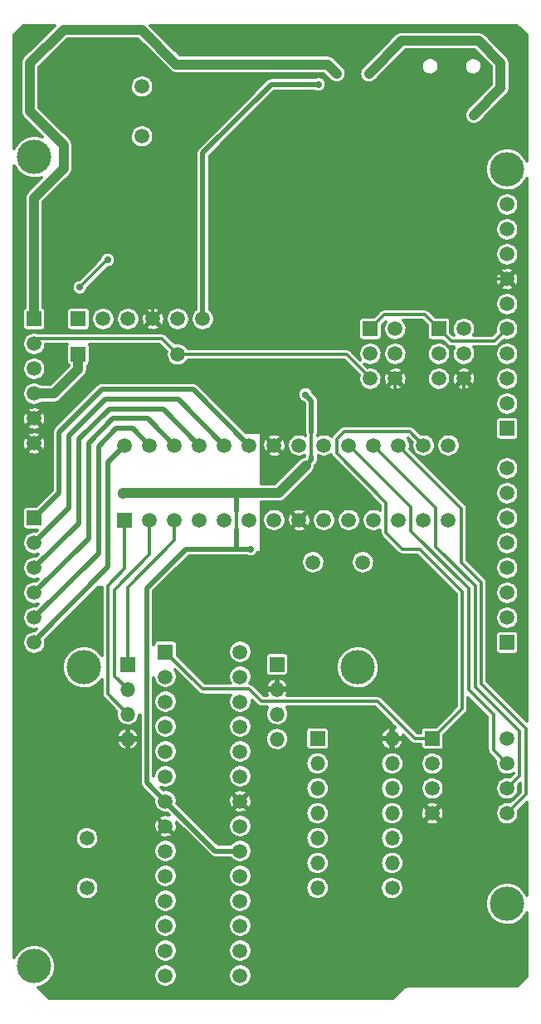
<source format=gbr>
G04 #@! TF.FileFunction,Copper,L2,Bot,Signal*
%FSLAX46Y46*%
G04 Gerber Fmt 4.6, Leading zero omitted, Abs format (unit mm)*
G04 Created by KiCad (PCBNEW 4.0.2-stable) date 23.05.2016 12:24:01*
%MOMM*%
G01*
G04 APERTURE LIST*
%ADD10C,0.100000*%
%ADD11C,3.500000*%
%ADD12C,1.500000*%
%ADD13R,1.500000X1.500000*%
%ADD14O,1.500000X1.500000*%
%ADD15C,0.700000*%
%ADD16C,0.300000*%
%ADD17C,1.000000*%
%ADD18C,0.500000*%
G04 APERTURE END LIST*
D10*
D11*
X109260000Y-158370000D03*
X61000000Y-164720000D03*
D12*
X72000000Y-80040000D03*
X72000000Y-74960000D03*
X89460000Y-123500000D03*
X94540000Y-123500000D03*
X66400000Y-151660000D03*
X66400000Y-156740000D03*
D13*
X70250000Y-119200000D03*
D12*
X72790000Y-119200000D03*
X75330000Y-119200000D03*
X77870000Y-119200000D03*
X80410000Y-119200000D03*
X82950000Y-119200000D03*
X85490000Y-119200000D03*
X88030000Y-119200000D03*
X90570000Y-119200000D03*
X93110000Y-119200000D03*
X95650000Y-119200000D03*
X98190000Y-119200000D03*
X100730000Y-119200000D03*
X103270000Y-119200000D03*
X103270000Y-111580000D03*
X100730000Y-111580000D03*
X98190000Y-111580000D03*
X95650000Y-111580000D03*
X93110000Y-111580000D03*
X90570000Y-111580000D03*
X88030000Y-111580000D03*
X85490000Y-111580000D03*
X82950000Y-111580000D03*
X80410000Y-111580000D03*
X77870000Y-111580000D03*
X75330000Y-111580000D03*
X72790000Y-111580000D03*
X70250000Y-111580000D03*
X75660520Y-102297460D03*
D13*
X65500520Y-102297460D03*
X95300000Y-99700000D03*
D12*
X97840000Y-99700000D03*
X95300000Y-102240000D03*
X97840000Y-102240000D03*
X95300000Y-104780000D03*
X97840000Y-104780000D03*
D13*
X102300000Y-99700000D03*
D12*
X104840000Y-99700000D03*
X102300000Y-102240000D03*
X104840000Y-102240000D03*
X102300000Y-104780000D03*
X104840000Y-104780000D03*
D13*
X65500000Y-98680000D03*
D12*
X68040000Y-98680000D03*
X70580000Y-98680000D03*
X73120000Y-98680000D03*
X75660000Y-98680000D03*
X78200000Y-98680000D03*
D13*
X61000000Y-98680000D03*
D12*
X61000000Y-101220000D03*
X61000000Y-103760000D03*
X61000000Y-106300000D03*
X61000000Y-108840000D03*
X61000000Y-111380000D03*
D13*
X61000000Y-119000000D03*
D12*
X61000000Y-121540000D03*
X61000000Y-124080000D03*
X61000000Y-126620000D03*
X61000000Y-129160000D03*
X61000000Y-131700000D03*
D13*
X109260000Y-131700000D03*
D12*
X109260000Y-129160000D03*
X109260000Y-126620000D03*
X109260000Y-124080000D03*
X109260000Y-121540000D03*
X109260000Y-119000000D03*
X109260000Y-116460000D03*
X109260000Y-113920000D03*
D13*
X109260000Y-109856000D03*
D12*
X109260000Y-107316000D03*
X109260000Y-104776000D03*
X109260000Y-102236000D03*
X109260000Y-99696000D03*
X109260000Y-97156000D03*
X109260000Y-94616000D03*
X109260000Y-92076000D03*
X109260000Y-89536000D03*
X109260000Y-86996000D03*
D13*
X74400000Y-132650000D03*
D12*
X74400000Y-135190000D03*
X74400000Y-137730000D03*
X74400000Y-140270000D03*
X74400000Y-142810000D03*
X74400000Y-145350000D03*
X74400000Y-147890000D03*
X74400000Y-150430000D03*
X74400000Y-152970000D03*
X74400000Y-155510000D03*
X74400000Y-158050000D03*
X74400000Y-160590000D03*
X74400000Y-163130000D03*
X74400000Y-165670000D03*
X82020000Y-165670000D03*
X82020000Y-163130000D03*
X82020000Y-160590000D03*
X82020000Y-158050000D03*
X82020000Y-155510000D03*
X82020000Y-152970000D03*
X82020000Y-150430000D03*
X82020000Y-147890000D03*
X82020000Y-145350000D03*
X82020000Y-142810000D03*
X82020000Y-140270000D03*
X82020000Y-137730000D03*
X82020000Y-135190000D03*
X82020000Y-132650000D03*
D13*
X101640000Y-141500000D03*
D12*
X101640000Y-144040000D03*
X109260000Y-141500000D03*
X101640000Y-146580000D03*
X101640000Y-149120000D03*
X109260000Y-149120000D03*
X109260000Y-146580000D03*
X109260000Y-144040000D03*
D13*
X89900000Y-141500000D03*
D14*
X89900000Y-144040000D03*
D12*
X97520000Y-156740000D03*
D14*
X89900000Y-146580000D03*
X89900000Y-149120000D03*
X89900000Y-151660000D03*
X89900000Y-154200000D03*
X89900000Y-156740000D03*
X97520000Y-154200000D03*
X97520000Y-151660000D03*
X97520000Y-149120000D03*
X97520000Y-146580000D03*
X97520000Y-144040000D03*
X97520000Y-141500000D03*
D13*
X70550000Y-133920000D03*
D14*
X70550000Y-136460000D03*
X70550000Y-139000000D03*
X70550000Y-141540000D03*
D13*
X85790000Y-133920000D03*
D14*
X85790000Y-136460000D03*
X85790000Y-139000000D03*
X85790000Y-141540000D03*
D11*
X61000000Y-82170000D03*
X109260000Y-83440000D03*
X66080000Y-134240000D03*
X94020000Y-134240000D03*
D15*
X106100000Y-98000000D03*
X100800000Y-90300000D03*
X107000000Y-90300000D03*
X79800000Y-91000000D03*
X67000000Y-141600000D03*
X60500000Y-141600000D03*
X60500000Y-135300000D03*
X66900000Y-128700000D03*
X60200000Y-69900000D03*
X62500000Y-97100000D03*
X64600000Y-91100000D03*
X74300000Y-87500000D03*
X73500000Y-95100000D03*
X74200000Y-91000000D03*
X70400000Y-91100000D03*
X69200000Y-95700000D03*
X74900000Y-79500000D03*
X96200000Y-90400000D03*
X93500000Y-93400000D03*
X89600000Y-97300000D03*
X85900000Y-98300000D03*
X81900000Y-98400000D03*
X77400000Y-100600000D03*
X86000000Y-100600000D03*
X110400000Y-69900000D03*
X110400000Y-73000000D03*
X110400000Y-75400000D03*
X110400000Y-78500000D03*
X107700000Y-79600000D03*
X106500000Y-83500000D03*
X104900000Y-80600000D03*
X102000000Y-83600000D03*
X96200000Y-83900000D03*
X96200000Y-86700000D03*
X102000000Y-86600000D03*
X106600000Y-86400000D03*
X96400000Y-80800000D03*
X100200000Y-80800000D03*
X102600000Y-78500000D03*
X99100000Y-77700000D03*
X87200000Y-76900000D03*
X87200000Y-80800000D03*
X89400000Y-80800000D03*
X89400000Y-76800000D03*
X92400000Y-76900000D03*
X96400000Y-77000000D03*
X62000000Y-154000000D03*
X62500000Y-146500000D03*
X64500000Y-149500000D03*
X71000000Y-149500000D03*
X71000000Y-154000000D03*
X64500000Y-154000000D03*
X64500000Y-159000000D03*
X71000000Y-159000000D03*
X82500000Y-124500000D03*
X81000000Y-129000000D03*
X74000000Y-129000000D03*
X74000000Y-126500000D03*
X77000000Y-124000000D03*
X95000000Y-121000000D03*
X98000000Y-123000000D03*
X100500000Y-124500000D03*
X102500000Y-126500000D03*
X99000000Y-127500000D03*
X96000000Y-125500000D03*
X92000000Y-125500000D03*
X92000000Y-128000000D03*
X86500000Y-124500000D03*
X86500000Y-122000000D03*
X89000000Y-121000000D03*
X92000000Y-121000000D03*
X90000000Y-116500000D03*
X93500000Y-116500000D03*
X103500000Y-108500000D03*
X99000000Y-108500000D03*
X100000000Y-93500000D03*
X97000000Y-96500000D03*
X82500000Y-108500000D03*
X79500000Y-106000000D03*
X86000000Y-106000000D03*
X73000000Y-104000000D03*
X75000000Y-69500000D03*
X80000000Y-69500000D03*
X83500000Y-69500000D03*
X88500000Y-69500000D03*
X96500000Y-69500000D03*
X79500000Y-84000000D03*
X83500000Y-83500000D03*
X87000000Y-84000000D03*
X89500000Y-84000000D03*
X66000000Y-82500000D03*
X72000000Y-82500000D03*
X76500000Y-82500000D03*
X63000000Y-73000000D03*
X63000000Y-77500000D03*
X67500000Y-77500000D03*
X72000000Y-77500000D03*
X65000000Y-71000000D03*
X70500000Y-71000000D03*
X75000000Y-75500000D03*
X78500000Y-77500000D03*
X83700000Y-77550000D03*
X81000000Y-85900000D03*
X80600000Y-89750000D03*
X90500000Y-103700000D03*
X68600000Y-85500000D03*
X88700000Y-106400000D03*
X83100000Y-122150000D03*
X70050000Y-116450000D03*
X91900000Y-73650000D03*
X75500000Y-72700000D03*
X95150000Y-73650000D03*
X105850000Y-77900000D03*
X90000000Y-74750000D03*
X68500000Y-92650000D03*
X65650000Y-95450000D03*
D16*
X109260000Y-94840000D02*
X106100000Y-98000000D01*
X109260000Y-94616000D02*
X109260000Y-94840000D01*
X100000000Y-93500000D02*
X100000000Y-91100000D01*
X100000000Y-91100000D02*
X100800000Y-90300000D01*
X67000000Y-141600000D02*
X60500000Y-141600000D01*
X60500000Y-135300000D02*
X66900000Y-128900000D01*
X66900000Y-128900000D02*
X66900000Y-128700000D01*
X73500000Y-95100000D02*
X73500000Y-95200000D01*
X73500000Y-95200000D02*
X72000000Y-96700000D01*
X72000000Y-96700000D02*
X65500000Y-96700000D01*
X65500000Y-96700000D02*
X65100000Y-97100000D01*
X65100000Y-97100000D02*
X62500000Y-97100000D01*
X70400000Y-91100000D02*
X64600000Y-91100000D01*
X74200000Y-91000000D02*
X74200000Y-87600000D01*
X74200000Y-87600000D02*
X74300000Y-87500000D01*
X73120000Y-98680000D02*
X73120000Y-95480000D01*
X73120000Y-95480000D02*
X73500000Y-95100000D01*
X74200000Y-91000000D02*
X74100000Y-91100000D01*
X74100000Y-91100000D02*
X70400000Y-91100000D01*
X70400000Y-91100000D02*
X70400000Y-91100000D01*
X96200000Y-90400000D02*
X94500000Y-92100000D01*
X94500000Y-92100000D02*
X94500000Y-92400000D01*
X94500000Y-92400000D02*
X93500000Y-93400000D01*
X89600000Y-97300000D02*
X88600000Y-98300000D01*
X88600000Y-98300000D02*
X85900000Y-98300000D01*
X81900000Y-98400000D02*
X81900000Y-99800000D01*
X81900000Y-99800000D02*
X81100000Y-100600000D01*
X81100000Y-100600000D02*
X77400000Y-100600000D01*
X110400000Y-69900000D02*
X110400000Y-73000000D01*
X110400000Y-75400000D02*
X110400000Y-78500000D01*
X107700000Y-79600000D02*
X106500000Y-80800000D01*
X106500000Y-80800000D02*
X106500000Y-83500000D01*
X104900000Y-80600000D02*
X102000000Y-83500000D01*
X102000000Y-83500000D02*
X102000000Y-83600000D01*
X96200000Y-83900000D02*
X96200000Y-86700000D01*
X102000000Y-86600000D02*
X102200000Y-86400000D01*
X102200000Y-86400000D02*
X106600000Y-86400000D01*
X96400000Y-77000000D02*
X96400000Y-80800000D01*
X100200000Y-80800000D02*
X102500000Y-78500000D01*
X102500000Y-78500000D02*
X102600000Y-78500000D01*
X83700000Y-77550000D02*
X86600000Y-77500000D01*
X86600000Y-77500000D02*
X87200000Y-76900000D01*
X87200000Y-80800000D02*
X89400000Y-80800000D01*
X89400000Y-76800000D02*
X89500000Y-76900000D01*
X89500000Y-76900000D02*
X92400000Y-76900000D01*
X96400000Y-77000000D02*
X96400000Y-77100000D01*
X64500000Y-154000000D02*
X62000000Y-154000000D01*
X62500000Y-146500000D02*
X64500000Y-146500000D01*
X64500000Y-146500000D02*
X64500000Y-149500000D01*
X71000000Y-149500000D02*
X71000000Y-154000000D01*
X64500000Y-154000000D02*
X64500000Y-159000000D01*
X82500000Y-124500000D02*
X81000000Y-126000000D01*
X81000000Y-126000000D02*
X81000000Y-129000000D01*
X74000000Y-129000000D02*
X74000000Y-126500000D01*
X92000000Y-121000000D02*
X95000000Y-121000000D01*
X98000000Y-123000000D02*
X99500000Y-124500000D01*
X99500000Y-124500000D02*
X100500000Y-124500000D01*
X102500000Y-126500000D02*
X101500000Y-127500000D01*
X101500000Y-127500000D02*
X99000000Y-127500000D01*
X96000000Y-125500000D02*
X92000000Y-125500000D01*
X86500000Y-124500000D02*
X86500000Y-122000000D01*
X89000000Y-121000000D02*
X92000000Y-121000000D01*
X90000000Y-116500000D02*
X93500000Y-116500000D01*
X104840000Y-104780000D02*
X104840000Y-107160000D01*
X104840000Y-107160000D02*
X103500000Y-108500000D01*
X97840000Y-104780000D02*
X97840000Y-107340000D01*
X97840000Y-107340000D02*
X99000000Y-108500000D01*
X109260000Y-94616000D02*
X101116000Y-94616000D01*
X101116000Y-94616000D02*
X100000000Y-93500000D01*
X82500000Y-108500000D02*
X80000000Y-106000000D01*
X80000000Y-106000000D02*
X79500000Y-106000000D01*
X75000000Y-69500000D02*
X80000000Y-69500000D01*
X83500000Y-69500000D02*
X88500000Y-69500000D01*
X79500000Y-84000000D02*
X83500000Y-83500000D01*
X87000000Y-84000000D02*
X89500000Y-84000000D01*
X66000000Y-82500000D02*
X72000000Y-82500000D01*
X63000000Y-73000000D02*
X63000000Y-77500000D01*
X67500000Y-77500000D02*
X72000000Y-77500000D01*
X65000000Y-71000000D02*
X70500000Y-71000000D01*
X75000000Y-75500000D02*
X77000000Y-77500000D01*
X77000000Y-77500000D02*
X78500000Y-77500000D01*
D17*
X100750000Y-70300000D02*
X98500000Y-70300000D01*
X98500000Y-70300000D02*
X95150000Y-73650000D01*
D18*
X81650000Y-120650000D02*
X81650000Y-122150000D01*
X81650000Y-122150000D02*
X82000000Y-122150000D01*
X74400000Y-147890000D02*
X74390000Y-147890000D01*
X74390000Y-147890000D02*
X72500000Y-146000000D01*
X72500000Y-146000000D02*
X72500000Y-126150000D01*
X72500000Y-126150000D02*
X76500000Y-122150000D01*
X76500000Y-122150000D02*
X82000000Y-122150000D01*
X82000000Y-122150000D02*
X83100000Y-122150000D01*
X89300000Y-113050000D02*
X89300000Y-112700000D01*
X89300000Y-113050000D02*
X88750000Y-113600000D01*
X88750000Y-113600000D02*
X88750000Y-113650000D01*
X88700000Y-106400000D02*
X89300000Y-107000000D01*
X89300000Y-107000000D02*
X89300000Y-110250000D01*
D17*
X85950000Y-116450000D02*
X88750000Y-113650000D01*
X81050000Y-116450000D02*
X85950000Y-116450000D01*
D16*
X89300000Y-112700000D02*
X89300000Y-110250000D01*
X89300000Y-110250000D02*
X89300000Y-107000000D01*
D18*
X81650000Y-117750000D02*
X81650000Y-116450000D01*
X81650000Y-116450000D02*
X81050000Y-116450000D01*
D17*
X80350000Y-116450000D02*
X81050000Y-116450000D01*
X70050000Y-116450000D02*
X80350000Y-116450000D01*
D18*
X81650000Y-117750000D02*
X81650000Y-118250000D01*
X83100000Y-122150000D02*
X83100000Y-122100000D01*
X81650000Y-120650000D02*
X81650000Y-120150000D01*
D16*
X81650000Y-120650000D02*
X81650000Y-120150000D01*
X81650000Y-120150000D02*
X81650000Y-118250000D01*
X81650000Y-118250000D02*
X81650000Y-117750000D01*
D17*
X70050000Y-116450000D02*
X70050000Y-116500000D01*
X61000000Y-98680000D02*
X61000000Y-86350000D01*
X71950000Y-69150000D02*
X75500000Y-72700000D01*
X64000000Y-69150000D02*
X71950000Y-69150000D01*
X60550000Y-72600000D02*
X64000000Y-69150000D01*
X60550000Y-77500000D02*
X60550000Y-72600000D01*
X64000000Y-80950000D02*
X60550000Y-77500000D01*
X64000000Y-83350000D02*
X64000000Y-80950000D01*
X61000000Y-86350000D02*
X64000000Y-83350000D01*
X78050000Y-72700000D02*
X75500000Y-72700000D01*
X91900000Y-73650000D02*
X90950000Y-72700000D01*
X90950000Y-72700000D02*
X78050000Y-72700000D01*
X108600000Y-75150000D02*
X105850000Y-77900000D01*
X108600000Y-72550000D02*
X108600000Y-75150000D01*
X106350000Y-70300000D02*
X108600000Y-72550000D01*
X100750000Y-70300000D02*
X106350000Y-70300000D01*
D18*
X74400000Y-147890000D02*
X74400000Y-147900000D01*
X74400000Y-147900000D02*
X79470000Y-152970000D01*
X79470000Y-152970000D02*
X82020000Y-152970000D01*
D17*
X65500520Y-102297460D02*
X65500520Y-103849480D01*
X63050000Y-106300000D02*
X61000000Y-106300000D01*
X65500520Y-103849480D02*
X63050000Y-106300000D01*
D18*
X78200000Y-98680000D02*
X78200000Y-81750000D01*
X78200000Y-81750000D02*
X85200000Y-74750000D01*
X85200000Y-74750000D02*
X90000000Y-74750000D01*
D16*
X95300000Y-104780000D02*
X95343060Y-104780000D01*
X95343060Y-104780000D02*
X92860520Y-102297460D01*
X92860520Y-102297460D02*
X75647460Y-102297460D01*
X75647460Y-102297460D02*
X74050000Y-100700000D01*
X74050000Y-100700000D02*
X61000000Y-100700000D01*
X61000000Y-100700000D02*
X61000000Y-101220000D01*
X68500000Y-136950000D02*
X70550000Y-139000000D01*
X68500000Y-125900000D02*
X68500000Y-136950000D01*
X70250000Y-124150000D02*
X68500000Y-125900000D01*
X70250000Y-119200000D02*
X70250000Y-124150000D01*
X70550000Y-136460000D02*
X70550000Y-136450000D01*
X70550000Y-136450000D02*
X69200000Y-135100000D01*
X72790000Y-122710000D02*
X72790000Y-119200000D01*
X69200000Y-126300000D02*
X72790000Y-122710000D01*
X69200000Y-135100000D02*
X69200000Y-126300000D01*
X70550000Y-133920000D02*
X70550000Y-126050000D01*
X70550000Y-126050000D02*
X75330000Y-121270000D01*
X70550000Y-133920000D02*
X70550000Y-133900000D01*
X75330000Y-121270000D02*
X75330000Y-119200000D01*
X74400000Y-132650000D02*
X77750000Y-136000000D01*
X99850000Y-141500000D02*
X101640000Y-141500000D01*
X96050000Y-137700000D02*
X99850000Y-141500000D01*
X84200000Y-137700000D02*
X96050000Y-137700000D01*
X82950000Y-136450000D02*
X84200000Y-137700000D01*
X78200000Y-136450000D02*
X82950000Y-136450000D01*
X77750000Y-136000000D02*
X78200000Y-136450000D01*
X104700000Y-128200000D02*
X104700000Y-126500000D01*
X101640000Y-141510000D02*
X104700000Y-138450000D01*
X104700000Y-138450000D02*
X104700000Y-128200000D01*
X96900000Y-120450000D02*
X96900000Y-117450000D01*
X96900000Y-117450000D02*
X91850000Y-112400000D01*
X91850000Y-112400000D02*
X91850000Y-110950000D01*
X91850000Y-110950000D02*
X92650000Y-110150000D01*
X92650000Y-110150000D02*
X99300000Y-110150000D01*
X99300000Y-110150000D02*
X100730000Y-111580000D01*
X98600000Y-122150000D02*
X96900000Y-120450000D01*
X100350000Y-122150000D02*
X98600000Y-122150000D01*
X104700000Y-126500000D02*
X100350000Y-122150000D01*
X101640000Y-141500000D02*
X101640000Y-141510000D01*
X98190000Y-111580000D02*
X98190000Y-111590000D01*
X98190000Y-111590000D02*
X104600000Y-118000000D01*
X106650000Y-135900000D02*
X111200000Y-140450000D01*
X106650000Y-125600000D02*
X106650000Y-135900000D01*
X104600000Y-123550000D02*
X106650000Y-125600000D01*
X104600000Y-118000000D02*
X104600000Y-123550000D01*
X109260000Y-149120000D02*
X109280000Y-149120000D01*
X109280000Y-149120000D02*
X111200000Y-147200000D01*
X111200000Y-147200000D02*
X111200000Y-140450000D01*
X95300000Y-99700000D02*
X96750000Y-98250000D01*
X100850000Y-98250000D02*
X102300000Y-99700000D01*
X96750000Y-98250000D02*
X100850000Y-98250000D01*
X95650000Y-111580000D02*
X95650000Y-111600000D01*
X95650000Y-111600000D02*
X102000000Y-117950000D01*
X110550000Y-145300000D02*
X110550000Y-140750000D01*
X109270000Y-146580000D02*
X110550000Y-145300000D01*
X106000000Y-136200000D02*
X110550000Y-140750000D01*
X106000000Y-125900000D02*
X106000000Y-136200000D01*
X102000000Y-121900000D02*
X106000000Y-125900000D01*
X102000000Y-117950000D02*
X102000000Y-121900000D01*
X109260000Y-146580000D02*
X109270000Y-146580000D01*
X102300000Y-99700000D02*
X103550000Y-100950000D01*
X103550000Y-100950000D02*
X108006000Y-100950000D01*
X108006000Y-100950000D02*
X109260000Y-99696000D01*
X109260000Y-144040000D02*
X109240000Y-144040000D01*
X109240000Y-144040000D02*
X107850000Y-142650000D01*
X107850000Y-139000000D02*
X105350000Y-136500000D01*
X107850000Y-142650000D02*
X107850000Y-139000000D01*
X93110000Y-111580000D02*
X93130000Y-111580000D01*
X93130000Y-111580000D02*
X99450000Y-117900000D01*
X105350000Y-126200000D02*
X105350000Y-136500000D01*
X99450000Y-120300000D02*
X105350000Y-126200000D01*
X99450000Y-117900000D02*
X99450000Y-120300000D01*
D18*
X82950000Y-111580000D02*
X82930000Y-111580000D01*
X82930000Y-111580000D02*
X77200000Y-105850000D01*
X77200000Y-105850000D02*
X67950000Y-105850000D01*
X67950000Y-105850000D02*
X63550000Y-110250000D01*
X63550000Y-110250000D02*
X63550000Y-116450000D01*
X63550000Y-116450000D02*
X61000000Y-119000000D01*
X80410000Y-111580000D02*
X80410000Y-111560000D01*
X80410000Y-111560000D02*
X75700000Y-106850000D01*
X75700000Y-106850000D02*
X68300000Y-106850000D01*
X68300000Y-106850000D02*
X64550000Y-110600000D01*
X64550000Y-110600000D02*
X64550000Y-117990000D01*
X64550000Y-117990000D02*
X61000000Y-121540000D01*
X77870000Y-111580000D02*
X77870000Y-111570000D01*
X77870000Y-111570000D02*
X74150000Y-107850000D01*
X74150000Y-107850000D02*
X68650000Y-107850000D01*
X68650000Y-107850000D02*
X65550000Y-110950000D01*
X65550000Y-110950000D02*
X65550000Y-119530000D01*
X65550000Y-119530000D02*
X61000000Y-124080000D01*
X75330000Y-111580000D02*
X73000000Y-109250000D01*
X66550000Y-121070000D02*
X61000000Y-126620000D01*
X66550000Y-111350000D02*
X66550000Y-121070000D01*
X69050000Y-108850000D02*
X66550000Y-111350000D01*
X72600000Y-108850000D02*
X69050000Y-108850000D01*
X73000000Y-109250000D02*
X72600000Y-108850000D01*
D16*
X61000000Y-126620000D02*
X61000000Y-126600000D01*
D18*
X72790000Y-111580000D02*
X72780000Y-111580000D01*
X72780000Y-111580000D02*
X71050000Y-109850000D01*
X67550000Y-122610000D02*
X61000000Y-129160000D01*
X67550000Y-111700000D02*
X67550000Y-122610000D01*
X69400000Y-109850000D02*
X67550000Y-111700000D01*
X71050000Y-109850000D02*
X69400000Y-109850000D01*
X61000000Y-131700000D02*
X61000000Y-131550000D01*
X61000000Y-131550000D02*
X68550000Y-124000000D01*
X68550000Y-113280000D02*
X70250000Y-111580000D01*
X68550000Y-124000000D02*
X68550000Y-113280000D01*
D16*
X68450000Y-92650000D02*
X68500000Y-92650000D01*
X65650000Y-95450000D02*
X68450000Y-92650000D01*
G36*
X111275000Y-69717462D02*
X111275000Y-82555296D01*
X111211884Y-82402165D01*
X110973127Y-82042808D01*
X110669118Y-81736669D01*
X110311436Y-81495409D01*
X109913706Y-81328219D01*
X109491075Y-81241465D01*
X109059644Y-81238453D01*
X108635843Y-81319297D01*
X108235817Y-81480918D01*
X107874801Y-81717160D01*
X107566548Y-82019025D01*
X107322797Y-82375014D01*
X107152834Y-82771568D01*
X107063132Y-83193582D01*
X107057108Y-83624982D01*
X107134992Y-84049336D01*
X107293816Y-84450481D01*
X107527532Y-84813137D01*
X107827237Y-85123491D01*
X108181515Y-85369721D01*
X108576873Y-85542448D01*
X108998251Y-85635094D01*
X109429599Y-85644130D01*
X109854486Y-85569211D01*
X110256730Y-85413190D01*
X110621009Y-85182012D01*
X110933447Y-84884481D01*
X111182145Y-84531930D01*
X111275000Y-84323374D01*
X111275000Y-139676472D01*
X107250000Y-135651472D01*
X107250000Y-130950000D01*
X108057823Y-130950000D01*
X108057823Y-132450000D01*
X108063537Y-132521661D01*
X108101178Y-132643205D01*
X108171189Y-132749451D01*
X108268028Y-132831986D01*
X108384026Y-132884275D01*
X108510000Y-132902177D01*
X110010000Y-132902177D01*
X110081661Y-132896463D01*
X110203205Y-132858822D01*
X110309451Y-132788811D01*
X110391986Y-132691972D01*
X110444275Y-132575974D01*
X110462177Y-132450000D01*
X110462177Y-130950000D01*
X110456463Y-130878339D01*
X110418822Y-130756795D01*
X110348811Y-130650549D01*
X110251972Y-130568014D01*
X110135974Y-130515725D01*
X110010000Y-130497823D01*
X108510000Y-130497823D01*
X108438339Y-130503537D01*
X108316795Y-130541178D01*
X108210549Y-130611189D01*
X108128014Y-130708028D01*
X108075725Y-130824026D01*
X108057823Y-130950000D01*
X107250000Y-130950000D01*
X107250000Y-129260899D01*
X108058423Y-129260899D01*
X108100905Y-129492365D01*
X108187536Y-129711171D01*
X108315018Y-129908984D01*
X108478493Y-130078267D01*
X108671736Y-130212575D01*
X108887385Y-130306790D01*
X109117228Y-130357324D01*
X109352508Y-130362252D01*
X109584265Y-130321387D01*
X109803671Y-130236285D01*
X110002368Y-130110188D01*
X110172789Y-129947898D01*
X110308442Y-129755598D01*
X110404160Y-129540612D01*
X110456298Y-129311128D01*
X110460051Y-129042334D01*
X110414342Y-128811484D01*
X110324664Y-128593908D01*
X110194433Y-128397895D01*
X110028610Y-128230911D01*
X109833511Y-128099314D01*
X109616567Y-128008120D01*
X109386041Y-127960800D01*
X109150715Y-127959157D01*
X108919551Y-128003253D01*
X108701355Y-128091410D01*
X108504437Y-128220270D01*
X108336299Y-128384923D01*
X108203344Y-128579099D01*
X108110637Y-128795401D01*
X108061709Y-129025590D01*
X108058423Y-129260899D01*
X107250000Y-129260899D01*
X107250000Y-126720899D01*
X108058423Y-126720899D01*
X108100905Y-126952365D01*
X108187536Y-127171171D01*
X108315018Y-127368984D01*
X108478493Y-127538267D01*
X108671736Y-127672575D01*
X108887385Y-127766790D01*
X109117228Y-127817324D01*
X109352508Y-127822252D01*
X109584265Y-127781387D01*
X109803671Y-127696285D01*
X110002368Y-127570188D01*
X110172789Y-127407898D01*
X110308442Y-127215598D01*
X110404160Y-127000612D01*
X110456298Y-126771128D01*
X110460051Y-126502334D01*
X110414342Y-126271484D01*
X110324664Y-126053908D01*
X110194433Y-125857895D01*
X110028610Y-125690911D01*
X109833511Y-125559314D01*
X109616567Y-125468120D01*
X109386041Y-125420800D01*
X109150715Y-125419157D01*
X108919551Y-125463253D01*
X108701355Y-125551410D01*
X108504437Y-125680270D01*
X108336299Y-125844923D01*
X108203344Y-126039099D01*
X108110637Y-126255401D01*
X108061709Y-126485590D01*
X108058423Y-126720899D01*
X107250000Y-126720899D01*
X107250000Y-125600000D01*
X107244595Y-125544875D01*
X107239761Y-125489629D01*
X107238881Y-125486600D01*
X107238573Y-125483459D01*
X107222542Y-125430362D01*
X107207091Y-125377179D01*
X107205641Y-125374381D01*
X107204728Y-125371358D01*
X107178711Y-125322427D01*
X107153203Y-125273216D01*
X107151233Y-125270748D01*
X107149753Y-125267965D01*
X107114757Y-125225056D01*
X107080147Y-125181701D01*
X107075816Y-125177309D01*
X107075742Y-125177219D01*
X107075658Y-125177150D01*
X107074264Y-125175736D01*
X106079427Y-124180899D01*
X108058423Y-124180899D01*
X108100905Y-124412365D01*
X108187536Y-124631171D01*
X108315018Y-124828984D01*
X108478493Y-124998267D01*
X108671736Y-125132575D01*
X108887385Y-125226790D01*
X109117228Y-125277324D01*
X109352508Y-125282252D01*
X109584265Y-125241387D01*
X109803671Y-125156285D01*
X110002368Y-125030188D01*
X110172789Y-124867898D01*
X110308442Y-124675598D01*
X110404160Y-124460612D01*
X110456298Y-124231128D01*
X110460051Y-123962334D01*
X110414342Y-123731484D01*
X110324664Y-123513908D01*
X110194433Y-123317895D01*
X110028610Y-123150911D01*
X109833511Y-123019314D01*
X109616567Y-122928120D01*
X109386041Y-122880800D01*
X109150715Y-122879157D01*
X108919551Y-122923253D01*
X108701355Y-123011410D01*
X108504437Y-123140270D01*
X108336299Y-123304923D01*
X108203344Y-123499099D01*
X108110637Y-123715401D01*
X108061709Y-123945590D01*
X108058423Y-124180899D01*
X106079427Y-124180899D01*
X105200000Y-123301472D01*
X105200000Y-121640899D01*
X108058423Y-121640899D01*
X108100905Y-121872365D01*
X108187536Y-122091171D01*
X108315018Y-122288984D01*
X108478493Y-122458267D01*
X108671736Y-122592575D01*
X108887385Y-122686790D01*
X109117228Y-122737324D01*
X109352508Y-122742252D01*
X109584265Y-122701387D01*
X109803671Y-122616285D01*
X110002368Y-122490188D01*
X110172789Y-122327898D01*
X110308442Y-122135598D01*
X110404160Y-121920612D01*
X110456298Y-121691128D01*
X110460051Y-121422334D01*
X110414342Y-121191484D01*
X110324664Y-120973908D01*
X110194433Y-120777895D01*
X110028610Y-120610911D01*
X109833511Y-120479314D01*
X109616567Y-120388120D01*
X109386041Y-120340800D01*
X109150715Y-120339157D01*
X108919551Y-120383253D01*
X108701355Y-120471410D01*
X108504437Y-120600270D01*
X108336299Y-120764923D01*
X108203344Y-120959099D01*
X108110637Y-121175401D01*
X108061709Y-121405590D01*
X108058423Y-121640899D01*
X105200000Y-121640899D01*
X105200000Y-119100899D01*
X108058423Y-119100899D01*
X108100905Y-119332365D01*
X108187536Y-119551171D01*
X108315018Y-119748984D01*
X108478493Y-119918267D01*
X108671736Y-120052575D01*
X108887385Y-120146790D01*
X109117228Y-120197324D01*
X109352508Y-120202252D01*
X109584265Y-120161387D01*
X109803671Y-120076285D01*
X110002368Y-119950188D01*
X110172789Y-119787898D01*
X110308442Y-119595598D01*
X110404160Y-119380612D01*
X110456298Y-119151128D01*
X110460051Y-118882334D01*
X110414342Y-118651484D01*
X110324664Y-118433908D01*
X110194433Y-118237895D01*
X110028610Y-118070911D01*
X109833511Y-117939314D01*
X109616567Y-117848120D01*
X109386041Y-117800800D01*
X109150715Y-117799157D01*
X108919551Y-117843253D01*
X108701355Y-117931410D01*
X108504437Y-118060270D01*
X108336299Y-118224923D01*
X108203344Y-118419099D01*
X108110637Y-118635401D01*
X108061709Y-118865590D01*
X108058423Y-119100899D01*
X105200000Y-119100899D01*
X105200000Y-118000000D01*
X105194591Y-117944830D01*
X105189761Y-117889629D01*
X105188881Y-117886600D01*
X105188573Y-117883459D01*
X105172542Y-117830362D01*
X105157091Y-117777179D01*
X105155641Y-117774381D01*
X105154728Y-117771358D01*
X105128711Y-117722427D01*
X105103203Y-117673216D01*
X105101233Y-117670748D01*
X105099753Y-117667965D01*
X105064777Y-117625080D01*
X105030147Y-117581700D01*
X105025814Y-117577308D01*
X105025742Y-117577219D01*
X105025660Y-117577151D01*
X105024264Y-117575736D01*
X104009427Y-116560899D01*
X108058423Y-116560899D01*
X108100905Y-116792365D01*
X108187536Y-117011171D01*
X108315018Y-117208984D01*
X108478493Y-117378267D01*
X108671736Y-117512575D01*
X108887385Y-117606790D01*
X109117228Y-117657324D01*
X109352508Y-117662252D01*
X109584265Y-117621387D01*
X109803671Y-117536285D01*
X110002368Y-117410188D01*
X110172789Y-117247898D01*
X110308442Y-117055598D01*
X110404160Y-116840612D01*
X110456298Y-116611128D01*
X110460051Y-116342334D01*
X110414342Y-116111484D01*
X110324664Y-115893908D01*
X110194433Y-115697895D01*
X110028610Y-115530911D01*
X109833511Y-115399314D01*
X109616567Y-115308120D01*
X109386041Y-115260800D01*
X109150715Y-115259157D01*
X108919551Y-115303253D01*
X108701355Y-115391410D01*
X108504437Y-115520270D01*
X108336299Y-115684923D01*
X108203344Y-115879099D01*
X108110637Y-116095401D01*
X108061709Y-116325590D01*
X108058423Y-116560899D01*
X104009427Y-116560899D01*
X101469427Y-114020899D01*
X108058423Y-114020899D01*
X108100905Y-114252365D01*
X108187536Y-114471171D01*
X108315018Y-114668984D01*
X108478493Y-114838267D01*
X108671736Y-114972575D01*
X108887385Y-115066790D01*
X109117228Y-115117324D01*
X109352508Y-115122252D01*
X109584265Y-115081387D01*
X109803671Y-114996285D01*
X110002368Y-114870188D01*
X110172789Y-114707898D01*
X110308442Y-114515598D01*
X110404160Y-114300612D01*
X110456298Y-114071128D01*
X110460051Y-113802334D01*
X110414342Y-113571484D01*
X110324664Y-113353908D01*
X110194433Y-113157895D01*
X110028610Y-112990911D01*
X109833511Y-112859314D01*
X109616567Y-112768120D01*
X109386041Y-112720800D01*
X109150715Y-112719157D01*
X108919551Y-112763253D01*
X108701355Y-112851410D01*
X108504437Y-112980270D01*
X108336299Y-113144923D01*
X108203344Y-113339099D01*
X108110637Y-113555401D01*
X108061709Y-113785590D01*
X108058423Y-114020899D01*
X101469427Y-114020899D01*
X99348041Y-111899513D01*
X99386298Y-111731128D01*
X99390051Y-111462334D01*
X99344342Y-111231484D01*
X99254664Y-111013908D01*
X99134462Y-110832990D01*
X99569459Y-111267987D01*
X99531709Y-111445590D01*
X99528423Y-111680899D01*
X99570905Y-111912365D01*
X99657536Y-112131171D01*
X99785018Y-112328984D01*
X99948493Y-112498267D01*
X100141736Y-112632575D01*
X100357385Y-112726790D01*
X100587228Y-112777324D01*
X100822508Y-112782252D01*
X101054265Y-112741387D01*
X101273671Y-112656285D01*
X101472368Y-112530188D01*
X101642789Y-112367898D01*
X101778442Y-112175598D01*
X101874160Y-111960612D01*
X101926298Y-111731128D01*
X101926999Y-111680899D01*
X102068423Y-111680899D01*
X102110905Y-111912365D01*
X102197536Y-112131171D01*
X102325018Y-112328984D01*
X102488493Y-112498267D01*
X102681736Y-112632575D01*
X102897385Y-112726790D01*
X103127228Y-112777324D01*
X103362508Y-112782252D01*
X103594265Y-112741387D01*
X103813671Y-112656285D01*
X104012368Y-112530188D01*
X104182789Y-112367898D01*
X104318442Y-112175598D01*
X104414160Y-111960612D01*
X104466298Y-111731128D01*
X104470051Y-111462334D01*
X104424342Y-111231484D01*
X104334664Y-111013908D01*
X104204433Y-110817895D01*
X104038610Y-110650911D01*
X103843511Y-110519314D01*
X103626567Y-110428120D01*
X103396041Y-110380800D01*
X103160715Y-110379157D01*
X102929551Y-110423253D01*
X102711355Y-110511410D01*
X102514437Y-110640270D01*
X102346299Y-110804923D01*
X102213344Y-110999099D01*
X102120637Y-111215401D01*
X102071709Y-111445590D01*
X102068423Y-111680899D01*
X101926999Y-111680899D01*
X101930051Y-111462334D01*
X101884342Y-111231484D01*
X101794664Y-111013908D01*
X101664433Y-110817895D01*
X101498610Y-110650911D01*
X101303511Y-110519314D01*
X101086567Y-110428120D01*
X100856041Y-110380800D01*
X100620715Y-110379157D01*
X100416618Y-110418090D01*
X99724264Y-109725736D01*
X99681441Y-109690561D01*
X99638980Y-109654932D01*
X99636216Y-109653413D01*
X99633777Y-109651409D01*
X99584899Y-109625201D01*
X99536365Y-109598519D01*
X99533360Y-109597566D01*
X99530578Y-109596074D01*
X99477560Y-109579865D01*
X99424747Y-109563111D01*
X99421612Y-109562759D01*
X99418595Y-109561837D01*
X99363496Y-109556241D01*
X99308377Y-109550058D01*
X99302205Y-109550015D01*
X99302094Y-109550004D01*
X99301991Y-109550014D01*
X99300000Y-109550000D01*
X92650000Y-109550000D01*
X92594830Y-109555409D01*
X92539629Y-109560239D01*
X92536600Y-109561119D01*
X92533459Y-109561427D01*
X92480362Y-109577458D01*
X92427179Y-109592909D01*
X92424381Y-109594359D01*
X92421358Y-109595272D01*
X92372427Y-109621289D01*
X92323216Y-109646797D01*
X92320748Y-109648767D01*
X92317965Y-109650247D01*
X92275080Y-109685223D01*
X92231700Y-109719853D01*
X92227308Y-109724186D01*
X92227219Y-109724258D01*
X92227151Y-109724340D01*
X92225736Y-109725736D01*
X91425736Y-110525736D01*
X91390561Y-110568559D01*
X91354932Y-110611020D01*
X91353413Y-110613784D01*
X91351409Y-110616223D01*
X91334350Y-110648038D01*
X91143511Y-110519314D01*
X90926567Y-110428120D01*
X90696041Y-110380800D01*
X90460715Y-110379157D01*
X90229551Y-110423253D01*
X90011355Y-110511410D01*
X89917529Y-110572808D01*
X89943395Y-110525759D01*
X89984703Y-110395538D01*
X89999932Y-110259774D01*
X90000000Y-110250000D01*
X90000000Y-109106000D01*
X108057823Y-109106000D01*
X108057823Y-110606000D01*
X108063537Y-110677661D01*
X108101178Y-110799205D01*
X108171189Y-110905451D01*
X108268028Y-110987986D01*
X108384026Y-111040275D01*
X108510000Y-111058177D01*
X110010000Y-111058177D01*
X110081661Y-111052463D01*
X110203205Y-111014822D01*
X110309451Y-110944811D01*
X110391986Y-110847972D01*
X110444275Y-110731974D01*
X110462177Y-110606000D01*
X110462177Y-109106000D01*
X110456463Y-109034339D01*
X110418822Y-108912795D01*
X110348811Y-108806549D01*
X110251972Y-108724014D01*
X110135974Y-108671725D01*
X110010000Y-108653823D01*
X108510000Y-108653823D01*
X108438339Y-108659537D01*
X108316795Y-108697178D01*
X108210549Y-108767189D01*
X108128014Y-108864028D01*
X108075725Y-108980026D01*
X108057823Y-109106000D01*
X90000000Y-109106000D01*
X90000000Y-107416899D01*
X108058423Y-107416899D01*
X108100905Y-107648365D01*
X108187536Y-107867171D01*
X108315018Y-108064984D01*
X108478493Y-108234267D01*
X108671736Y-108368575D01*
X108887385Y-108462790D01*
X109117228Y-108513324D01*
X109352508Y-108518252D01*
X109584265Y-108477387D01*
X109803671Y-108392285D01*
X110002368Y-108266188D01*
X110172789Y-108103898D01*
X110308442Y-107911598D01*
X110404160Y-107696612D01*
X110456298Y-107467128D01*
X110460051Y-107198334D01*
X110414342Y-106967484D01*
X110324664Y-106749908D01*
X110194433Y-106553895D01*
X110028610Y-106386911D01*
X109833511Y-106255314D01*
X109616567Y-106164120D01*
X109386041Y-106116800D01*
X109150715Y-106115157D01*
X108919551Y-106159253D01*
X108701355Y-106247410D01*
X108504437Y-106376270D01*
X108336299Y-106540923D01*
X108203344Y-106735099D01*
X108110637Y-106951401D01*
X108061709Y-107181590D01*
X108058423Y-107416899D01*
X90000000Y-107416899D01*
X90000000Y-107000000D01*
X89993683Y-106935567D01*
X89988054Y-106871234D01*
X89987029Y-106867705D01*
X89986669Y-106864036D01*
X89967970Y-106802104D01*
X89949940Y-106740042D01*
X89948245Y-106736772D01*
X89947182Y-106733251D01*
X89916824Y-106676155D01*
X89887069Y-106618753D01*
X89884774Y-106615879D01*
X89883045Y-106612626D01*
X89842153Y-106562487D01*
X89801838Y-106511985D01*
X89796787Y-106506862D01*
X89796700Y-106506756D01*
X89796602Y-106506675D01*
X89794975Y-106505025D01*
X89472513Y-106182563D01*
X89469561Y-106167656D01*
X89409776Y-106022605D01*
X89322955Y-105891930D01*
X89212407Y-105780607D01*
X89082341Y-105692876D01*
X88937711Y-105632079D01*
X88784027Y-105600533D01*
X88627143Y-105599437D01*
X88473034Y-105628835D01*
X88327570Y-105687607D01*
X88196291Y-105773513D01*
X88084199Y-105883282D01*
X87995562Y-106012732D01*
X87933758Y-106156934D01*
X87901139Y-106310393D01*
X87898948Y-106467266D01*
X87927270Y-106621577D01*
X87985024Y-106767448D01*
X88070012Y-106899323D01*
X88178995Y-107012179D01*
X88307824Y-107101717D01*
X88451590Y-107164527D01*
X88481055Y-107171005D01*
X88600000Y-107289950D01*
X88600000Y-110250000D01*
X88613331Y-110385964D01*
X88652818Y-110516749D01*
X88682517Y-110572604D01*
X88603511Y-110519314D01*
X88386567Y-110428120D01*
X88156041Y-110380800D01*
X87920715Y-110379157D01*
X87689551Y-110423253D01*
X87471355Y-110511410D01*
X87274437Y-110640270D01*
X87106299Y-110804923D01*
X86973344Y-110999099D01*
X86880637Y-111215401D01*
X86831709Y-111445590D01*
X86828423Y-111680899D01*
X86870905Y-111912365D01*
X86957536Y-112131171D01*
X87085018Y-112328984D01*
X87248493Y-112498267D01*
X87441736Y-112632575D01*
X87657385Y-112726790D01*
X87887228Y-112777324D01*
X88122508Y-112782252D01*
X88354265Y-112741387D01*
X88573671Y-112656285D01*
X88606190Y-112635648D01*
X88600068Y-112690226D01*
X88600000Y-112700000D01*
X88600000Y-112714045D01*
X88575246Y-112716211D01*
X88397200Y-112767938D01*
X88232593Y-112853263D01*
X88087693Y-112968935D01*
X88078249Y-112978249D01*
X85556498Y-115500000D01*
X84150000Y-115500000D01*
X84150000Y-112420554D01*
X84790867Y-112420554D01*
X84864589Y-112610936D01*
X85077732Y-112713138D01*
X85306718Y-112771795D01*
X85542747Y-112784651D01*
X85776749Y-112751214D01*
X85999732Y-112672767D01*
X86115411Y-112610936D01*
X86189133Y-112420554D01*
X85490000Y-111721421D01*
X84790867Y-112420554D01*
X84150000Y-112420554D01*
X84150000Y-111632747D01*
X84285349Y-111632747D01*
X84318786Y-111866749D01*
X84397233Y-112089732D01*
X84459064Y-112205411D01*
X84649446Y-112279133D01*
X85348579Y-111580000D01*
X85631421Y-111580000D01*
X86330554Y-112279133D01*
X86520936Y-112205411D01*
X86623138Y-111992268D01*
X86681795Y-111763282D01*
X86694651Y-111527253D01*
X86661214Y-111293251D01*
X86582767Y-111070268D01*
X86520936Y-110954589D01*
X86330554Y-110880867D01*
X85631421Y-111580000D01*
X85348579Y-111580000D01*
X84649446Y-110880867D01*
X84459064Y-110954589D01*
X84356862Y-111167732D01*
X84298205Y-111396718D01*
X84285349Y-111632747D01*
X84150000Y-111632747D01*
X84150000Y-111465987D01*
X84150051Y-111462334D01*
X84150000Y-111462076D01*
X84150000Y-110739446D01*
X84790867Y-110739446D01*
X85490000Y-111438579D01*
X86189133Y-110739446D01*
X86115411Y-110549064D01*
X85902268Y-110446862D01*
X85673282Y-110388205D01*
X85437253Y-110375349D01*
X85203251Y-110408786D01*
X84980268Y-110487233D01*
X84864589Y-110549064D01*
X84790867Y-110739446D01*
X84150000Y-110739446D01*
X84150000Y-110400000D01*
X84144061Y-110358211D01*
X84126716Y-110319731D01*
X84099337Y-110287607D01*
X84064092Y-110264382D01*
X84023772Y-110251896D01*
X84000000Y-110250000D01*
X82589950Y-110250000D01*
X77694975Y-105355025D01*
X77644981Y-105313959D01*
X77595477Y-105272421D01*
X77592252Y-105270648D01*
X77589407Y-105268311D01*
X77532415Y-105237752D01*
X77475759Y-105206605D01*
X77472250Y-105205492D01*
X77469007Y-105203753D01*
X77407158Y-105184844D01*
X77345538Y-105165297D01*
X77341883Y-105164887D01*
X77338360Y-105163810D01*
X77274007Y-105157273D01*
X77209774Y-105150068D01*
X77202581Y-105150018D01*
X77202444Y-105150004D01*
X77202316Y-105150016D01*
X77200000Y-105150000D01*
X67950000Y-105150000D01*
X67885654Y-105156309D01*
X67821235Y-105161945D01*
X67817701Y-105162972D01*
X67814036Y-105163331D01*
X67752133Y-105182021D01*
X67690042Y-105200060D01*
X67686772Y-105201755D01*
X67683251Y-105202818D01*
X67626155Y-105233176D01*
X67568753Y-105262931D01*
X67565879Y-105265226D01*
X67562626Y-105266955D01*
X67512487Y-105307847D01*
X67461985Y-105348162D01*
X67456862Y-105353213D01*
X67456756Y-105353300D01*
X67456675Y-105353398D01*
X67455025Y-105355025D01*
X63055025Y-109755025D01*
X63013959Y-109805019D01*
X62972421Y-109854523D01*
X62970648Y-109857748D01*
X62968311Y-109860593D01*
X62937752Y-109917585D01*
X62906605Y-109974241D01*
X62905492Y-109977750D01*
X62903753Y-109980993D01*
X62884844Y-110042842D01*
X62865297Y-110104462D01*
X62864887Y-110108117D01*
X62863810Y-110111640D01*
X62857273Y-110175993D01*
X62850068Y-110240226D01*
X62850018Y-110247419D01*
X62850004Y-110247556D01*
X62850016Y-110247684D01*
X62850000Y-110250000D01*
X62850000Y-116160051D01*
X61212227Y-117797823D01*
X60250000Y-117797823D01*
X60178339Y-117803537D01*
X60056795Y-117841178D01*
X59950549Y-117911189D01*
X59868014Y-118008028D01*
X59815725Y-118124026D01*
X59797823Y-118250000D01*
X59797823Y-119750000D01*
X59803537Y-119821661D01*
X59841178Y-119943205D01*
X59911189Y-120049451D01*
X60008028Y-120131986D01*
X60124026Y-120184275D01*
X60250000Y-120202177D01*
X61347873Y-120202177D01*
X61195079Y-120354971D01*
X61126041Y-120340800D01*
X60890715Y-120339157D01*
X60659551Y-120383253D01*
X60441355Y-120471410D01*
X60244437Y-120600270D01*
X60076299Y-120764923D01*
X59943344Y-120959099D01*
X59850637Y-121175401D01*
X59801709Y-121405590D01*
X59798423Y-121640899D01*
X59840905Y-121872365D01*
X59927536Y-122091171D01*
X60055018Y-122288984D01*
X60218493Y-122458267D01*
X60411736Y-122592575D01*
X60627385Y-122686790D01*
X60857228Y-122737324D01*
X61092508Y-122742252D01*
X61324265Y-122701387D01*
X61429469Y-122660581D01*
X61195079Y-122894971D01*
X61126041Y-122880800D01*
X60890715Y-122879157D01*
X60659551Y-122923253D01*
X60441355Y-123011410D01*
X60244437Y-123140270D01*
X60076299Y-123304923D01*
X59943344Y-123499099D01*
X59850637Y-123715401D01*
X59801709Y-123945590D01*
X59798423Y-124180899D01*
X59840905Y-124412365D01*
X59927536Y-124631171D01*
X60055018Y-124828984D01*
X60218493Y-124998267D01*
X60411736Y-125132575D01*
X60627385Y-125226790D01*
X60857228Y-125277324D01*
X61092508Y-125282252D01*
X61324265Y-125241387D01*
X61429469Y-125200581D01*
X61195079Y-125434971D01*
X61126041Y-125420800D01*
X60890715Y-125419157D01*
X60659551Y-125463253D01*
X60441355Y-125551410D01*
X60244437Y-125680270D01*
X60076299Y-125844923D01*
X59943344Y-126039099D01*
X59850637Y-126255401D01*
X59801709Y-126485590D01*
X59798423Y-126720899D01*
X59840905Y-126952365D01*
X59927536Y-127171171D01*
X60055018Y-127368984D01*
X60218493Y-127538267D01*
X60411736Y-127672575D01*
X60627385Y-127766790D01*
X60857228Y-127817324D01*
X61092508Y-127822252D01*
X61324265Y-127781387D01*
X61429469Y-127740581D01*
X61195079Y-127974971D01*
X61126041Y-127960800D01*
X60890715Y-127959157D01*
X60659551Y-128003253D01*
X60441355Y-128091410D01*
X60244437Y-128220270D01*
X60076299Y-128384923D01*
X59943344Y-128579099D01*
X59850637Y-128795401D01*
X59801709Y-129025590D01*
X59798423Y-129260899D01*
X59840905Y-129492365D01*
X59927536Y-129711171D01*
X60055018Y-129908984D01*
X60218493Y-130078267D01*
X60411736Y-130212575D01*
X60627385Y-130306790D01*
X60857228Y-130357324D01*
X61092508Y-130362252D01*
X61220338Y-130339712D01*
X61059713Y-130500337D01*
X60890715Y-130499157D01*
X60659551Y-130543253D01*
X60441355Y-130631410D01*
X60244437Y-130760270D01*
X60076299Y-130924923D01*
X59943344Y-131119099D01*
X59850637Y-131335401D01*
X59801709Y-131565590D01*
X59798423Y-131800899D01*
X59840905Y-132032365D01*
X59927536Y-132251171D01*
X60055018Y-132448984D01*
X60218493Y-132618267D01*
X60411736Y-132752575D01*
X60627385Y-132846790D01*
X60857228Y-132897324D01*
X61092508Y-132902252D01*
X61324265Y-132861387D01*
X61543671Y-132776285D01*
X61742368Y-132650188D01*
X61912789Y-132487898D01*
X62048442Y-132295598D01*
X62144160Y-132080612D01*
X62196298Y-131851128D01*
X62200051Y-131582334D01*
X62159982Y-131379968D01*
X67489949Y-126050000D01*
X67900000Y-126050000D01*
X67900000Y-133003664D01*
X67793127Y-132842808D01*
X67489118Y-132536669D01*
X67131436Y-132295409D01*
X66733706Y-132128219D01*
X66311075Y-132041465D01*
X65879644Y-132038453D01*
X65455843Y-132119297D01*
X65055817Y-132280918D01*
X64694801Y-132517160D01*
X64386548Y-132819025D01*
X64142797Y-133175014D01*
X63972834Y-133571568D01*
X63883132Y-133993582D01*
X63877108Y-134424982D01*
X63954992Y-134849336D01*
X64113816Y-135250481D01*
X64347532Y-135613137D01*
X64647237Y-135923491D01*
X65001515Y-136169721D01*
X65396873Y-136342448D01*
X65818251Y-136435094D01*
X66249599Y-136444130D01*
X66674486Y-136369211D01*
X67076730Y-136213190D01*
X67441009Y-135982012D01*
X67753447Y-135684481D01*
X67900000Y-135476729D01*
X67900000Y-136950000D01*
X67905409Y-137005170D01*
X67910239Y-137060371D01*
X67911119Y-137063400D01*
X67911427Y-137066541D01*
X67927458Y-137119638D01*
X67942909Y-137172821D01*
X67944359Y-137175619D01*
X67945272Y-137178642D01*
X67971289Y-137227573D01*
X67996797Y-137276784D01*
X67998767Y-137279252D01*
X68000247Y-137282035D01*
X68035248Y-137324950D01*
X68069854Y-137368300D01*
X68074184Y-137372691D01*
X68074258Y-137372781D01*
X68074342Y-137372850D01*
X68075736Y-137374264D01*
X69390327Y-138688855D01*
X69368704Y-138758706D01*
X69344223Y-138991622D01*
X69365449Y-139224858D01*
X69431573Y-139449528D01*
X69540077Y-139657076D01*
X69686827Y-139839596D01*
X69866234Y-139990136D01*
X70071464Y-140102962D01*
X70294700Y-140173777D01*
X70527439Y-140199883D01*
X70544194Y-140200000D01*
X70555806Y-140200000D01*
X70788887Y-140177146D01*
X71013090Y-140109455D01*
X71219876Y-139999505D01*
X71401367Y-139851485D01*
X71550651Y-139671031D01*
X71662042Y-139465019D01*
X71731296Y-139241294D01*
X71740892Y-139150000D01*
X71800000Y-139150000D01*
X71800000Y-146000000D01*
X71806318Y-146064437D01*
X71811946Y-146128766D01*
X71812971Y-146132295D01*
X71813331Y-146135964D01*
X71832030Y-146197896D01*
X71850060Y-146259958D01*
X71851755Y-146263228D01*
X71852818Y-146266749D01*
X71883176Y-146323845D01*
X71912931Y-146381247D01*
X71915226Y-146384121D01*
X71916955Y-146387374D01*
X71957847Y-146437513D01*
X71998162Y-146488015D01*
X72003213Y-146493138D01*
X72003300Y-146493244D01*
X72003398Y-146493325D01*
X72005025Y-146494975D01*
X73212916Y-147702865D01*
X73201709Y-147755590D01*
X73198423Y-147990899D01*
X73240905Y-148222365D01*
X73327536Y-148441171D01*
X73455018Y-148638984D01*
X73618493Y-148808267D01*
X73811736Y-148942575D01*
X74027385Y-149036790D01*
X74257228Y-149087324D01*
X74492508Y-149092252D01*
X74585844Y-149075794D01*
X74805068Y-149295018D01*
X74583282Y-149238205D01*
X74347253Y-149225349D01*
X74113251Y-149258786D01*
X73890268Y-149337233D01*
X73774589Y-149399064D01*
X73700867Y-149589446D01*
X74400000Y-150288579D01*
X74414143Y-150274437D01*
X74555564Y-150415858D01*
X74541421Y-150430000D01*
X75240554Y-151129133D01*
X75430936Y-151055411D01*
X75533138Y-150842268D01*
X75591795Y-150613282D01*
X75604651Y-150377253D01*
X75571214Y-150143251D01*
X75526661Y-150016611D01*
X78975025Y-153464975D01*
X79025046Y-153506063D01*
X79074523Y-153547579D01*
X79077744Y-153549350D01*
X79080593Y-153551690D01*
X79137624Y-153582269D01*
X79194241Y-153613395D01*
X79197750Y-153614508D01*
X79200993Y-153616247D01*
X79262842Y-153635156D01*
X79324462Y-153654703D01*
X79328117Y-153655113D01*
X79331640Y-153656190D01*
X79395993Y-153662727D01*
X79460226Y-153669932D01*
X79467419Y-153669982D01*
X79467556Y-153669996D01*
X79467684Y-153669984D01*
X79470000Y-153670000D01*
X81043450Y-153670000D01*
X81075018Y-153718984D01*
X81238493Y-153888267D01*
X81431736Y-154022575D01*
X81647385Y-154116790D01*
X81877228Y-154167324D01*
X82112508Y-154172252D01*
X82344265Y-154131387D01*
X82563671Y-154046285D01*
X82762368Y-153920188D01*
X82932789Y-153757898D01*
X83068442Y-153565598D01*
X83164160Y-153350612D01*
X83216298Y-153121128D01*
X83220051Y-152852334D01*
X83174342Y-152621484D01*
X83084664Y-152403908D01*
X82954433Y-152207895D01*
X82788610Y-152040911D01*
X82593511Y-151909314D01*
X82376567Y-151818120D01*
X82146041Y-151770800D01*
X81910715Y-151769157D01*
X81679551Y-151813253D01*
X81461355Y-151901410D01*
X81264437Y-152030270D01*
X81096299Y-152194923D01*
X81044893Y-152270000D01*
X79759950Y-152270000D01*
X79141572Y-151651622D01*
X88694223Y-151651622D01*
X88715449Y-151884858D01*
X88781573Y-152109528D01*
X88890077Y-152317076D01*
X89036827Y-152499596D01*
X89216234Y-152650136D01*
X89421464Y-152762962D01*
X89644700Y-152833777D01*
X89877439Y-152859883D01*
X89894194Y-152860000D01*
X89905806Y-152860000D01*
X90138887Y-152837146D01*
X90363090Y-152769455D01*
X90569876Y-152659505D01*
X90751367Y-152511485D01*
X90900651Y-152331031D01*
X91012042Y-152125019D01*
X91081296Y-151901294D01*
X91105777Y-151668378D01*
X91104253Y-151651622D01*
X96314223Y-151651622D01*
X96335449Y-151884858D01*
X96401573Y-152109528D01*
X96510077Y-152317076D01*
X96656827Y-152499596D01*
X96836234Y-152650136D01*
X97041464Y-152762962D01*
X97264700Y-152833777D01*
X97497439Y-152859883D01*
X97514194Y-152860000D01*
X97525806Y-152860000D01*
X97758887Y-152837146D01*
X97983090Y-152769455D01*
X98189876Y-152659505D01*
X98371367Y-152511485D01*
X98520651Y-152331031D01*
X98632042Y-152125019D01*
X98701296Y-151901294D01*
X98725777Y-151668378D01*
X98704551Y-151435142D01*
X98638427Y-151210472D01*
X98529923Y-151002924D01*
X98383173Y-150820404D01*
X98203766Y-150669864D01*
X97998536Y-150557038D01*
X97775300Y-150486223D01*
X97542561Y-150460117D01*
X97525806Y-150460000D01*
X97514194Y-150460000D01*
X97281113Y-150482854D01*
X97056910Y-150550545D01*
X96850124Y-150660495D01*
X96668633Y-150808515D01*
X96519349Y-150988969D01*
X96407958Y-151194981D01*
X96338704Y-151418706D01*
X96314223Y-151651622D01*
X91104253Y-151651622D01*
X91084551Y-151435142D01*
X91018427Y-151210472D01*
X90909923Y-151002924D01*
X90763173Y-150820404D01*
X90583766Y-150669864D01*
X90378536Y-150557038D01*
X90155300Y-150486223D01*
X89922561Y-150460117D01*
X89905806Y-150460000D01*
X89894194Y-150460000D01*
X89661113Y-150482854D01*
X89436910Y-150550545D01*
X89230124Y-150660495D01*
X89048633Y-150808515D01*
X88899349Y-150988969D01*
X88787958Y-151194981D01*
X88718704Y-151418706D01*
X88694223Y-151651622D01*
X79141572Y-151651622D01*
X78020849Y-150530899D01*
X80818423Y-150530899D01*
X80860905Y-150762365D01*
X80947536Y-150981171D01*
X81075018Y-151178984D01*
X81238493Y-151348267D01*
X81431736Y-151482575D01*
X81647385Y-151576790D01*
X81877228Y-151627324D01*
X82112508Y-151632252D01*
X82344265Y-151591387D01*
X82563671Y-151506285D01*
X82762368Y-151380188D01*
X82932789Y-151217898D01*
X83068442Y-151025598D01*
X83164160Y-150810612D01*
X83216298Y-150581128D01*
X83220051Y-150312334D01*
X83174342Y-150081484D01*
X83084664Y-149863908D01*
X82954433Y-149667895D01*
X82788610Y-149500911D01*
X82593511Y-149369314D01*
X82376567Y-149278120D01*
X82146041Y-149230800D01*
X81910715Y-149229157D01*
X81679551Y-149273253D01*
X81461355Y-149361410D01*
X81264437Y-149490270D01*
X81096299Y-149654923D01*
X80963344Y-149849099D01*
X80870637Y-150065401D01*
X80821709Y-150295590D01*
X80818423Y-150530899D01*
X78020849Y-150530899D01*
X76601572Y-149111622D01*
X88694223Y-149111622D01*
X88715449Y-149344858D01*
X88781573Y-149569528D01*
X88890077Y-149777076D01*
X89036827Y-149959596D01*
X89216234Y-150110136D01*
X89421464Y-150222962D01*
X89644700Y-150293777D01*
X89877439Y-150319883D01*
X89894194Y-150320000D01*
X89905806Y-150320000D01*
X90138887Y-150297146D01*
X90363090Y-150229455D01*
X90569876Y-150119505D01*
X90751367Y-149971485D01*
X90900651Y-149791031D01*
X91012042Y-149585019D01*
X91081296Y-149361294D01*
X91105777Y-149128378D01*
X91104253Y-149111622D01*
X96314223Y-149111622D01*
X96335449Y-149344858D01*
X96401573Y-149569528D01*
X96510077Y-149777076D01*
X96656827Y-149959596D01*
X96836234Y-150110136D01*
X97041464Y-150222962D01*
X97264700Y-150293777D01*
X97497439Y-150319883D01*
X97514194Y-150320000D01*
X97525806Y-150320000D01*
X97758887Y-150297146D01*
X97983090Y-150229455D01*
X98189876Y-150119505D01*
X98371367Y-149971485D01*
X98380409Y-149960554D01*
X100940867Y-149960554D01*
X101014589Y-150150936D01*
X101227732Y-150253138D01*
X101456718Y-150311795D01*
X101692747Y-150324651D01*
X101926749Y-150291214D01*
X102149732Y-150212767D01*
X102265411Y-150150936D01*
X102339133Y-149960554D01*
X101640000Y-149261421D01*
X100940867Y-149960554D01*
X98380409Y-149960554D01*
X98520651Y-149791031D01*
X98632042Y-149585019D01*
X98701296Y-149361294D01*
X98721113Y-149172747D01*
X100435349Y-149172747D01*
X100468786Y-149406749D01*
X100547233Y-149629732D01*
X100609064Y-149745411D01*
X100799446Y-149819133D01*
X101498579Y-149120000D01*
X101781421Y-149120000D01*
X102480554Y-149819133D01*
X102670936Y-149745411D01*
X102773138Y-149532268D01*
X102831795Y-149303282D01*
X102844651Y-149067253D01*
X102811214Y-148833251D01*
X102732767Y-148610268D01*
X102670936Y-148494589D01*
X102480554Y-148420867D01*
X101781421Y-149120000D01*
X101498579Y-149120000D01*
X100799446Y-148420867D01*
X100609064Y-148494589D01*
X100506862Y-148707732D01*
X100448205Y-148936718D01*
X100435349Y-149172747D01*
X98721113Y-149172747D01*
X98725777Y-149128378D01*
X98704551Y-148895142D01*
X98638427Y-148670472D01*
X98529923Y-148462924D01*
X98383173Y-148280404D01*
X98382032Y-148279446D01*
X100940867Y-148279446D01*
X101640000Y-148978579D01*
X102339133Y-148279446D01*
X102265411Y-148089064D01*
X102052268Y-147986862D01*
X101823282Y-147928205D01*
X101587253Y-147915349D01*
X101353251Y-147948786D01*
X101130268Y-148027233D01*
X101014589Y-148089064D01*
X100940867Y-148279446D01*
X98382032Y-148279446D01*
X98203766Y-148129864D01*
X97998536Y-148017038D01*
X97775300Y-147946223D01*
X97542561Y-147920117D01*
X97525806Y-147920000D01*
X97514194Y-147920000D01*
X97281113Y-147942854D01*
X97056910Y-148010545D01*
X96850124Y-148120495D01*
X96668633Y-148268515D01*
X96519349Y-148448969D01*
X96407958Y-148654981D01*
X96338704Y-148878706D01*
X96314223Y-149111622D01*
X91104253Y-149111622D01*
X91084551Y-148895142D01*
X91018427Y-148670472D01*
X90909923Y-148462924D01*
X90763173Y-148280404D01*
X90583766Y-148129864D01*
X90378536Y-148017038D01*
X90155300Y-147946223D01*
X89922561Y-147920117D01*
X89905806Y-147920000D01*
X89894194Y-147920000D01*
X89661113Y-147942854D01*
X89436910Y-148010545D01*
X89230124Y-148120495D01*
X89048633Y-148268515D01*
X88899349Y-148448969D01*
X88787958Y-148654981D01*
X88718704Y-148878706D01*
X88694223Y-149111622D01*
X76601572Y-149111622D01*
X76220504Y-148730554D01*
X81320867Y-148730554D01*
X81394589Y-148920936D01*
X81607732Y-149023138D01*
X81836718Y-149081795D01*
X82072747Y-149094651D01*
X82306749Y-149061214D01*
X82529732Y-148982767D01*
X82645411Y-148920936D01*
X82719133Y-148730554D01*
X82020000Y-148031421D01*
X81320867Y-148730554D01*
X76220504Y-148730554D01*
X75584224Y-148094274D01*
X75596298Y-148041128D01*
X75597671Y-147942747D01*
X80815349Y-147942747D01*
X80848786Y-148176749D01*
X80927233Y-148399732D01*
X80989064Y-148515411D01*
X81179446Y-148589133D01*
X81878579Y-147890000D01*
X82161421Y-147890000D01*
X82860554Y-148589133D01*
X83050936Y-148515411D01*
X83153138Y-148302268D01*
X83211795Y-148073282D01*
X83224651Y-147837253D01*
X83191214Y-147603251D01*
X83112767Y-147380268D01*
X83050936Y-147264589D01*
X82860554Y-147190867D01*
X82161421Y-147890000D01*
X81878579Y-147890000D01*
X81179446Y-147190867D01*
X80989064Y-147264589D01*
X80886862Y-147477732D01*
X80828205Y-147706718D01*
X80815349Y-147942747D01*
X75597671Y-147942747D01*
X75600051Y-147772334D01*
X75554342Y-147541484D01*
X75464664Y-147323908D01*
X75334433Y-147127895D01*
X75256530Y-147049446D01*
X81320867Y-147049446D01*
X82020000Y-147748579D01*
X82719133Y-147049446D01*
X82645411Y-146859064D01*
X82432268Y-146756862D01*
X82203282Y-146698205D01*
X81967253Y-146685349D01*
X81733251Y-146718786D01*
X81510268Y-146797233D01*
X81394589Y-146859064D01*
X81320867Y-147049446D01*
X75256530Y-147049446D01*
X75168610Y-146960911D01*
X74973511Y-146829314D01*
X74756567Y-146738120D01*
X74526041Y-146690800D01*
X74290715Y-146689157D01*
X74196986Y-146707036D01*
X74061572Y-146571622D01*
X88694223Y-146571622D01*
X88715449Y-146804858D01*
X88781573Y-147029528D01*
X88890077Y-147237076D01*
X89036827Y-147419596D01*
X89216234Y-147570136D01*
X89421464Y-147682962D01*
X89644700Y-147753777D01*
X89877439Y-147779883D01*
X89894194Y-147780000D01*
X89905806Y-147780000D01*
X90138887Y-147757146D01*
X90363090Y-147689455D01*
X90569876Y-147579505D01*
X90751367Y-147431485D01*
X90900651Y-147251031D01*
X91012042Y-147045019D01*
X91081296Y-146821294D01*
X91105777Y-146588378D01*
X91104253Y-146571622D01*
X96314223Y-146571622D01*
X96335449Y-146804858D01*
X96401573Y-147029528D01*
X96510077Y-147237076D01*
X96656827Y-147419596D01*
X96836234Y-147570136D01*
X97041464Y-147682962D01*
X97264700Y-147753777D01*
X97497439Y-147779883D01*
X97514194Y-147780000D01*
X97525806Y-147780000D01*
X97758887Y-147757146D01*
X97983090Y-147689455D01*
X98189876Y-147579505D01*
X98371367Y-147431485D01*
X98520651Y-147251031D01*
X98632042Y-147045019D01*
X98701296Y-146821294D01*
X98716052Y-146680899D01*
X100438423Y-146680899D01*
X100480905Y-146912365D01*
X100567536Y-147131171D01*
X100695018Y-147328984D01*
X100858493Y-147498267D01*
X101051736Y-147632575D01*
X101267385Y-147726790D01*
X101497228Y-147777324D01*
X101732508Y-147782252D01*
X101964265Y-147741387D01*
X102183671Y-147656285D01*
X102382368Y-147530188D01*
X102552789Y-147367898D01*
X102688442Y-147175598D01*
X102784160Y-146960612D01*
X102836298Y-146731128D01*
X102840051Y-146462334D01*
X102794342Y-146231484D01*
X102704664Y-146013908D01*
X102574433Y-145817895D01*
X102408610Y-145650911D01*
X102213511Y-145519314D01*
X101996567Y-145428120D01*
X101766041Y-145380800D01*
X101530715Y-145379157D01*
X101299551Y-145423253D01*
X101081355Y-145511410D01*
X100884437Y-145640270D01*
X100716299Y-145804923D01*
X100583344Y-145999099D01*
X100490637Y-146215401D01*
X100441709Y-146445590D01*
X100438423Y-146680899D01*
X98716052Y-146680899D01*
X98725777Y-146588378D01*
X98704551Y-146355142D01*
X98638427Y-146130472D01*
X98529923Y-145922924D01*
X98383173Y-145740404D01*
X98203766Y-145589864D01*
X97998536Y-145477038D01*
X97775300Y-145406223D01*
X97542561Y-145380117D01*
X97525806Y-145380000D01*
X97514194Y-145380000D01*
X97281113Y-145402854D01*
X97056910Y-145470545D01*
X96850124Y-145580495D01*
X96668633Y-145728515D01*
X96519349Y-145908969D01*
X96407958Y-146114981D01*
X96338704Y-146338706D01*
X96314223Y-146571622D01*
X91104253Y-146571622D01*
X91084551Y-146355142D01*
X91018427Y-146130472D01*
X90909923Y-145922924D01*
X90763173Y-145740404D01*
X90583766Y-145589864D01*
X90378536Y-145477038D01*
X90155300Y-145406223D01*
X89922561Y-145380117D01*
X89905806Y-145380000D01*
X89894194Y-145380000D01*
X89661113Y-145402854D01*
X89436910Y-145470545D01*
X89230124Y-145580495D01*
X89048633Y-145728515D01*
X88899349Y-145908969D01*
X88787958Y-146114981D01*
X88718704Y-146338706D01*
X88694223Y-146571622D01*
X74061572Y-146571622D01*
X73955205Y-146465255D01*
X74027385Y-146496790D01*
X74257228Y-146547324D01*
X74492508Y-146552252D01*
X74724265Y-146511387D01*
X74943671Y-146426285D01*
X75142368Y-146300188D01*
X75312789Y-146137898D01*
X75448442Y-145945598D01*
X75544160Y-145730612D01*
X75596298Y-145501128D01*
X75596999Y-145450899D01*
X80818423Y-145450899D01*
X80860905Y-145682365D01*
X80947536Y-145901171D01*
X81075018Y-146098984D01*
X81238493Y-146268267D01*
X81431736Y-146402575D01*
X81647385Y-146496790D01*
X81877228Y-146547324D01*
X82112508Y-146552252D01*
X82344265Y-146511387D01*
X82563671Y-146426285D01*
X82762368Y-146300188D01*
X82932789Y-146137898D01*
X83068442Y-145945598D01*
X83164160Y-145730612D01*
X83216298Y-145501128D01*
X83220051Y-145232334D01*
X83174342Y-145001484D01*
X83084664Y-144783908D01*
X82954433Y-144587895D01*
X82788610Y-144420911D01*
X82593511Y-144289314D01*
X82376567Y-144198120D01*
X82146041Y-144150800D01*
X81910715Y-144149157D01*
X81679551Y-144193253D01*
X81461355Y-144281410D01*
X81264437Y-144410270D01*
X81096299Y-144574923D01*
X80963344Y-144769099D01*
X80870637Y-144985401D01*
X80821709Y-145215590D01*
X80818423Y-145450899D01*
X75596999Y-145450899D01*
X75600051Y-145232334D01*
X75554342Y-145001484D01*
X75464664Y-144783908D01*
X75334433Y-144587895D01*
X75168610Y-144420911D01*
X74973511Y-144289314D01*
X74756567Y-144198120D01*
X74526041Y-144150800D01*
X74290715Y-144149157D01*
X74059551Y-144193253D01*
X73841355Y-144281410D01*
X73644437Y-144410270D01*
X73476299Y-144574923D01*
X73343344Y-144769099D01*
X73250637Y-144985401D01*
X73201709Y-145215590D01*
X73200000Y-145337971D01*
X73200000Y-144031622D01*
X88694223Y-144031622D01*
X88715449Y-144264858D01*
X88781573Y-144489528D01*
X88890077Y-144697076D01*
X89036827Y-144879596D01*
X89216234Y-145030136D01*
X89421464Y-145142962D01*
X89644700Y-145213777D01*
X89877439Y-145239883D01*
X89894194Y-145240000D01*
X89905806Y-145240000D01*
X90138887Y-145217146D01*
X90363090Y-145149455D01*
X90569876Y-145039505D01*
X90751367Y-144891485D01*
X90900651Y-144711031D01*
X91012042Y-144505019D01*
X91081296Y-144281294D01*
X91105777Y-144048378D01*
X91104253Y-144031622D01*
X96314223Y-144031622D01*
X96335449Y-144264858D01*
X96401573Y-144489528D01*
X96510077Y-144697076D01*
X96656827Y-144879596D01*
X96836234Y-145030136D01*
X97041464Y-145142962D01*
X97264700Y-145213777D01*
X97497439Y-145239883D01*
X97514194Y-145240000D01*
X97525806Y-145240000D01*
X97758887Y-145217146D01*
X97983090Y-145149455D01*
X98189876Y-145039505D01*
X98371367Y-144891485D01*
X98520651Y-144711031D01*
X98632042Y-144505019D01*
X98701296Y-144281294D01*
X98716052Y-144140899D01*
X100438423Y-144140899D01*
X100480905Y-144372365D01*
X100567536Y-144591171D01*
X100695018Y-144788984D01*
X100858493Y-144958267D01*
X101051736Y-145092575D01*
X101267385Y-145186790D01*
X101497228Y-145237324D01*
X101732508Y-145242252D01*
X101964265Y-145201387D01*
X102183671Y-145116285D01*
X102382368Y-144990188D01*
X102552789Y-144827898D01*
X102688442Y-144635598D01*
X102784160Y-144420612D01*
X102836298Y-144191128D01*
X102840051Y-143922334D01*
X102794342Y-143691484D01*
X102704664Y-143473908D01*
X102574433Y-143277895D01*
X102408610Y-143110911D01*
X102213511Y-142979314D01*
X101996567Y-142888120D01*
X101766041Y-142840800D01*
X101530715Y-142839157D01*
X101299551Y-142883253D01*
X101081355Y-142971410D01*
X100884437Y-143100270D01*
X100716299Y-143264923D01*
X100583344Y-143459099D01*
X100490637Y-143675401D01*
X100441709Y-143905590D01*
X100438423Y-144140899D01*
X98716052Y-144140899D01*
X98725777Y-144048378D01*
X98704551Y-143815142D01*
X98638427Y-143590472D01*
X98529923Y-143382924D01*
X98383173Y-143200404D01*
X98203766Y-143049864D01*
X97998536Y-142937038D01*
X97775300Y-142866223D01*
X97542561Y-142840117D01*
X97525806Y-142840000D01*
X97514194Y-142840000D01*
X97281113Y-142862854D01*
X97056910Y-142930545D01*
X96850124Y-143040495D01*
X96668633Y-143188515D01*
X96519349Y-143368969D01*
X96407958Y-143574981D01*
X96338704Y-143798706D01*
X96314223Y-144031622D01*
X91104253Y-144031622D01*
X91084551Y-143815142D01*
X91018427Y-143590472D01*
X90909923Y-143382924D01*
X90763173Y-143200404D01*
X90583766Y-143049864D01*
X90378536Y-142937038D01*
X90155300Y-142866223D01*
X89922561Y-142840117D01*
X89905806Y-142840000D01*
X89894194Y-142840000D01*
X89661113Y-142862854D01*
X89436910Y-142930545D01*
X89230124Y-143040495D01*
X89048633Y-143188515D01*
X88899349Y-143368969D01*
X88787958Y-143574981D01*
X88718704Y-143798706D01*
X88694223Y-144031622D01*
X73200000Y-144031622D01*
X73200000Y-142919491D01*
X73240905Y-143142365D01*
X73327536Y-143361171D01*
X73455018Y-143558984D01*
X73618493Y-143728267D01*
X73811736Y-143862575D01*
X74027385Y-143956790D01*
X74257228Y-144007324D01*
X74492508Y-144012252D01*
X74724265Y-143971387D01*
X74943671Y-143886285D01*
X75142368Y-143760188D01*
X75312789Y-143597898D01*
X75448442Y-143405598D01*
X75544160Y-143190612D01*
X75596298Y-142961128D01*
X75596999Y-142910899D01*
X80818423Y-142910899D01*
X80860905Y-143142365D01*
X80947536Y-143361171D01*
X81075018Y-143558984D01*
X81238493Y-143728267D01*
X81431736Y-143862575D01*
X81647385Y-143956790D01*
X81877228Y-144007324D01*
X82112508Y-144012252D01*
X82344265Y-143971387D01*
X82563671Y-143886285D01*
X82762368Y-143760188D01*
X82932789Y-143597898D01*
X83068442Y-143405598D01*
X83164160Y-143190612D01*
X83216298Y-142961128D01*
X83220051Y-142692334D01*
X83174342Y-142461484D01*
X83084664Y-142243908D01*
X82954433Y-142047895D01*
X82788610Y-141880911D01*
X82593511Y-141749314D01*
X82376567Y-141658120D01*
X82146041Y-141610800D01*
X81910715Y-141609157D01*
X81679551Y-141653253D01*
X81461355Y-141741410D01*
X81264437Y-141870270D01*
X81096299Y-142034923D01*
X80963344Y-142229099D01*
X80870637Y-142445401D01*
X80821709Y-142675590D01*
X80818423Y-142910899D01*
X75596999Y-142910899D01*
X75600051Y-142692334D01*
X75554342Y-142461484D01*
X75464664Y-142243908D01*
X75334433Y-142047895D01*
X75168610Y-141880911D01*
X74973511Y-141749314D01*
X74756567Y-141658120D01*
X74526041Y-141610800D01*
X74290715Y-141609157D01*
X74059551Y-141653253D01*
X73841355Y-141741410D01*
X73644437Y-141870270D01*
X73476299Y-142034923D01*
X73343344Y-142229099D01*
X73250637Y-142445401D01*
X73201709Y-142675590D01*
X73200000Y-142797971D01*
X73200000Y-141531622D01*
X84584223Y-141531622D01*
X84605449Y-141764858D01*
X84671573Y-141989528D01*
X84780077Y-142197076D01*
X84926827Y-142379596D01*
X85106234Y-142530136D01*
X85311464Y-142642962D01*
X85534700Y-142713777D01*
X85767439Y-142739883D01*
X85784194Y-142740000D01*
X85795806Y-142740000D01*
X86028887Y-142717146D01*
X86253090Y-142649455D01*
X86459876Y-142539505D01*
X86641367Y-142391485D01*
X86790651Y-142211031D01*
X86902042Y-142005019D01*
X86971296Y-141781294D01*
X86995777Y-141548378D01*
X86974551Y-141315142D01*
X86908427Y-141090472D01*
X86799923Y-140882924D01*
X86693050Y-140750000D01*
X88697823Y-140750000D01*
X88697823Y-142250000D01*
X88703537Y-142321661D01*
X88741178Y-142443205D01*
X88811189Y-142549451D01*
X88908028Y-142631986D01*
X89024026Y-142684275D01*
X89150000Y-142702177D01*
X90650000Y-142702177D01*
X90721661Y-142696463D01*
X90843205Y-142658822D01*
X90949451Y-142588811D01*
X91031986Y-142491972D01*
X91084275Y-142375974D01*
X91102177Y-142250000D01*
X91102177Y-141785837D01*
X96354540Y-141785837D01*
X96392148Y-141909833D01*
X96493774Y-142121991D01*
X96634837Y-142310246D01*
X96809916Y-142467364D01*
X97012283Y-142587307D01*
X97234162Y-142665465D01*
X97420000Y-142583331D01*
X97420000Y-141600000D01*
X97620000Y-141600000D01*
X97620000Y-142583331D01*
X97805838Y-142665465D01*
X98027717Y-142587307D01*
X98230084Y-142467364D01*
X98405163Y-142310246D01*
X98546226Y-142121991D01*
X98647852Y-141909833D01*
X98685460Y-141785837D01*
X98602893Y-141600000D01*
X97620000Y-141600000D01*
X97420000Y-141600000D01*
X96437107Y-141600000D01*
X96354540Y-141785837D01*
X91102177Y-141785837D01*
X91102177Y-141214163D01*
X96354540Y-141214163D01*
X96437107Y-141400000D01*
X97420000Y-141400000D01*
X97420000Y-140416669D01*
X97234162Y-140334535D01*
X97012283Y-140412693D01*
X96809916Y-140532636D01*
X96634837Y-140689754D01*
X96493774Y-140878009D01*
X96392148Y-141090167D01*
X96354540Y-141214163D01*
X91102177Y-141214163D01*
X91102177Y-140750000D01*
X91096463Y-140678339D01*
X91058822Y-140556795D01*
X90988811Y-140450549D01*
X90891972Y-140368014D01*
X90775974Y-140315725D01*
X90650000Y-140297823D01*
X89150000Y-140297823D01*
X89078339Y-140303537D01*
X88956795Y-140341178D01*
X88850549Y-140411189D01*
X88768014Y-140508028D01*
X88715725Y-140624026D01*
X88697823Y-140750000D01*
X86693050Y-140750000D01*
X86653173Y-140700404D01*
X86473766Y-140549864D01*
X86268536Y-140437038D01*
X86045300Y-140366223D01*
X85812561Y-140340117D01*
X85795806Y-140340000D01*
X85784194Y-140340000D01*
X85551113Y-140362854D01*
X85326910Y-140430545D01*
X85120124Y-140540495D01*
X84938633Y-140688515D01*
X84789349Y-140868969D01*
X84677958Y-141074981D01*
X84608704Y-141298706D01*
X84584223Y-141531622D01*
X73200000Y-141531622D01*
X73200000Y-140379491D01*
X73240905Y-140602365D01*
X73327536Y-140821171D01*
X73455018Y-141018984D01*
X73618493Y-141188267D01*
X73811736Y-141322575D01*
X74027385Y-141416790D01*
X74257228Y-141467324D01*
X74492508Y-141472252D01*
X74724265Y-141431387D01*
X74943671Y-141346285D01*
X75142368Y-141220188D01*
X75312789Y-141057898D01*
X75448442Y-140865598D01*
X75544160Y-140650612D01*
X75596298Y-140421128D01*
X75596999Y-140370899D01*
X80818423Y-140370899D01*
X80860905Y-140602365D01*
X80947536Y-140821171D01*
X81075018Y-141018984D01*
X81238493Y-141188267D01*
X81431736Y-141322575D01*
X81647385Y-141416790D01*
X81877228Y-141467324D01*
X82112508Y-141472252D01*
X82344265Y-141431387D01*
X82563671Y-141346285D01*
X82762368Y-141220188D01*
X82932789Y-141057898D01*
X83068442Y-140865598D01*
X83164160Y-140650612D01*
X83216298Y-140421128D01*
X83220051Y-140152334D01*
X83174342Y-139921484D01*
X83084664Y-139703908D01*
X82954433Y-139507895D01*
X82788610Y-139340911D01*
X82593511Y-139209314D01*
X82376567Y-139118120D01*
X82146041Y-139070800D01*
X81910715Y-139069157D01*
X81679551Y-139113253D01*
X81461355Y-139201410D01*
X81264437Y-139330270D01*
X81096299Y-139494923D01*
X80963344Y-139689099D01*
X80870637Y-139905401D01*
X80821709Y-140135590D01*
X80818423Y-140370899D01*
X75596999Y-140370899D01*
X75600051Y-140152334D01*
X75554342Y-139921484D01*
X75464664Y-139703908D01*
X75334433Y-139507895D01*
X75168610Y-139340911D01*
X74973511Y-139209314D01*
X74756567Y-139118120D01*
X74526041Y-139070800D01*
X74290715Y-139069157D01*
X74059551Y-139113253D01*
X73841355Y-139201410D01*
X73644437Y-139330270D01*
X73476299Y-139494923D01*
X73343344Y-139689099D01*
X73250637Y-139905401D01*
X73201709Y-140135590D01*
X73200000Y-140257971D01*
X73200000Y-137839491D01*
X73240905Y-138062365D01*
X73327536Y-138281171D01*
X73455018Y-138478984D01*
X73618493Y-138648267D01*
X73811736Y-138782575D01*
X74027385Y-138876790D01*
X74257228Y-138927324D01*
X74492508Y-138932252D01*
X74724265Y-138891387D01*
X74943671Y-138806285D01*
X75142368Y-138680188D01*
X75312789Y-138517898D01*
X75448442Y-138325598D01*
X75544160Y-138110612D01*
X75596298Y-137881128D01*
X75600051Y-137612334D01*
X75554342Y-137381484D01*
X75464664Y-137163908D01*
X75334433Y-136967895D01*
X75168610Y-136800911D01*
X74973511Y-136669314D01*
X74756567Y-136578120D01*
X74526041Y-136530800D01*
X74290715Y-136529157D01*
X74059551Y-136573253D01*
X73841355Y-136661410D01*
X73644437Y-136790270D01*
X73476299Y-136954923D01*
X73343344Y-137149099D01*
X73250637Y-137365401D01*
X73201709Y-137595590D01*
X73200000Y-137717971D01*
X73200000Y-135299491D01*
X73240905Y-135522365D01*
X73327536Y-135741171D01*
X73455018Y-135938984D01*
X73618493Y-136108267D01*
X73811736Y-136242575D01*
X74027385Y-136336790D01*
X74257228Y-136387324D01*
X74492508Y-136392252D01*
X74724265Y-136351387D01*
X74943671Y-136266285D01*
X75142368Y-136140188D01*
X75312789Y-135977898D01*
X75448442Y-135785598D01*
X75544160Y-135570612D01*
X75596298Y-135341128D01*
X75600051Y-135072334D01*
X75554342Y-134841484D01*
X75464664Y-134623908D01*
X75344462Y-134442990D01*
X77775736Y-136874264D01*
X77818559Y-136909439D01*
X77861020Y-136945068D01*
X77863784Y-136946587D01*
X77866223Y-136948591D01*
X77915101Y-136974799D01*
X77963635Y-137001481D01*
X77966640Y-137002434D01*
X77969422Y-137003926D01*
X78022440Y-137020135D01*
X78075253Y-137036889D01*
X78078388Y-137037241D01*
X78081405Y-137038163D01*
X78136504Y-137043759D01*
X78191623Y-137049942D01*
X78197795Y-137049985D01*
X78197906Y-137049996D01*
X78198009Y-137049986D01*
X78200000Y-137050000D01*
X81031198Y-137050000D01*
X80963344Y-137149099D01*
X80870637Y-137365401D01*
X80821709Y-137595590D01*
X80818423Y-137830899D01*
X80860905Y-138062365D01*
X80947536Y-138281171D01*
X81075018Y-138478984D01*
X81238493Y-138648267D01*
X81431736Y-138782575D01*
X81647385Y-138876790D01*
X81877228Y-138927324D01*
X82112508Y-138932252D01*
X82344265Y-138891387D01*
X82563671Y-138806285D01*
X82762368Y-138680188D01*
X82932789Y-138517898D01*
X83068442Y-138325598D01*
X83164160Y-138110612D01*
X83216298Y-137881128D01*
X83220051Y-137612334D01*
X83209248Y-137557776D01*
X83775736Y-138124264D01*
X83818559Y-138159439D01*
X83861020Y-138195068D01*
X83863784Y-138196587D01*
X83866223Y-138198591D01*
X83915101Y-138224799D01*
X83963635Y-138251481D01*
X83966640Y-138252434D01*
X83969422Y-138253926D01*
X84022440Y-138270135D01*
X84075253Y-138286889D01*
X84078388Y-138287241D01*
X84081405Y-138288163D01*
X84136504Y-138293759D01*
X84191623Y-138299942D01*
X84197795Y-138299985D01*
X84197906Y-138299996D01*
X84198009Y-138299986D01*
X84200000Y-138300000D01*
X84813314Y-138300000D01*
X84789349Y-138328969D01*
X84677958Y-138534981D01*
X84608704Y-138758706D01*
X84584223Y-138991622D01*
X84605449Y-139224858D01*
X84671573Y-139449528D01*
X84780077Y-139657076D01*
X84926827Y-139839596D01*
X85106234Y-139990136D01*
X85311464Y-140102962D01*
X85534700Y-140173777D01*
X85767439Y-140199883D01*
X85784194Y-140200000D01*
X85795806Y-140200000D01*
X86028887Y-140177146D01*
X86253090Y-140109455D01*
X86459876Y-139999505D01*
X86641367Y-139851485D01*
X86790651Y-139671031D01*
X86902042Y-139465019D01*
X86971296Y-139241294D01*
X86995777Y-139008378D01*
X86974551Y-138775142D01*
X86908427Y-138550472D01*
X86799923Y-138342924D01*
X86765411Y-138300000D01*
X95801472Y-138300000D01*
X97852413Y-140350941D01*
X97805838Y-140334535D01*
X97620000Y-140416669D01*
X97620000Y-141400000D01*
X98602893Y-141400000D01*
X98685460Y-141214163D01*
X98672324Y-141170852D01*
X99425736Y-141924264D01*
X99468559Y-141959439D01*
X99511020Y-141995068D01*
X99513784Y-141996587D01*
X99516223Y-141998591D01*
X99565117Y-142024808D01*
X99613635Y-142051481D01*
X99616638Y-142052434D01*
X99619423Y-142053927D01*
X99672459Y-142070141D01*
X99725253Y-142086889D01*
X99728390Y-142087241D01*
X99731406Y-142088163D01*
X99786539Y-142093763D01*
X99841623Y-142099942D01*
X99847786Y-142099985D01*
X99847907Y-142099997D01*
X99848020Y-142099986D01*
X99850000Y-142100000D01*
X100437823Y-142100000D01*
X100437823Y-142250000D01*
X100443537Y-142321661D01*
X100481178Y-142443205D01*
X100551189Y-142549451D01*
X100648028Y-142631986D01*
X100764026Y-142684275D01*
X100890000Y-142702177D01*
X102390000Y-142702177D01*
X102461661Y-142696463D01*
X102583205Y-142658822D01*
X102689451Y-142588811D01*
X102771986Y-142491972D01*
X102824275Y-142375974D01*
X102842177Y-142250000D01*
X102842177Y-141156351D01*
X105124264Y-138874264D01*
X105159439Y-138831441D01*
X105195068Y-138788980D01*
X105196587Y-138786216D01*
X105198591Y-138783777D01*
X105224808Y-138734883D01*
X105251481Y-138686365D01*
X105252434Y-138683362D01*
X105253927Y-138680577D01*
X105270141Y-138627541D01*
X105286889Y-138574747D01*
X105287241Y-138571610D01*
X105288163Y-138568594D01*
X105293763Y-138513461D01*
X105299942Y-138458377D01*
X105299985Y-138452214D01*
X105299997Y-138452093D01*
X105299986Y-138451980D01*
X105300000Y-138450000D01*
X105300000Y-137298528D01*
X107250000Y-139248528D01*
X107250000Y-142650000D01*
X107255409Y-142705170D01*
X107260239Y-142760371D01*
X107261119Y-142763400D01*
X107261427Y-142766541D01*
X107277458Y-142819638D01*
X107292909Y-142872821D01*
X107294359Y-142875619D01*
X107295272Y-142878642D01*
X107321289Y-142927573D01*
X107346797Y-142976784D01*
X107348767Y-142979252D01*
X107350247Y-142982035D01*
X107385248Y-143024950D01*
X107419854Y-143068300D01*
X107424184Y-143072691D01*
X107424258Y-143072781D01*
X107424342Y-143072850D01*
X107425736Y-143074264D01*
X108095954Y-143744482D01*
X108061709Y-143905590D01*
X108058423Y-144140899D01*
X108100905Y-144372365D01*
X108187536Y-144591171D01*
X108315018Y-144788984D01*
X108478493Y-144958267D01*
X108671736Y-145092575D01*
X108887385Y-145186790D01*
X109117228Y-145237324D01*
X109352508Y-145242252D01*
X109584265Y-145201387D01*
X109803671Y-145116285D01*
X109950000Y-145023422D01*
X109950000Y-145051472D01*
X109580712Y-145420760D01*
X109386041Y-145380800D01*
X109150715Y-145379157D01*
X108919551Y-145423253D01*
X108701355Y-145511410D01*
X108504437Y-145640270D01*
X108336299Y-145804923D01*
X108203344Y-145999099D01*
X108110637Y-146215401D01*
X108061709Y-146445590D01*
X108058423Y-146680899D01*
X108100905Y-146912365D01*
X108187536Y-147131171D01*
X108315018Y-147328984D01*
X108478493Y-147498267D01*
X108671736Y-147632575D01*
X108887385Y-147726790D01*
X109117228Y-147777324D01*
X109352508Y-147782252D01*
X109584265Y-147741387D01*
X109803671Y-147656285D01*
X110002368Y-147530188D01*
X110172789Y-147367898D01*
X110308442Y-147175598D01*
X110404160Y-146960612D01*
X110456298Y-146731128D01*
X110460051Y-146462334D01*
X110423052Y-146275476D01*
X110600000Y-146098528D01*
X110600000Y-146951472D01*
X109589009Y-147962463D01*
X109386041Y-147920800D01*
X109150715Y-147919157D01*
X108919551Y-147963253D01*
X108701355Y-148051410D01*
X108504437Y-148180270D01*
X108336299Y-148344923D01*
X108203344Y-148539099D01*
X108110637Y-148755401D01*
X108061709Y-148985590D01*
X108058423Y-149220899D01*
X108100905Y-149452365D01*
X108187536Y-149671171D01*
X108315018Y-149868984D01*
X108478493Y-150038267D01*
X108671736Y-150172575D01*
X108887385Y-150266790D01*
X109117228Y-150317324D01*
X109352508Y-150322252D01*
X109584265Y-150281387D01*
X109803671Y-150196285D01*
X110002368Y-150070188D01*
X110172789Y-149907898D01*
X110308442Y-149715598D01*
X110404160Y-149500612D01*
X110456298Y-149271128D01*
X110460051Y-149002334D01*
X110424705Y-148823823D01*
X111275000Y-147973528D01*
X111275000Y-157485296D01*
X111211884Y-157332165D01*
X110973127Y-156972808D01*
X110669118Y-156666669D01*
X110311436Y-156425409D01*
X109913706Y-156258219D01*
X109491075Y-156171465D01*
X109059644Y-156168453D01*
X108635843Y-156249297D01*
X108235817Y-156410918D01*
X107874801Y-156647160D01*
X107566548Y-156949025D01*
X107322797Y-157305014D01*
X107152834Y-157701568D01*
X107063132Y-158123582D01*
X107057108Y-158554982D01*
X107134992Y-158979336D01*
X107293816Y-159380481D01*
X107527532Y-159743137D01*
X107827237Y-160053491D01*
X108181515Y-160299721D01*
X108576873Y-160472448D01*
X108998251Y-160565094D01*
X109429599Y-160574130D01*
X109854486Y-160499211D01*
X110256730Y-160343190D01*
X110621009Y-160112012D01*
X110933447Y-159814481D01*
X111182145Y-159461930D01*
X111275000Y-159253374D01*
X111275000Y-165782538D01*
X110332538Y-166725000D01*
X99150000Y-166725000D01*
X99101791Y-166729727D01*
X99053426Y-166733958D01*
X99050768Y-166734730D01*
X99048027Y-166734999D01*
X99001638Y-166749004D01*
X98955032Y-166762545D01*
X98952583Y-166763814D01*
X98949938Y-166764613D01*
X98907068Y-166787407D01*
X98864065Y-166809698D01*
X98861911Y-166811418D01*
X98859469Y-166812716D01*
X98821850Y-166843398D01*
X98783988Y-166873622D01*
X98780149Y-166877409D01*
X98780067Y-166877475D01*
X98780005Y-166877551D01*
X98778769Y-166878769D01*
X97682538Y-167975000D01*
X62517462Y-167975000D01*
X61422074Y-166879612D01*
X61594486Y-166849211D01*
X61996730Y-166693190D01*
X62361009Y-166462012D01*
X62673447Y-166164481D01*
X62922145Y-165811930D01*
X62940413Y-165770899D01*
X73198423Y-165770899D01*
X73240905Y-166002365D01*
X73327536Y-166221171D01*
X73455018Y-166418984D01*
X73618493Y-166588267D01*
X73811736Y-166722575D01*
X74027385Y-166816790D01*
X74257228Y-166867324D01*
X74492508Y-166872252D01*
X74724265Y-166831387D01*
X74943671Y-166746285D01*
X75142368Y-166620188D01*
X75312789Y-166457898D01*
X75448442Y-166265598D01*
X75544160Y-166050612D01*
X75596298Y-165821128D01*
X75596999Y-165770899D01*
X80818423Y-165770899D01*
X80860905Y-166002365D01*
X80947536Y-166221171D01*
X81075018Y-166418984D01*
X81238493Y-166588267D01*
X81431736Y-166722575D01*
X81647385Y-166816790D01*
X81877228Y-166867324D01*
X82112508Y-166872252D01*
X82344265Y-166831387D01*
X82563671Y-166746285D01*
X82762368Y-166620188D01*
X82932789Y-166457898D01*
X83068442Y-166265598D01*
X83164160Y-166050612D01*
X83216298Y-165821128D01*
X83220051Y-165552334D01*
X83174342Y-165321484D01*
X83084664Y-165103908D01*
X82954433Y-164907895D01*
X82788610Y-164740911D01*
X82593511Y-164609314D01*
X82376567Y-164518120D01*
X82146041Y-164470800D01*
X81910715Y-164469157D01*
X81679551Y-164513253D01*
X81461355Y-164601410D01*
X81264437Y-164730270D01*
X81096299Y-164894923D01*
X80963344Y-165089099D01*
X80870637Y-165305401D01*
X80821709Y-165535590D01*
X80818423Y-165770899D01*
X75596999Y-165770899D01*
X75600051Y-165552334D01*
X75554342Y-165321484D01*
X75464664Y-165103908D01*
X75334433Y-164907895D01*
X75168610Y-164740911D01*
X74973511Y-164609314D01*
X74756567Y-164518120D01*
X74526041Y-164470800D01*
X74290715Y-164469157D01*
X74059551Y-164513253D01*
X73841355Y-164601410D01*
X73644437Y-164730270D01*
X73476299Y-164894923D01*
X73343344Y-165089099D01*
X73250637Y-165305401D01*
X73201709Y-165535590D01*
X73198423Y-165770899D01*
X62940413Y-165770899D01*
X63097628Y-165417788D01*
X63193213Y-164997067D01*
X63200094Y-164504279D01*
X63116294Y-164081053D01*
X62951884Y-163682165D01*
X62713127Y-163322808D01*
X62621858Y-163230899D01*
X73198423Y-163230899D01*
X73240905Y-163462365D01*
X73327536Y-163681171D01*
X73455018Y-163878984D01*
X73618493Y-164048267D01*
X73811736Y-164182575D01*
X74027385Y-164276790D01*
X74257228Y-164327324D01*
X74492508Y-164332252D01*
X74724265Y-164291387D01*
X74943671Y-164206285D01*
X75142368Y-164080188D01*
X75312789Y-163917898D01*
X75448442Y-163725598D01*
X75544160Y-163510612D01*
X75596298Y-163281128D01*
X75596999Y-163230899D01*
X80818423Y-163230899D01*
X80860905Y-163462365D01*
X80947536Y-163681171D01*
X81075018Y-163878984D01*
X81238493Y-164048267D01*
X81431736Y-164182575D01*
X81647385Y-164276790D01*
X81877228Y-164327324D01*
X82112508Y-164332252D01*
X82344265Y-164291387D01*
X82563671Y-164206285D01*
X82762368Y-164080188D01*
X82932789Y-163917898D01*
X83068442Y-163725598D01*
X83164160Y-163510612D01*
X83216298Y-163281128D01*
X83220051Y-163012334D01*
X83174342Y-162781484D01*
X83084664Y-162563908D01*
X82954433Y-162367895D01*
X82788610Y-162200911D01*
X82593511Y-162069314D01*
X82376567Y-161978120D01*
X82146041Y-161930800D01*
X81910715Y-161929157D01*
X81679551Y-161973253D01*
X81461355Y-162061410D01*
X81264437Y-162190270D01*
X81096299Y-162354923D01*
X80963344Y-162549099D01*
X80870637Y-162765401D01*
X80821709Y-162995590D01*
X80818423Y-163230899D01*
X75596999Y-163230899D01*
X75600051Y-163012334D01*
X75554342Y-162781484D01*
X75464664Y-162563908D01*
X75334433Y-162367895D01*
X75168610Y-162200911D01*
X74973511Y-162069314D01*
X74756567Y-161978120D01*
X74526041Y-161930800D01*
X74290715Y-161929157D01*
X74059551Y-161973253D01*
X73841355Y-162061410D01*
X73644437Y-162190270D01*
X73476299Y-162354923D01*
X73343344Y-162549099D01*
X73250637Y-162765401D01*
X73201709Y-162995590D01*
X73198423Y-163230899D01*
X62621858Y-163230899D01*
X62409118Y-163016669D01*
X62051436Y-162775409D01*
X61653706Y-162608219D01*
X61231075Y-162521465D01*
X60799644Y-162518453D01*
X60375843Y-162599297D01*
X59975817Y-162760918D01*
X59614801Y-162997160D01*
X59306548Y-163299025D01*
X59062797Y-163655014D01*
X58975000Y-163859860D01*
X58975000Y-160690899D01*
X73198423Y-160690899D01*
X73240905Y-160922365D01*
X73327536Y-161141171D01*
X73455018Y-161338984D01*
X73618493Y-161508267D01*
X73811736Y-161642575D01*
X74027385Y-161736790D01*
X74257228Y-161787324D01*
X74492508Y-161792252D01*
X74724265Y-161751387D01*
X74943671Y-161666285D01*
X75142368Y-161540188D01*
X75312789Y-161377898D01*
X75448442Y-161185598D01*
X75544160Y-160970612D01*
X75596298Y-160741128D01*
X75596999Y-160690899D01*
X80818423Y-160690899D01*
X80860905Y-160922365D01*
X80947536Y-161141171D01*
X81075018Y-161338984D01*
X81238493Y-161508267D01*
X81431736Y-161642575D01*
X81647385Y-161736790D01*
X81877228Y-161787324D01*
X82112508Y-161792252D01*
X82344265Y-161751387D01*
X82563671Y-161666285D01*
X82762368Y-161540188D01*
X82932789Y-161377898D01*
X83068442Y-161185598D01*
X83164160Y-160970612D01*
X83216298Y-160741128D01*
X83220051Y-160472334D01*
X83174342Y-160241484D01*
X83084664Y-160023908D01*
X82954433Y-159827895D01*
X82788610Y-159660911D01*
X82593511Y-159529314D01*
X82376567Y-159438120D01*
X82146041Y-159390800D01*
X81910715Y-159389157D01*
X81679551Y-159433253D01*
X81461355Y-159521410D01*
X81264437Y-159650270D01*
X81096299Y-159814923D01*
X80963344Y-160009099D01*
X80870637Y-160225401D01*
X80821709Y-160455590D01*
X80818423Y-160690899D01*
X75596999Y-160690899D01*
X75600051Y-160472334D01*
X75554342Y-160241484D01*
X75464664Y-160023908D01*
X75334433Y-159827895D01*
X75168610Y-159660911D01*
X74973511Y-159529314D01*
X74756567Y-159438120D01*
X74526041Y-159390800D01*
X74290715Y-159389157D01*
X74059551Y-159433253D01*
X73841355Y-159521410D01*
X73644437Y-159650270D01*
X73476299Y-159814923D01*
X73343344Y-160009099D01*
X73250637Y-160225401D01*
X73201709Y-160455590D01*
X73198423Y-160690899D01*
X58975000Y-160690899D01*
X58975000Y-158150899D01*
X73198423Y-158150899D01*
X73240905Y-158382365D01*
X73327536Y-158601171D01*
X73455018Y-158798984D01*
X73618493Y-158968267D01*
X73811736Y-159102575D01*
X74027385Y-159196790D01*
X74257228Y-159247324D01*
X74492508Y-159252252D01*
X74724265Y-159211387D01*
X74943671Y-159126285D01*
X75142368Y-159000188D01*
X75312789Y-158837898D01*
X75448442Y-158645598D01*
X75544160Y-158430612D01*
X75596298Y-158201128D01*
X75596999Y-158150899D01*
X80818423Y-158150899D01*
X80860905Y-158382365D01*
X80947536Y-158601171D01*
X81075018Y-158798984D01*
X81238493Y-158968267D01*
X81431736Y-159102575D01*
X81647385Y-159196790D01*
X81877228Y-159247324D01*
X82112508Y-159252252D01*
X82344265Y-159211387D01*
X82563671Y-159126285D01*
X82762368Y-159000188D01*
X82932789Y-158837898D01*
X83068442Y-158645598D01*
X83164160Y-158430612D01*
X83216298Y-158201128D01*
X83220051Y-157932334D01*
X83174342Y-157701484D01*
X83084664Y-157483908D01*
X82954433Y-157287895D01*
X82788610Y-157120911D01*
X82593511Y-156989314D01*
X82376567Y-156898120D01*
X82146041Y-156850800D01*
X81910715Y-156849157D01*
X81679551Y-156893253D01*
X81461355Y-156981410D01*
X81264437Y-157110270D01*
X81096299Y-157274923D01*
X80963344Y-157469099D01*
X80870637Y-157685401D01*
X80821709Y-157915590D01*
X80818423Y-158150899D01*
X75596999Y-158150899D01*
X75600051Y-157932334D01*
X75554342Y-157701484D01*
X75464664Y-157483908D01*
X75334433Y-157287895D01*
X75168610Y-157120911D01*
X74973511Y-156989314D01*
X74756567Y-156898120D01*
X74526041Y-156850800D01*
X74290715Y-156849157D01*
X74059551Y-156893253D01*
X73841355Y-156981410D01*
X73644437Y-157110270D01*
X73476299Y-157274923D01*
X73343344Y-157469099D01*
X73250637Y-157685401D01*
X73201709Y-157915590D01*
X73198423Y-158150899D01*
X58975000Y-158150899D01*
X58975000Y-156840899D01*
X65198423Y-156840899D01*
X65240905Y-157072365D01*
X65327536Y-157291171D01*
X65455018Y-157488984D01*
X65618493Y-157658267D01*
X65811736Y-157792575D01*
X66027385Y-157886790D01*
X66257228Y-157937324D01*
X66492508Y-157942252D01*
X66724265Y-157901387D01*
X66943671Y-157816285D01*
X67142368Y-157690188D01*
X67312789Y-157527898D01*
X67448442Y-157335598D01*
X67544160Y-157120612D01*
X67596298Y-156891128D01*
X67598525Y-156731622D01*
X88694223Y-156731622D01*
X88715449Y-156964858D01*
X88781573Y-157189528D01*
X88890077Y-157397076D01*
X89036827Y-157579596D01*
X89216234Y-157730136D01*
X89421464Y-157842962D01*
X89644700Y-157913777D01*
X89877439Y-157939883D01*
X89894194Y-157940000D01*
X89905806Y-157940000D01*
X90138887Y-157917146D01*
X90363090Y-157849455D01*
X90569876Y-157739505D01*
X90751367Y-157591485D01*
X90900651Y-157411031D01*
X91012042Y-157205019D01*
X91081296Y-156981294D01*
X91096052Y-156840899D01*
X96318423Y-156840899D01*
X96360905Y-157072365D01*
X96447536Y-157291171D01*
X96575018Y-157488984D01*
X96738493Y-157658267D01*
X96931736Y-157792575D01*
X97147385Y-157886790D01*
X97377228Y-157937324D01*
X97612508Y-157942252D01*
X97844265Y-157901387D01*
X98063671Y-157816285D01*
X98262368Y-157690188D01*
X98432789Y-157527898D01*
X98568442Y-157335598D01*
X98664160Y-157120612D01*
X98716298Y-156891128D01*
X98720051Y-156622334D01*
X98674342Y-156391484D01*
X98584664Y-156173908D01*
X98454433Y-155977895D01*
X98288610Y-155810911D01*
X98093511Y-155679314D01*
X97876567Y-155588120D01*
X97646041Y-155540800D01*
X97410715Y-155539157D01*
X97179551Y-155583253D01*
X96961355Y-155671410D01*
X96764437Y-155800270D01*
X96596299Y-155964923D01*
X96463344Y-156159099D01*
X96370637Y-156375401D01*
X96321709Y-156605590D01*
X96318423Y-156840899D01*
X91096052Y-156840899D01*
X91105777Y-156748378D01*
X91084551Y-156515142D01*
X91018427Y-156290472D01*
X90909923Y-156082924D01*
X90763173Y-155900404D01*
X90583766Y-155749864D01*
X90378536Y-155637038D01*
X90155300Y-155566223D01*
X89922561Y-155540117D01*
X89905806Y-155540000D01*
X89894194Y-155540000D01*
X89661113Y-155562854D01*
X89436910Y-155630545D01*
X89230124Y-155740495D01*
X89048633Y-155888515D01*
X88899349Y-156068969D01*
X88787958Y-156274981D01*
X88718704Y-156498706D01*
X88694223Y-156731622D01*
X67598525Y-156731622D01*
X67600051Y-156622334D01*
X67554342Y-156391484D01*
X67464664Y-156173908D01*
X67334433Y-155977895D01*
X67168610Y-155810911D01*
X66973511Y-155679314D01*
X66810757Y-155610899D01*
X73198423Y-155610899D01*
X73240905Y-155842365D01*
X73327536Y-156061171D01*
X73455018Y-156258984D01*
X73618493Y-156428267D01*
X73811736Y-156562575D01*
X74027385Y-156656790D01*
X74257228Y-156707324D01*
X74492508Y-156712252D01*
X74724265Y-156671387D01*
X74943671Y-156586285D01*
X75142368Y-156460188D01*
X75312789Y-156297898D01*
X75448442Y-156105598D01*
X75544160Y-155890612D01*
X75596298Y-155661128D01*
X75596999Y-155610899D01*
X80818423Y-155610899D01*
X80860905Y-155842365D01*
X80947536Y-156061171D01*
X81075018Y-156258984D01*
X81238493Y-156428267D01*
X81431736Y-156562575D01*
X81647385Y-156656790D01*
X81877228Y-156707324D01*
X82112508Y-156712252D01*
X82344265Y-156671387D01*
X82563671Y-156586285D01*
X82762368Y-156460188D01*
X82932789Y-156297898D01*
X83068442Y-156105598D01*
X83164160Y-155890612D01*
X83216298Y-155661128D01*
X83220051Y-155392334D01*
X83174342Y-155161484D01*
X83084664Y-154943908D01*
X82954433Y-154747895D01*
X82788610Y-154580911D01*
X82593511Y-154449314D01*
X82376567Y-154358120D01*
X82146041Y-154310800D01*
X81910715Y-154309157D01*
X81679551Y-154353253D01*
X81461355Y-154441410D01*
X81264437Y-154570270D01*
X81096299Y-154734923D01*
X80963344Y-154929099D01*
X80870637Y-155145401D01*
X80821709Y-155375590D01*
X80818423Y-155610899D01*
X75596999Y-155610899D01*
X75600051Y-155392334D01*
X75554342Y-155161484D01*
X75464664Y-154943908D01*
X75334433Y-154747895D01*
X75168610Y-154580911D01*
X74973511Y-154449314D01*
X74756567Y-154358120D01*
X74526041Y-154310800D01*
X74290715Y-154309157D01*
X74059551Y-154353253D01*
X73841355Y-154441410D01*
X73644437Y-154570270D01*
X73476299Y-154734923D01*
X73343344Y-154929099D01*
X73250637Y-155145401D01*
X73201709Y-155375590D01*
X73198423Y-155610899D01*
X66810757Y-155610899D01*
X66756567Y-155588120D01*
X66526041Y-155540800D01*
X66290715Y-155539157D01*
X66059551Y-155583253D01*
X65841355Y-155671410D01*
X65644437Y-155800270D01*
X65476299Y-155964923D01*
X65343344Y-156159099D01*
X65250637Y-156375401D01*
X65201709Y-156605590D01*
X65198423Y-156840899D01*
X58975000Y-156840899D01*
X58975000Y-154191622D01*
X88694223Y-154191622D01*
X88715449Y-154424858D01*
X88781573Y-154649528D01*
X88890077Y-154857076D01*
X89036827Y-155039596D01*
X89216234Y-155190136D01*
X89421464Y-155302962D01*
X89644700Y-155373777D01*
X89877439Y-155399883D01*
X89894194Y-155400000D01*
X89905806Y-155400000D01*
X90138887Y-155377146D01*
X90363090Y-155309455D01*
X90569876Y-155199505D01*
X90751367Y-155051485D01*
X90900651Y-154871031D01*
X91012042Y-154665019D01*
X91081296Y-154441294D01*
X91105777Y-154208378D01*
X91104253Y-154191622D01*
X96314223Y-154191622D01*
X96335449Y-154424858D01*
X96401573Y-154649528D01*
X96510077Y-154857076D01*
X96656827Y-155039596D01*
X96836234Y-155190136D01*
X97041464Y-155302962D01*
X97264700Y-155373777D01*
X97497439Y-155399883D01*
X97514194Y-155400000D01*
X97525806Y-155400000D01*
X97758887Y-155377146D01*
X97983090Y-155309455D01*
X98189876Y-155199505D01*
X98371367Y-155051485D01*
X98520651Y-154871031D01*
X98632042Y-154665019D01*
X98701296Y-154441294D01*
X98725777Y-154208378D01*
X98704551Y-153975142D01*
X98638427Y-153750472D01*
X98529923Y-153542924D01*
X98383173Y-153360404D01*
X98203766Y-153209864D01*
X97998536Y-153097038D01*
X97775300Y-153026223D01*
X97542561Y-153000117D01*
X97525806Y-153000000D01*
X97514194Y-153000000D01*
X97281113Y-153022854D01*
X97056910Y-153090545D01*
X96850124Y-153200495D01*
X96668633Y-153348515D01*
X96519349Y-153528969D01*
X96407958Y-153734981D01*
X96338704Y-153958706D01*
X96314223Y-154191622D01*
X91104253Y-154191622D01*
X91084551Y-153975142D01*
X91018427Y-153750472D01*
X90909923Y-153542924D01*
X90763173Y-153360404D01*
X90583766Y-153209864D01*
X90378536Y-153097038D01*
X90155300Y-153026223D01*
X89922561Y-153000117D01*
X89905806Y-153000000D01*
X89894194Y-153000000D01*
X89661113Y-153022854D01*
X89436910Y-153090545D01*
X89230124Y-153200495D01*
X89048633Y-153348515D01*
X88899349Y-153528969D01*
X88787958Y-153734981D01*
X88718704Y-153958706D01*
X88694223Y-154191622D01*
X58975000Y-154191622D01*
X58975000Y-153070899D01*
X73198423Y-153070899D01*
X73240905Y-153302365D01*
X73327536Y-153521171D01*
X73455018Y-153718984D01*
X73618493Y-153888267D01*
X73811736Y-154022575D01*
X74027385Y-154116790D01*
X74257228Y-154167324D01*
X74492508Y-154172252D01*
X74724265Y-154131387D01*
X74943671Y-154046285D01*
X75142368Y-153920188D01*
X75312789Y-153757898D01*
X75448442Y-153565598D01*
X75544160Y-153350612D01*
X75596298Y-153121128D01*
X75600051Y-152852334D01*
X75554342Y-152621484D01*
X75464664Y-152403908D01*
X75334433Y-152207895D01*
X75168610Y-152040911D01*
X74973511Y-151909314D01*
X74756567Y-151818120D01*
X74526041Y-151770800D01*
X74290715Y-151769157D01*
X74059551Y-151813253D01*
X73841355Y-151901410D01*
X73644437Y-152030270D01*
X73476299Y-152194923D01*
X73343344Y-152389099D01*
X73250637Y-152605401D01*
X73201709Y-152835590D01*
X73198423Y-153070899D01*
X58975000Y-153070899D01*
X58975000Y-151760899D01*
X65198423Y-151760899D01*
X65240905Y-151992365D01*
X65327536Y-152211171D01*
X65455018Y-152408984D01*
X65618493Y-152578267D01*
X65811736Y-152712575D01*
X66027385Y-152806790D01*
X66257228Y-152857324D01*
X66492508Y-152862252D01*
X66724265Y-152821387D01*
X66943671Y-152736285D01*
X67142368Y-152610188D01*
X67312789Y-152447898D01*
X67448442Y-152255598D01*
X67544160Y-152040612D01*
X67596298Y-151811128D01*
X67600051Y-151542334D01*
X67554342Y-151311484D01*
X67537472Y-151270554D01*
X73700867Y-151270554D01*
X73774589Y-151460936D01*
X73987732Y-151563138D01*
X74216718Y-151621795D01*
X74452747Y-151634651D01*
X74686749Y-151601214D01*
X74909732Y-151522767D01*
X75025411Y-151460936D01*
X75099133Y-151270554D01*
X74400000Y-150571421D01*
X73700867Y-151270554D01*
X67537472Y-151270554D01*
X67464664Y-151093908D01*
X67334433Y-150897895D01*
X67168610Y-150730911D01*
X66973511Y-150599314D01*
X66756567Y-150508120D01*
X66632959Y-150482747D01*
X73195349Y-150482747D01*
X73228786Y-150716749D01*
X73307233Y-150939732D01*
X73369064Y-151055411D01*
X73559446Y-151129133D01*
X74258579Y-150430000D01*
X73559446Y-149730867D01*
X73369064Y-149804589D01*
X73266862Y-150017732D01*
X73208205Y-150246718D01*
X73195349Y-150482747D01*
X66632959Y-150482747D01*
X66526041Y-150460800D01*
X66290715Y-150459157D01*
X66059551Y-150503253D01*
X65841355Y-150591410D01*
X65644437Y-150720270D01*
X65476299Y-150884923D01*
X65343344Y-151079099D01*
X65250637Y-151295401D01*
X65201709Y-151525590D01*
X65198423Y-151760899D01*
X58975000Y-151760899D01*
X58975000Y-141825837D01*
X69384540Y-141825837D01*
X69422148Y-141949833D01*
X69523774Y-142161991D01*
X69664837Y-142350246D01*
X69839916Y-142507364D01*
X70042283Y-142627307D01*
X70264162Y-142705465D01*
X70450000Y-142623331D01*
X70450000Y-141640000D01*
X70650000Y-141640000D01*
X70650000Y-142623331D01*
X70835838Y-142705465D01*
X71057717Y-142627307D01*
X71260084Y-142507364D01*
X71435163Y-142350246D01*
X71576226Y-142161991D01*
X71677852Y-141949833D01*
X71715460Y-141825837D01*
X71632893Y-141640000D01*
X70650000Y-141640000D01*
X70450000Y-141640000D01*
X69467107Y-141640000D01*
X69384540Y-141825837D01*
X58975000Y-141825837D01*
X58975000Y-141254163D01*
X69384540Y-141254163D01*
X69467107Y-141440000D01*
X70450000Y-141440000D01*
X70450000Y-140456669D01*
X70650000Y-140456669D01*
X70650000Y-141440000D01*
X71632893Y-141440000D01*
X71715460Y-141254163D01*
X71677852Y-141130167D01*
X71576226Y-140918009D01*
X71435163Y-140729754D01*
X71260084Y-140572636D01*
X71057717Y-140452693D01*
X70835838Y-140374535D01*
X70650000Y-140456669D01*
X70450000Y-140456669D01*
X70264162Y-140374535D01*
X70042283Y-140452693D01*
X69839916Y-140572636D01*
X69664837Y-140729754D01*
X69523774Y-140918009D01*
X69422148Y-141130167D01*
X69384540Y-141254163D01*
X58975000Y-141254163D01*
X58975000Y-112220554D01*
X60300867Y-112220554D01*
X60374589Y-112410936D01*
X60587732Y-112513138D01*
X60816718Y-112571795D01*
X61052747Y-112584651D01*
X61286749Y-112551214D01*
X61509732Y-112472767D01*
X61625411Y-112410936D01*
X61699133Y-112220554D01*
X61000000Y-111521421D01*
X60300867Y-112220554D01*
X58975000Y-112220554D01*
X58975000Y-111432747D01*
X59795349Y-111432747D01*
X59828786Y-111666749D01*
X59907233Y-111889732D01*
X59969064Y-112005411D01*
X60159446Y-112079133D01*
X60858579Y-111380000D01*
X61141421Y-111380000D01*
X61840554Y-112079133D01*
X62030936Y-112005411D01*
X62133138Y-111792268D01*
X62191795Y-111563282D01*
X62204651Y-111327253D01*
X62171214Y-111093251D01*
X62092767Y-110870268D01*
X62030936Y-110754589D01*
X61840554Y-110680867D01*
X61141421Y-111380000D01*
X60858579Y-111380000D01*
X60159446Y-110680867D01*
X59969064Y-110754589D01*
X59866862Y-110967732D01*
X59808205Y-111196718D01*
X59795349Y-111432747D01*
X58975000Y-111432747D01*
X58975000Y-110539446D01*
X60300867Y-110539446D01*
X61000000Y-111238579D01*
X61699133Y-110539446D01*
X61625411Y-110349064D01*
X61412268Y-110246862D01*
X61183282Y-110188205D01*
X60947253Y-110175349D01*
X60713251Y-110208786D01*
X60490268Y-110287233D01*
X60374589Y-110349064D01*
X60300867Y-110539446D01*
X58975000Y-110539446D01*
X58975000Y-109680554D01*
X60300867Y-109680554D01*
X60374589Y-109870936D01*
X60587732Y-109973138D01*
X60816718Y-110031795D01*
X61052747Y-110044651D01*
X61286749Y-110011214D01*
X61509732Y-109932767D01*
X61625411Y-109870936D01*
X61699133Y-109680554D01*
X61000000Y-108981421D01*
X60300867Y-109680554D01*
X58975000Y-109680554D01*
X58975000Y-108892747D01*
X59795349Y-108892747D01*
X59828786Y-109126749D01*
X59907233Y-109349732D01*
X59969064Y-109465411D01*
X60159446Y-109539133D01*
X60858579Y-108840000D01*
X61141421Y-108840000D01*
X61840554Y-109539133D01*
X62030936Y-109465411D01*
X62133138Y-109252268D01*
X62191795Y-109023282D01*
X62204651Y-108787253D01*
X62171214Y-108553251D01*
X62092767Y-108330268D01*
X62030936Y-108214589D01*
X61840554Y-108140867D01*
X61141421Y-108840000D01*
X60858579Y-108840000D01*
X60159446Y-108140867D01*
X59969064Y-108214589D01*
X59866862Y-108427732D01*
X59808205Y-108656718D01*
X59795349Y-108892747D01*
X58975000Y-108892747D01*
X58975000Y-107999446D01*
X60300867Y-107999446D01*
X61000000Y-108698579D01*
X61699133Y-107999446D01*
X61625411Y-107809064D01*
X61412268Y-107706862D01*
X61183282Y-107648205D01*
X60947253Y-107635349D01*
X60713251Y-107668786D01*
X60490268Y-107747233D01*
X60374589Y-107809064D01*
X60300867Y-107999446D01*
X58975000Y-107999446D01*
X58975000Y-103860899D01*
X59798423Y-103860899D01*
X59840905Y-104092365D01*
X59927536Y-104311171D01*
X60055018Y-104508984D01*
X60218493Y-104678267D01*
X60411736Y-104812575D01*
X60627385Y-104906790D01*
X60857228Y-104957324D01*
X61092508Y-104962252D01*
X61324265Y-104921387D01*
X61543671Y-104836285D01*
X61742368Y-104710188D01*
X61912789Y-104547898D01*
X62048442Y-104355598D01*
X62144160Y-104140612D01*
X62196298Y-103911128D01*
X62200051Y-103642334D01*
X62154342Y-103411484D01*
X62064664Y-103193908D01*
X61934433Y-102997895D01*
X61768610Y-102830911D01*
X61573511Y-102699314D01*
X61356567Y-102608120D01*
X61126041Y-102560800D01*
X60890715Y-102559157D01*
X60659551Y-102603253D01*
X60441355Y-102691410D01*
X60244437Y-102820270D01*
X60076299Y-102984923D01*
X59943344Y-103179099D01*
X59850637Y-103395401D01*
X59801709Y-103625590D01*
X59798423Y-103860899D01*
X58975000Y-103860899D01*
X58975000Y-101320899D01*
X59798423Y-101320899D01*
X59840905Y-101552365D01*
X59927536Y-101771171D01*
X60055018Y-101968984D01*
X60218493Y-102138267D01*
X60411736Y-102272575D01*
X60627385Y-102366790D01*
X60857228Y-102417324D01*
X61092508Y-102422252D01*
X61324265Y-102381387D01*
X61543671Y-102296285D01*
X61742368Y-102170188D01*
X61912789Y-102007898D01*
X62048442Y-101815598D01*
X62144160Y-101600612D01*
X62196298Y-101371128D01*
X62197291Y-101300000D01*
X64373211Y-101300000D01*
X64368534Y-101305488D01*
X64316245Y-101421486D01*
X64298343Y-101547460D01*
X64298343Y-103047460D01*
X64304057Y-103119121D01*
X64341698Y-103240665D01*
X64411709Y-103346911D01*
X64508548Y-103429446D01*
X64550520Y-103448366D01*
X64550520Y-103455977D01*
X62656498Y-105350000D01*
X61737608Y-105350000D01*
X61573511Y-105239314D01*
X61356567Y-105148120D01*
X61126041Y-105100800D01*
X60890715Y-105099157D01*
X60659551Y-105143253D01*
X60441355Y-105231410D01*
X60244437Y-105360270D01*
X60076299Y-105524923D01*
X59943344Y-105719099D01*
X59850637Y-105935401D01*
X59801709Y-106165590D01*
X59798423Y-106400899D01*
X59840905Y-106632365D01*
X59927536Y-106851171D01*
X60055018Y-107048984D01*
X60218493Y-107218267D01*
X60411736Y-107352575D01*
X60627385Y-107446790D01*
X60857228Y-107497324D01*
X61092508Y-107502252D01*
X61324265Y-107461387D01*
X61543671Y-107376285D01*
X61742368Y-107250188D01*
X61742565Y-107250000D01*
X63050000Y-107250000D01*
X63137292Y-107241441D01*
X63224754Y-107233789D01*
X63229555Y-107232394D01*
X63234523Y-107231907D01*
X63318481Y-107206559D01*
X63402800Y-107182062D01*
X63407237Y-107179762D01*
X63412017Y-107178319D01*
X63489483Y-107137129D01*
X63567407Y-107096737D01*
X63571311Y-107093620D01*
X63575722Y-107091275D01*
X63643706Y-107035828D01*
X63712307Y-106981065D01*
X63719259Y-106974208D01*
X63719402Y-106974092D01*
X63719511Y-106973960D01*
X63721751Y-106971751D01*
X66172272Y-104521231D01*
X66227948Y-104453449D01*
X66284378Y-104386199D01*
X66286787Y-104381816D01*
X66289955Y-104377960D01*
X66331390Y-104300684D01*
X66373699Y-104223725D01*
X66375210Y-104218961D01*
X66377570Y-104214560D01*
X66403229Y-104130635D01*
X66429760Y-104046996D01*
X66430317Y-104042034D01*
X66431778Y-104037254D01*
X66440649Y-103949913D01*
X66450427Y-103862744D01*
X66450495Y-103852978D01*
X66450514Y-103852796D01*
X66450498Y-103852626D01*
X66450520Y-103849480D01*
X66450520Y-103451804D01*
X66549971Y-103386271D01*
X66632506Y-103289432D01*
X66684795Y-103173434D01*
X66702697Y-103047460D01*
X66702697Y-101547460D01*
X66696983Y-101475799D01*
X66659342Y-101354255D01*
X66623591Y-101300000D01*
X73801472Y-101300000D01*
X74497690Y-101996218D01*
X74462229Y-102163050D01*
X74458943Y-102398359D01*
X74501425Y-102629825D01*
X74588056Y-102848631D01*
X74715538Y-103046444D01*
X74879013Y-103215727D01*
X75072256Y-103350035D01*
X75287905Y-103444250D01*
X75517748Y-103494784D01*
X75753028Y-103499712D01*
X75984785Y-103458847D01*
X76204191Y-103373745D01*
X76402888Y-103247648D01*
X76573309Y-103085358D01*
X76705857Y-102897460D01*
X92611992Y-102897460D01*
X94147008Y-104432476D01*
X94101709Y-104645590D01*
X94098423Y-104880899D01*
X94140905Y-105112365D01*
X94227536Y-105331171D01*
X94355018Y-105528984D01*
X94518493Y-105698267D01*
X94711736Y-105832575D01*
X94927385Y-105926790D01*
X95157228Y-105977324D01*
X95392508Y-105982252D01*
X95624265Y-105941387D01*
X95843671Y-105856285D01*
X96042368Y-105730188D01*
X96157494Y-105620554D01*
X97140867Y-105620554D01*
X97214589Y-105810936D01*
X97427732Y-105913138D01*
X97656718Y-105971795D01*
X97892747Y-105984651D01*
X98126749Y-105951214D01*
X98349732Y-105872767D01*
X98465411Y-105810936D01*
X98539133Y-105620554D01*
X97840000Y-104921421D01*
X97140867Y-105620554D01*
X96157494Y-105620554D01*
X96212789Y-105567898D01*
X96348442Y-105375598D01*
X96444160Y-105160612D01*
X96496298Y-104931128D01*
X96497671Y-104832747D01*
X96635349Y-104832747D01*
X96668786Y-105066749D01*
X96747233Y-105289732D01*
X96809064Y-105405411D01*
X96999446Y-105479133D01*
X97698579Y-104780000D01*
X97981421Y-104780000D01*
X98680554Y-105479133D01*
X98870936Y-105405411D01*
X98973138Y-105192268D01*
X99031795Y-104963282D01*
X99036282Y-104880899D01*
X101098423Y-104880899D01*
X101140905Y-105112365D01*
X101227536Y-105331171D01*
X101355018Y-105528984D01*
X101518493Y-105698267D01*
X101711736Y-105832575D01*
X101927385Y-105926790D01*
X102157228Y-105977324D01*
X102392508Y-105982252D01*
X102624265Y-105941387D01*
X102843671Y-105856285D01*
X103042368Y-105730188D01*
X103157494Y-105620554D01*
X104140867Y-105620554D01*
X104214589Y-105810936D01*
X104427732Y-105913138D01*
X104656718Y-105971795D01*
X104892747Y-105984651D01*
X105126749Y-105951214D01*
X105349732Y-105872767D01*
X105465411Y-105810936D01*
X105539133Y-105620554D01*
X104840000Y-104921421D01*
X104140867Y-105620554D01*
X103157494Y-105620554D01*
X103212789Y-105567898D01*
X103348442Y-105375598D01*
X103444160Y-105160612D01*
X103496298Y-104931128D01*
X103497671Y-104832747D01*
X103635349Y-104832747D01*
X103668786Y-105066749D01*
X103747233Y-105289732D01*
X103809064Y-105405411D01*
X103999446Y-105479133D01*
X104698579Y-104780000D01*
X104981421Y-104780000D01*
X105680554Y-105479133D01*
X105870936Y-105405411D01*
X105973138Y-105192268D01*
X106031795Y-104963282D01*
X106036500Y-104876899D01*
X108058423Y-104876899D01*
X108100905Y-105108365D01*
X108187536Y-105327171D01*
X108315018Y-105524984D01*
X108478493Y-105694267D01*
X108671736Y-105828575D01*
X108887385Y-105922790D01*
X109117228Y-105973324D01*
X109352508Y-105978252D01*
X109584265Y-105937387D01*
X109803671Y-105852285D01*
X110002368Y-105726188D01*
X110172789Y-105563898D01*
X110308442Y-105371598D01*
X110404160Y-105156612D01*
X110456298Y-104927128D01*
X110460051Y-104658334D01*
X110414342Y-104427484D01*
X110324664Y-104209908D01*
X110194433Y-104013895D01*
X110028610Y-103846911D01*
X109833511Y-103715314D01*
X109616567Y-103624120D01*
X109386041Y-103576800D01*
X109150715Y-103575157D01*
X108919551Y-103619253D01*
X108701355Y-103707410D01*
X108504437Y-103836270D01*
X108336299Y-104000923D01*
X108203344Y-104195099D01*
X108110637Y-104411401D01*
X108061709Y-104641590D01*
X108058423Y-104876899D01*
X106036500Y-104876899D01*
X106044651Y-104727253D01*
X106011214Y-104493251D01*
X105932767Y-104270268D01*
X105870936Y-104154589D01*
X105680554Y-104080867D01*
X104981421Y-104780000D01*
X104698579Y-104780000D01*
X103999446Y-104080867D01*
X103809064Y-104154589D01*
X103706862Y-104367732D01*
X103648205Y-104596718D01*
X103635349Y-104832747D01*
X103497671Y-104832747D01*
X103500051Y-104662334D01*
X103454342Y-104431484D01*
X103364664Y-104213908D01*
X103234433Y-104017895D01*
X103156530Y-103939446D01*
X104140867Y-103939446D01*
X104840000Y-104638579D01*
X105539133Y-103939446D01*
X105465411Y-103749064D01*
X105252268Y-103646862D01*
X105023282Y-103588205D01*
X104787253Y-103575349D01*
X104553251Y-103608786D01*
X104330268Y-103687233D01*
X104214589Y-103749064D01*
X104140867Y-103939446D01*
X103156530Y-103939446D01*
X103068610Y-103850911D01*
X102873511Y-103719314D01*
X102656567Y-103628120D01*
X102426041Y-103580800D01*
X102190715Y-103579157D01*
X101959551Y-103623253D01*
X101741355Y-103711410D01*
X101544437Y-103840270D01*
X101376299Y-104004923D01*
X101243344Y-104199099D01*
X101150637Y-104415401D01*
X101101709Y-104645590D01*
X101098423Y-104880899D01*
X99036282Y-104880899D01*
X99044651Y-104727253D01*
X99011214Y-104493251D01*
X98932767Y-104270268D01*
X98870936Y-104154589D01*
X98680554Y-104080867D01*
X97981421Y-104780000D01*
X97698579Y-104780000D01*
X96999446Y-104080867D01*
X96809064Y-104154589D01*
X96706862Y-104367732D01*
X96648205Y-104596718D01*
X96635349Y-104832747D01*
X96497671Y-104832747D01*
X96500051Y-104662334D01*
X96454342Y-104431484D01*
X96364664Y-104213908D01*
X96234433Y-104017895D01*
X96156530Y-103939446D01*
X97140867Y-103939446D01*
X97840000Y-104638579D01*
X98539133Y-103939446D01*
X98465411Y-103749064D01*
X98252268Y-103646862D01*
X98023282Y-103588205D01*
X97787253Y-103575349D01*
X97553251Y-103608786D01*
X97330268Y-103687233D01*
X97214589Y-103749064D01*
X97140867Y-103939446D01*
X96156530Y-103939446D01*
X96068610Y-103850911D01*
X95873511Y-103719314D01*
X95656567Y-103628120D01*
X95426041Y-103580800D01*
X95190715Y-103579157D01*
X95022780Y-103611192D01*
X94686905Y-103275317D01*
X94711736Y-103292575D01*
X94927385Y-103386790D01*
X95157228Y-103437324D01*
X95392508Y-103442252D01*
X95624265Y-103401387D01*
X95843671Y-103316285D01*
X96042368Y-103190188D01*
X96212789Y-103027898D01*
X96348442Y-102835598D01*
X96444160Y-102620612D01*
X96496298Y-102391128D01*
X96496999Y-102340899D01*
X96638423Y-102340899D01*
X96680905Y-102572365D01*
X96767536Y-102791171D01*
X96895018Y-102988984D01*
X97058493Y-103158267D01*
X97251736Y-103292575D01*
X97467385Y-103386790D01*
X97697228Y-103437324D01*
X97932508Y-103442252D01*
X98164265Y-103401387D01*
X98383671Y-103316285D01*
X98582368Y-103190188D01*
X98752789Y-103027898D01*
X98888442Y-102835598D01*
X98984160Y-102620612D01*
X99036298Y-102391128D01*
X99040051Y-102122334D01*
X98994342Y-101891484D01*
X98904664Y-101673908D01*
X98774433Y-101477895D01*
X98608610Y-101310911D01*
X98413511Y-101179314D01*
X98196567Y-101088120D01*
X97966041Y-101040800D01*
X97730715Y-101039157D01*
X97499551Y-101083253D01*
X97281355Y-101171410D01*
X97084437Y-101300270D01*
X96916299Y-101464923D01*
X96783344Y-101659099D01*
X96690637Y-101875401D01*
X96641709Y-102105590D01*
X96638423Y-102340899D01*
X96496999Y-102340899D01*
X96500051Y-102122334D01*
X96454342Y-101891484D01*
X96364664Y-101673908D01*
X96234433Y-101477895D01*
X96068610Y-101310911D01*
X95873511Y-101179314D01*
X95656567Y-101088120D01*
X95426041Y-101040800D01*
X95190715Y-101039157D01*
X94959551Y-101083253D01*
X94741355Y-101171410D01*
X94544437Y-101300270D01*
X94376299Y-101464923D01*
X94243344Y-101659099D01*
X94150637Y-101875401D01*
X94101709Y-102105590D01*
X94098423Y-102340899D01*
X94140905Y-102572365D01*
X94227536Y-102791171D01*
X94272447Y-102860859D01*
X93284784Y-101873196D01*
X93241961Y-101838021D01*
X93199500Y-101802392D01*
X93196736Y-101800873D01*
X93194297Y-101798869D01*
X93145419Y-101772661D01*
X93096885Y-101745979D01*
X93093880Y-101745026D01*
X93091098Y-101743534D01*
X93038080Y-101727325D01*
X92985267Y-101710571D01*
X92982132Y-101710219D01*
X92979115Y-101709297D01*
X92924016Y-101703701D01*
X92868897Y-101697518D01*
X92862725Y-101697475D01*
X92862614Y-101697464D01*
X92862511Y-101697474D01*
X92860520Y-101697460D01*
X76702656Y-101697460D01*
X76594953Y-101535355D01*
X76429130Y-101368371D01*
X76234031Y-101236774D01*
X76017087Y-101145580D01*
X75786561Y-101098260D01*
X75551235Y-101096617D01*
X75336170Y-101137642D01*
X74474264Y-100275736D01*
X74431441Y-100240561D01*
X74388980Y-100204932D01*
X74386216Y-100203413D01*
X74383777Y-100201409D01*
X74334899Y-100175201D01*
X74286365Y-100148519D01*
X74283360Y-100147566D01*
X74280578Y-100146074D01*
X74227560Y-100129865D01*
X74174747Y-100113111D01*
X74171612Y-100112759D01*
X74168595Y-100111837D01*
X74113496Y-100106241D01*
X74058377Y-100100058D01*
X74052205Y-100100015D01*
X74052094Y-100100004D01*
X74051991Y-100100014D01*
X74050000Y-100100000D01*
X61432407Y-100100000D01*
X61356567Y-100068120D01*
X61126041Y-100020800D01*
X60890715Y-100019157D01*
X60659551Y-100063253D01*
X60441355Y-100151410D01*
X60244437Y-100280270D01*
X60076299Y-100444923D01*
X59943344Y-100639099D01*
X59850637Y-100855401D01*
X59801709Y-101085590D01*
X59798423Y-101320899D01*
X58975000Y-101320899D01*
X58975000Y-83031928D01*
X59033816Y-83180481D01*
X59267532Y-83543137D01*
X59567237Y-83853491D01*
X59921515Y-84099721D01*
X60316873Y-84272448D01*
X60738251Y-84365094D01*
X61169599Y-84374130D01*
X61594486Y-84299211D01*
X61778763Y-84227734D01*
X60328249Y-85678249D01*
X60272597Y-85746001D01*
X60216142Y-85813281D01*
X60213733Y-85817664D01*
X60210565Y-85821520D01*
X60169119Y-85898815D01*
X60126821Y-85975755D01*
X60125311Y-85980517D01*
X60122950Y-85984919D01*
X60097287Y-86068859D01*
X60070760Y-86152484D01*
X60070203Y-86157446D01*
X60068742Y-86162226D01*
X60059871Y-86249567D01*
X60050093Y-86336736D01*
X60050025Y-86346502D01*
X60050006Y-86346684D01*
X60050022Y-86346854D01*
X60050000Y-86350000D01*
X60050000Y-97525656D01*
X59950549Y-97591189D01*
X59868014Y-97688028D01*
X59815725Y-97804026D01*
X59797823Y-97930000D01*
X59797823Y-99430000D01*
X59803537Y-99501661D01*
X59841178Y-99623205D01*
X59911189Y-99729451D01*
X60008028Y-99811986D01*
X60124026Y-99864275D01*
X60250000Y-99882177D01*
X61750000Y-99882177D01*
X61821661Y-99876463D01*
X61943205Y-99838822D01*
X62049451Y-99768811D01*
X62131986Y-99671972D01*
X62184275Y-99555974D01*
X62202177Y-99430000D01*
X62202177Y-97930000D01*
X64297823Y-97930000D01*
X64297823Y-99430000D01*
X64303537Y-99501661D01*
X64341178Y-99623205D01*
X64411189Y-99729451D01*
X64508028Y-99811986D01*
X64624026Y-99864275D01*
X64750000Y-99882177D01*
X66250000Y-99882177D01*
X66321661Y-99876463D01*
X66443205Y-99838822D01*
X66549451Y-99768811D01*
X66631986Y-99671972D01*
X66684275Y-99555974D01*
X66702177Y-99430000D01*
X66702177Y-98780899D01*
X66838423Y-98780899D01*
X66880905Y-99012365D01*
X66967536Y-99231171D01*
X67095018Y-99428984D01*
X67258493Y-99598267D01*
X67451736Y-99732575D01*
X67667385Y-99826790D01*
X67897228Y-99877324D01*
X68132508Y-99882252D01*
X68364265Y-99841387D01*
X68583671Y-99756285D01*
X68782368Y-99630188D01*
X68952789Y-99467898D01*
X69088442Y-99275598D01*
X69184160Y-99060612D01*
X69236298Y-98831128D01*
X69236999Y-98780899D01*
X69378423Y-98780899D01*
X69420905Y-99012365D01*
X69507536Y-99231171D01*
X69635018Y-99428984D01*
X69798493Y-99598267D01*
X69991736Y-99732575D01*
X70207385Y-99826790D01*
X70437228Y-99877324D01*
X70672508Y-99882252D01*
X70904265Y-99841387D01*
X71123671Y-99756285D01*
X71322368Y-99630188D01*
X71437494Y-99520554D01*
X72420867Y-99520554D01*
X72494589Y-99710936D01*
X72707732Y-99813138D01*
X72936718Y-99871795D01*
X73172747Y-99884651D01*
X73406749Y-99851214D01*
X73629732Y-99772767D01*
X73745411Y-99710936D01*
X73819133Y-99520554D01*
X73120000Y-98821421D01*
X72420867Y-99520554D01*
X71437494Y-99520554D01*
X71492789Y-99467898D01*
X71628442Y-99275598D01*
X71724160Y-99060612D01*
X71776298Y-98831128D01*
X71777671Y-98732747D01*
X71915349Y-98732747D01*
X71948786Y-98966749D01*
X72027233Y-99189732D01*
X72089064Y-99305411D01*
X72279446Y-99379133D01*
X72978579Y-98680000D01*
X73261421Y-98680000D01*
X73960554Y-99379133D01*
X74150936Y-99305411D01*
X74253138Y-99092268D01*
X74311795Y-98863282D01*
X74316282Y-98780899D01*
X74458423Y-98780899D01*
X74500905Y-99012365D01*
X74587536Y-99231171D01*
X74715018Y-99428984D01*
X74878493Y-99598267D01*
X75071736Y-99732575D01*
X75287385Y-99826790D01*
X75517228Y-99877324D01*
X75752508Y-99882252D01*
X75984265Y-99841387D01*
X76203671Y-99756285D01*
X76402368Y-99630188D01*
X76572789Y-99467898D01*
X76708442Y-99275598D01*
X76804160Y-99060612D01*
X76856298Y-98831128D01*
X76856999Y-98780899D01*
X76998423Y-98780899D01*
X77040905Y-99012365D01*
X77127536Y-99231171D01*
X77255018Y-99428984D01*
X77418493Y-99598267D01*
X77611736Y-99732575D01*
X77827385Y-99826790D01*
X78057228Y-99877324D01*
X78292508Y-99882252D01*
X78524265Y-99841387D01*
X78743671Y-99756285D01*
X78942368Y-99630188D01*
X79112789Y-99467898D01*
X79248442Y-99275598D01*
X79344160Y-99060612D01*
X79369290Y-98950000D01*
X94097823Y-98950000D01*
X94097823Y-100450000D01*
X94103537Y-100521661D01*
X94141178Y-100643205D01*
X94211189Y-100749451D01*
X94308028Y-100831986D01*
X94424026Y-100884275D01*
X94550000Y-100902177D01*
X96050000Y-100902177D01*
X96121661Y-100896463D01*
X96243205Y-100858822D01*
X96349451Y-100788811D01*
X96431986Y-100691972D01*
X96484275Y-100575974D01*
X96502177Y-100450000D01*
X96502177Y-99346351D01*
X96900432Y-98948096D01*
X96783344Y-99119099D01*
X96690637Y-99335401D01*
X96641709Y-99565590D01*
X96638423Y-99800899D01*
X96680905Y-100032365D01*
X96767536Y-100251171D01*
X96895018Y-100448984D01*
X97058493Y-100618267D01*
X97251736Y-100752575D01*
X97467385Y-100846790D01*
X97697228Y-100897324D01*
X97932508Y-100902252D01*
X98164265Y-100861387D01*
X98383671Y-100776285D01*
X98582368Y-100650188D01*
X98752789Y-100487898D01*
X98888442Y-100295598D01*
X98984160Y-100080612D01*
X99036298Y-99851128D01*
X99040051Y-99582334D01*
X98994342Y-99351484D01*
X98904664Y-99133908D01*
X98774433Y-98937895D01*
X98687149Y-98850000D01*
X100601472Y-98850000D01*
X101097823Y-99346351D01*
X101097823Y-100450000D01*
X101103537Y-100521661D01*
X101141178Y-100643205D01*
X101211189Y-100749451D01*
X101308028Y-100831986D01*
X101424026Y-100884275D01*
X101550000Y-100902177D01*
X102653649Y-100902177D01*
X103049479Y-101298007D01*
X102873511Y-101179314D01*
X102656567Y-101088120D01*
X102426041Y-101040800D01*
X102190715Y-101039157D01*
X101959551Y-101083253D01*
X101741355Y-101171410D01*
X101544437Y-101300270D01*
X101376299Y-101464923D01*
X101243344Y-101659099D01*
X101150637Y-101875401D01*
X101101709Y-102105590D01*
X101098423Y-102340899D01*
X101140905Y-102572365D01*
X101227536Y-102791171D01*
X101355018Y-102988984D01*
X101518493Y-103158267D01*
X101711736Y-103292575D01*
X101927385Y-103386790D01*
X102157228Y-103437324D01*
X102392508Y-103442252D01*
X102624265Y-103401387D01*
X102843671Y-103316285D01*
X103042368Y-103190188D01*
X103212789Y-103027898D01*
X103348442Y-102835598D01*
X103444160Y-102620612D01*
X103496298Y-102391128D01*
X103500051Y-102122334D01*
X103454342Y-101891484D01*
X103364664Y-101673908D01*
X103234433Y-101477895D01*
X103157133Y-101400054D01*
X103168559Y-101409439D01*
X103211020Y-101445068D01*
X103213784Y-101446587D01*
X103216223Y-101448591D01*
X103265101Y-101474799D01*
X103313635Y-101501481D01*
X103316640Y-101502434D01*
X103319422Y-101503926D01*
X103372440Y-101520135D01*
X103425253Y-101536889D01*
X103428388Y-101537241D01*
X103431405Y-101538163D01*
X103486504Y-101543759D01*
X103541623Y-101549942D01*
X103547795Y-101549985D01*
X103547906Y-101549996D01*
X103548009Y-101549986D01*
X103550000Y-101550000D01*
X103858046Y-101550000D01*
X103783344Y-101659099D01*
X103690637Y-101875401D01*
X103641709Y-102105590D01*
X103638423Y-102340899D01*
X103680905Y-102572365D01*
X103767536Y-102791171D01*
X103895018Y-102988984D01*
X104058493Y-103158267D01*
X104251736Y-103292575D01*
X104467385Y-103386790D01*
X104697228Y-103437324D01*
X104932508Y-103442252D01*
X105164265Y-103401387D01*
X105383671Y-103316285D01*
X105582368Y-103190188D01*
X105752789Y-103027898D01*
X105888442Y-102835598D01*
X105984160Y-102620612D01*
X106036298Y-102391128D01*
X106040051Y-102122334D01*
X105994342Y-101891484D01*
X105904664Y-101673908D01*
X105822340Y-101550000D01*
X108006000Y-101550000D01*
X108061170Y-101544591D01*
X108116371Y-101539761D01*
X108119400Y-101538881D01*
X108122541Y-101538573D01*
X108175638Y-101522542D01*
X108228821Y-101507091D01*
X108231619Y-101505641D01*
X108234642Y-101504728D01*
X108283573Y-101478711D01*
X108332784Y-101453203D01*
X108335252Y-101451233D01*
X108338035Y-101449753D01*
X108380950Y-101414752D01*
X108394462Y-101403966D01*
X108336299Y-101460923D01*
X108203344Y-101655099D01*
X108110637Y-101871401D01*
X108061709Y-102101590D01*
X108058423Y-102336899D01*
X108100905Y-102568365D01*
X108187536Y-102787171D01*
X108315018Y-102984984D01*
X108478493Y-103154267D01*
X108671736Y-103288575D01*
X108887385Y-103382790D01*
X109117228Y-103433324D01*
X109352508Y-103438252D01*
X109584265Y-103397387D01*
X109803671Y-103312285D01*
X110002368Y-103186188D01*
X110172789Y-103023898D01*
X110308442Y-102831598D01*
X110404160Y-102616612D01*
X110456298Y-102387128D01*
X110460051Y-102118334D01*
X110414342Y-101887484D01*
X110324664Y-101669908D01*
X110194433Y-101473895D01*
X110028610Y-101306911D01*
X109833511Y-101175314D01*
X109616567Y-101084120D01*
X109386041Y-101036800D01*
X109150715Y-101035157D01*
X108919551Y-101079253D01*
X108701355Y-101167410D01*
X108515493Y-101289035D01*
X108948337Y-100856191D01*
X109117228Y-100893324D01*
X109352508Y-100898252D01*
X109584265Y-100857387D01*
X109803671Y-100772285D01*
X110002368Y-100646188D01*
X110172789Y-100483898D01*
X110308442Y-100291598D01*
X110404160Y-100076612D01*
X110456298Y-99847128D01*
X110460051Y-99578334D01*
X110414342Y-99347484D01*
X110324664Y-99129908D01*
X110194433Y-98933895D01*
X110028610Y-98766911D01*
X109833511Y-98635314D01*
X109616567Y-98544120D01*
X109386041Y-98496800D01*
X109150715Y-98495157D01*
X108919551Y-98539253D01*
X108701355Y-98627410D01*
X108504437Y-98756270D01*
X108336299Y-98920923D01*
X108203344Y-99115099D01*
X108110637Y-99331401D01*
X108061709Y-99561590D01*
X108058423Y-99796899D01*
X108097525Y-100009947D01*
X107757472Y-100350000D01*
X105850066Y-100350000D01*
X105888442Y-100295598D01*
X105984160Y-100080612D01*
X106036298Y-99851128D01*
X106040051Y-99582334D01*
X105994342Y-99351484D01*
X105904664Y-99133908D01*
X105774433Y-98937895D01*
X105608610Y-98770911D01*
X105413511Y-98639314D01*
X105196567Y-98548120D01*
X104966041Y-98500800D01*
X104730715Y-98499157D01*
X104499551Y-98543253D01*
X104281355Y-98631410D01*
X104084437Y-98760270D01*
X103916299Y-98924923D01*
X103783344Y-99119099D01*
X103690637Y-99335401D01*
X103641709Y-99565590D01*
X103638423Y-99800899D01*
X103680905Y-100032365D01*
X103767536Y-100251171D01*
X103831227Y-100350000D01*
X103798528Y-100350000D01*
X103502177Y-100053649D01*
X103502177Y-98950000D01*
X103496463Y-98878339D01*
X103458822Y-98756795D01*
X103388811Y-98650549D01*
X103291972Y-98568014D01*
X103175974Y-98515725D01*
X103050000Y-98497823D01*
X101946351Y-98497823D01*
X101274264Y-97825736D01*
X101231441Y-97790561D01*
X101188980Y-97754932D01*
X101186216Y-97753413D01*
X101183777Y-97751409D01*
X101134899Y-97725201D01*
X101086365Y-97698519D01*
X101083360Y-97697566D01*
X101080578Y-97696074D01*
X101027560Y-97679865D01*
X100974747Y-97663111D01*
X100971612Y-97662759D01*
X100968595Y-97661837D01*
X100913496Y-97656241D01*
X100858377Y-97650058D01*
X100852205Y-97650015D01*
X100852094Y-97650004D01*
X100851991Y-97650014D01*
X100850000Y-97650000D01*
X96750000Y-97650000D01*
X96694871Y-97655405D01*
X96639629Y-97660239D01*
X96636600Y-97661119D01*
X96633459Y-97661427D01*
X96580349Y-97677462D01*
X96527180Y-97692909D01*
X96524383Y-97694359D01*
X96521358Y-97695272D01*
X96472409Y-97721299D01*
X96423216Y-97746797D01*
X96420748Y-97748767D01*
X96417965Y-97750247D01*
X96375056Y-97785243D01*
X96331701Y-97819853D01*
X96327309Y-97824184D01*
X96327219Y-97824258D01*
X96327150Y-97824342D01*
X96325736Y-97825736D01*
X95653649Y-98497823D01*
X94550000Y-98497823D01*
X94478339Y-98503537D01*
X94356795Y-98541178D01*
X94250549Y-98611189D01*
X94168014Y-98708028D01*
X94115725Y-98824026D01*
X94097823Y-98950000D01*
X79369290Y-98950000D01*
X79396298Y-98831128D01*
X79400051Y-98562334D01*
X79354342Y-98331484D01*
X79264664Y-98113908D01*
X79134433Y-97917895D01*
X78968610Y-97750911D01*
X78900000Y-97704633D01*
X78900000Y-97256899D01*
X108058423Y-97256899D01*
X108100905Y-97488365D01*
X108187536Y-97707171D01*
X108315018Y-97904984D01*
X108478493Y-98074267D01*
X108671736Y-98208575D01*
X108887385Y-98302790D01*
X109117228Y-98353324D01*
X109352508Y-98358252D01*
X109584265Y-98317387D01*
X109803671Y-98232285D01*
X110002368Y-98106188D01*
X110172789Y-97943898D01*
X110308442Y-97751598D01*
X110404160Y-97536612D01*
X110456298Y-97307128D01*
X110460051Y-97038334D01*
X110414342Y-96807484D01*
X110324664Y-96589908D01*
X110194433Y-96393895D01*
X110028610Y-96226911D01*
X109833511Y-96095314D01*
X109616567Y-96004120D01*
X109386041Y-95956800D01*
X109150715Y-95955157D01*
X108919551Y-95999253D01*
X108701355Y-96087410D01*
X108504437Y-96216270D01*
X108336299Y-96380923D01*
X108203344Y-96575099D01*
X108110637Y-96791401D01*
X108061709Y-97021590D01*
X108058423Y-97256899D01*
X78900000Y-97256899D01*
X78900000Y-95456554D01*
X108560867Y-95456554D01*
X108634589Y-95646936D01*
X108847732Y-95749138D01*
X109076718Y-95807795D01*
X109312747Y-95820651D01*
X109546749Y-95787214D01*
X109769732Y-95708767D01*
X109885411Y-95646936D01*
X109959133Y-95456554D01*
X109260000Y-94757421D01*
X108560867Y-95456554D01*
X78900000Y-95456554D01*
X78900000Y-94668747D01*
X108055349Y-94668747D01*
X108088786Y-94902749D01*
X108167233Y-95125732D01*
X108229064Y-95241411D01*
X108419446Y-95315133D01*
X109118579Y-94616000D01*
X109401421Y-94616000D01*
X110100554Y-95315133D01*
X110290936Y-95241411D01*
X110393138Y-95028268D01*
X110451795Y-94799282D01*
X110464651Y-94563253D01*
X110431214Y-94329251D01*
X110352767Y-94106268D01*
X110290936Y-93990589D01*
X110100554Y-93916867D01*
X109401421Y-94616000D01*
X109118579Y-94616000D01*
X108419446Y-93916867D01*
X108229064Y-93990589D01*
X108126862Y-94203732D01*
X108068205Y-94432718D01*
X108055349Y-94668747D01*
X78900000Y-94668747D01*
X78900000Y-93775446D01*
X108560867Y-93775446D01*
X109260000Y-94474579D01*
X109959133Y-93775446D01*
X109885411Y-93585064D01*
X109672268Y-93482862D01*
X109443282Y-93424205D01*
X109207253Y-93411349D01*
X108973251Y-93444786D01*
X108750268Y-93523233D01*
X108634589Y-93585064D01*
X108560867Y-93775446D01*
X78900000Y-93775446D01*
X78900000Y-92176899D01*
X108058423Y-92176899D01*
X108100905Y-92408365D01*
X108187536Y-92627171D01*
X108315018Y-92824984D01*
X108478493Y-92994267D01*
X108671736Y-93128575D01*
X108887385Y-93222790D01*
X109117228Y-93273324D01*
X109352508Y-93278252D01*
X109584265Y-93237387D01*
X109803671Y-93152285D01*
X110002368Y-93026188D01*
X110172789Y-92863898D01*
X110308442Y-92671598D01*
X110404160Y-92456612D01*
X110456298Y-92227128D01*
X110460051Y-91958334D01*
X110414342Y-91727484D01*
X110324664Y-91509908D01*
X110194433Y-91313895D01*
X110028610Y-91146911D01*
X109833511Y-91015314D01*
X109616567Y-90924120D01*
X109386041Y-90876800D01*
X109150715Y-90875157D01*
X108919551Y-90919253D01*
X108701355Y-91007410D01*
X108504437Y-91136270D01*
X108336299Y-91300923D01*
X108203344Y-91495099D01*
X108110637Y-91711401D01*
X108061709Y-91941590D01*
X108058423Y-92176899D01*
X78900000Y-92176899D01*
X78900000Y-89636899D01*
X108058423Y-89636899D01*
X108100905Y-89868365D01*
X108187536Y-90087171D01*
X108315018Y-90284984D01*
X108478493Y-90454267D01*
X108671736Y-90588575D01*
X108887385Y-90682790D01*
X109117228Y-90733324D01*
X109352508Y-90738252D01*
X109584265Y-90697387D01*
X109803671Y-90612285D01*
X110002368Y-90486188D01*
X110172789Y-90323898D01*
X110308442Y-90131598D01*
X110404160Y-89916612D01*
X110456298Y-89687128D01*
X110460051Y-89418334D01*
X110414342Y-89187484D01*
X110324664Y-88969908D01*
X110194433Y-88773895D01*
X110028610Y-88606911D01*
X109833511Y-88475314D01*
X109616567Y-88384120D01*
X109386041Y-88336800D01*
X109150715Y-88335157D01*
X108919551Y-88379253D01*
X108701355Y-88467410D01*
X108504437Y-88596270D01*
X108336299Y-88760923D01*
X108203344Y-88955099D01*
X108110637Y-89171401D01*
X108061709Y-89401590D01*
X108058423Y-89636899D01*
X78900000Y-89636899D01*
X78900000Y-87096899D01*
X108058423Y-87096899D01*
X108100905Y-87328365D01*
X108187536Y-87547171D01*
X108315018Y-87744984D01*
X108478493Y-87914267D01*
X108671736Y-88048575D01*
X108887385Y-88142790D01*
X109117228Y-88193324D01*
X109352508Y-88198252D01*
X109584265Y-88157387D01*
X109803671Y-88072285D01*
X110002368Y-87946188D01*
X110172789Y-87783898D01*
X110308442Y-87591598D01*
X110404160Y-87376612D01*
X110456298Y-87147128D01*
X110460051Y-86878334D01*
X110414342Y-86647484D01*
X110324664Y-86429908D01*
X110194433Y-86233895D01*
X110028610Y-86066911D01*
X109833511Y-85935314D01*
X109616567Y-85844120D01*
X109386041Y-85796800D01*
X109150715Y-85795157D01*
X108919551Y-85839253D01*
X108701355Y-85927410D01*
X108504437Y-86056270D01*
X108336299Y-86220923D01*
X108203344Y-86415099D01*
X108110637Y-86631401D01*
X108061709Y-86861590D01*
X108058423Y-87096899D01*
X78900000Y-87096899D01*
X78900000Y-82039950D01*
X85489950Y-75450000D01*
X89605354Y-75450000D01*
X89607824Y-75451717D01*
X89751590Y-75514527D01*
X89904818Y-75548216D01*
X90061672Y-75551502D01*
X90216177Y-75524258D01*
X90362447Y-75467524D01*
X90494912Y-75383459D01*
X90608526Y-75275266D01*
X90698962Y-75147066D01*
X90762774Y-75003741D01*
X90797532Y-74850752D01*
X90800034Y-74671556D01*
X90769561Y-74517656D01*
X90709776Y-74372605D01*
X90622955Y-74241930D01*
X90512407Y-74130607D01*
X90382341Y-74042876D01*
X90237711Y-73982079D01*
X90084027Y-73950533D01*
X89927143Y-73949437D01*
X89773034Y-73978835D01*
X89627570Y-74037607D01*
X89608631Y-74050000D01*
X85200000Y-74050000D01*
X85135658Y-74056309D01*
X85071234Y-74061945D01*
X85067700Y-74062972D01*
X85064036Y-74063331D01*
X85002145Y-74082017D01*
X84940042Y-74100060D01*
X84936772Y-74101755D01*
X84933251Y-74102818D01*
X84876155Y-74133176D01*
X84818753Y-74162931D01*
X84815879Y-74165226D01*
X84812626Y-74166955D01*
X84762487Y-74207847D01*
X84711985Y-74248162D01*
X84706862Y-74253213D01*
X84706756Y-74253300D01*
X84706675Y-74253398D01*
X84705025Y-74255025D01*
X77705025Y-81255025D01*
X77663959Y-81305019D01*
X77622421Y-81354523D01*
X77620648Y-81357748D01*
X77618311Y-81360593D01*
X77587752Y-81417585D01*
X77556605Y-81474241D01*
X77555492Y-81477750D01*
X77553753Y-81480993D01*
X77534844Y-81542842D01*
X77515297Y-81604462D01*
X77514887Y-81608117D01*
X77513810Y-81611640D01*
X77507273Y-81675993D01*
X77500068Y-81740226D01*
X77500018Y-81747419D01*
X77500004Y-81747556D01*
X77500016Y-81747684D01*
X77500000Y-81750000D01*
X77500000Y-97703910D01*
X77444437Y-97740270D01*
X77276299Y-97904923D01*
X77143344Y-98099099D01*
X77050637Y-98315401D01*
X77001709Y-98545590D01*
X76998423Y-98780899D01*
X76856999Y-98780899D01*
X76860051Y-98562334D01*
X76814342Y-98331484D01*
X76724664Y-98113908D01*
X76594433Y-97917895D01*
X76428610Y-97750911D01*
X76233511Y-97619314D01*
X76016567Y-97528120D01*
X75786041Y-97480800D01*
X75550715Y-97479157D01*
X75319551Y-97523253D01*
X75101355Y-97611410D01*
X74904437Y-97740270D01*
X74736299Y-97904923D01*
X74603344Y-98099099D01*
X74510637Y-98315401D01*
X74461709Y-98545590D01*
X74458423Y-98780899D01*
X74316282Y-98780899D01*
X74324651Y-98627253D01*
X74291214Y-98393251D01*
X74212767Y-98170268D01*
X74150936Y-98054589D01*
X73960554Y-97980867D01*
X73261421Y-98680000D01*
X72978579Y-98680000D01*
X72279446Y-97980867D01*
X72089064Y-98054589D01*
X71986862Y-98267732D01*
X71928205Y-98496718D01*
X71915349Y-98732747D01*
X71777671Y-98732747D01*
X71780051Y-98562334D01*
X71734342Y-98331484D01*
X71644664Y-98113908D01*
X71514433Y-97917895D01*
X71436530Y-97839446D01*
X72420867Y-97839446D01*
X73120000Y-98538579D01*
X73819133Y-97839446D01*
X73745411Y-97649064D01*
X73532268Y-97546862D01*
X73303282Y-97488205D01*
X73067253Y-97475349D01*
X72833251Y-97508786D01*
X72610268Y-97587233D01*
X72494589Y-97649064D01*
X72420867Y-97839446D01*
X71436530Y-97839446D01*
X71348610Y-97750911D01*
X71153511Y-97619314D01*
X70936567Y-97528120D01*
X70706041Y-97480800D01*
X70470715Y-97479157D01*
X70239551Y-97523253D01*
X70021355Y-97611410D01*
X69824437Y-97740270D01*
X69656299Y-97904923D01*
X69523344Y-98099099D01*
X69430637Y-98315401D01*
X69381709Y-98545590D01*
X69378423Y-98780899D01*
X69236999Y-98780899D01*
X69240051Y-98562334D01*
X69194342Y-98331484D01*
X69104664Y-98113908D01*
X68974433Y-97917895D01*
X68808610Y-97750911D01*
X68613511Y-97619314D01*
X68396567Y-97528120D01*
X68166041Y-97480800D01*
X67930715Y-97479157D01*
X67699551Y-97523253D01*
X67481355Y-97611410D01*
X67284437Y-97740270D01*
X67116299Y-97904923D01*
X66983344Y-98099099D01*
X66890637Y-98315401D01*
X66841709Y-98545590D01*
X66838423Y-98780899D01*
X66702177Y-98780899D01*
X66702177Y-97930000D01*
X66696463Y-97858339D01*
X66658822Y-97736795D01*
X66588811Y-97630549D01*
X66491972Y-97548014D01*
X66375974Y-97495725D01*
X66250000Y-97477823D01*
X64750000Y-97477823D01*
X64678339Y-97483537D01*
X64556795Y-97521178D01*
X64450549Y-97591189D01*
X64368014Y-97688028D01*
X64315725Y-97804026D01*
X64297823Y-97930000D01*
X62202177Y-97930000D01*
X62196463Y-97858339D01*
X62158822Y-97736795D01*
X62088811Y-97630549D01*
X61991972Y-97548014D01*
X61950000Y-97529094D01*
X61950000Y-95517266D01*
X64848948Y-95517266D01*
X64877270Y-95671577D01*
X64935024Y-95817448D01*
X65020012Y-95949323D01*
X65128995Y-96062179D01*
X65257824Y-96151717D01*
X65401590Y-96214527D01*
X65554818Y-96248216D01*
X65711672Y-96251502D01*
X65866177Y-96224258D01*
X66012447Y-96167524D01*
X66144912Y-96083459D01*
X66258526Y-95975266D01*
X66348962Y-95847066D01*
X66412774Y-95703741D01*
X66447532Y-95550752D01*
X66448237Y-95500291D01*
X68498353Y-93450175D01*
X68561672Y-93451502D01*
X68716177Y-93424258D01*
X68862447Y-93367524D01*
X68994912Y-93283459D01*
X69108526Y-93175266D01*
X69198962Y-93047066D01*
X69262774Y-92903741D01*
X69297532Y-92750752D01*
X69300034Y-92571556D01*
X69269561Y-92417656D01*
X69209776Y-92272605D01*
X69122955Y-92141930D01*
X69012407Y-92030607D01*
X68882341Y-91942876D01*
X68737711Y-91882079D01*
X68584027Y-91850533D01*
X68427143Y-91849437D01*
X68273034Y-91878835D01*
X68127570Y-91937607D01*
X67996291Y-92023513D01*
X67884199Y-92133282D01*
X67795562Y-92262732D01*
X67733758Y-92406934D01*
X67703855Y-92547617D01*
X65601862Y-94649610D01*
X65577143Y-94649437D01*
X65423034Y-94678835D01*
X65277570Y-94737607D01*
X65146291Y-94823513D01*
X65034199Y-94933282D01*
X64945562Y-95062732D01*
X64883758Y-95206934D01*
X64851139Y-95360393D01*
X64848948Y-95517266D01*
X61950000Y-95517266D01*
X61950000Y-86743502D01*
X64671752Y-84021751D01*
X64727428Y-83953969D01*
X64783858Y-83886719D01*
X64786267Y-83882336D01*
X64789435Y-83878480D01*
X64830870Y-83801204D01*
X64873179Y-83724245D01*
X64874690Y-83719481D01*
X64877050Y-83715080D01*
X64902709Y-83631155D01*
X64929240Y-83547516D01*
X64929797Y-83542554D01*
X64931258Y-83537774D01*
X64940129Y-83450433D01*
X64949907Y-83363264D01*
X64949975Y-83353498D01*
X64949994Y-83353316D01*
X64949978Y-83353146D01*
X64950000Y-83350000D01*
X64950000Y-80950000D01*
X64941441Y-80862708D01*
X64933789Y-80775246D01*
X64932394Y-80770445D01*
X64931907Y-80765477D01*
X64906555Y-80681505D01*
X64882062Y-80597201D01*
X64879763Y-80592766D01*
X64878319Y-80587983D01*
X64837120Y-80510499D01*
X64796737Y-80432593D01*
X64793620Y-80428689D01*
X64791275Y-80424278D01*
X64735808Y-80356270D01*
X64681065Y-80287694D01*
X64674206Y-80280738D01*
X64674092Y-80280598D01*
X64673963Y-80280491D01*
X64671752Y-80278249D01*
X64534402Y-80140899D01*
X70798423Y-80140899D01*
X70840905Y-80372365D01*
X70927536Y-80591171D01*
X71055018Y-80788984D01*
X71218493Y-80958267D01*
X71411736Y-81092575D01*
X71627385Y-81186790D01*
X71857228Y-81237324D01*
X72092508Y-81242252D01*
X72324265Y-81201387D01*
X72543671Y-81116285D01*
X72742368Y-80990188D01*
X72912789Y-80827898D01*
X73048442Y-80635598D01*
X73144160Y-80420612D01*
X73196298Y-80191128D01*
X73200051Y-79922334D01*
X73154342Y-79691484D01*
X73064664Y-79473908D01*
X72934433Y-79277895D01*
X72768610Y-79110911D01*
X72573511Y-78979314D01*
X72356567Y-78888120D01*
X72126041Y-78840800D01*
X71890715Y-78839157D01*
X71659551Y-78883253D01*
X71441355Y-78971410D01*
X71244437Y-79100270D01*
X71076299Y-79264923D01*
X70943344Y-79459099D01*
X70850637Y-79675401D01*
X70801709Y-79905590D01*
X70798423Y-80140899D01*
X64534402Y-80140899D01*
X61500000Y-77106498D01*
X61500000Y-75060899D01*
X70798423Y-75060899D01*
X70840905Y-75292365D01*
X70927536Y-75511171D01*
X71055018Y-75708984D01*
X71218493Y-75878267D01*
X71411736Y-76012575D01*
X71627385Y-76106790D01*
X71857228Y-76157324D01*
X72092508Y-76162252D01*
X72324265Y-76121387D01*
X72543671Y-76036285D01*
X72742368Y-75910188D01*
X72912789Y-75747898D01*
X73048442Y-75555598D01*
X73144160Y-75340612D01*
X73196298Y-75111128D01*
X73200051Y-74842334D01*
X73154342Y-74611484D01*
X73064664Y-74393908D01*
X72934433Y-74197895D01*
X72768610Y-74030911D01*
X72573511Y-73899314D01*
X72356567Y-73808120D01*
X72126041Y-73760800D01*
X71890715Y-73759157D01*
X71659551Y-73803253D01*
X71441355Y-73891410D01*
X71244437Y-74020270D01*
X71076299Y-74184923D01*
X70943344Y-74379099D01*
X70850637Y-74595401D01*
X70801709Y-74825590D01*
X70798423Y-75060899D01*
X61500000Y-75060899D01*
X61500000Y-72993502D01*
X64393503Y-70100000D01*
X71556498Y-70100000D01*
X74828248Y-73371751D01*
X74896026Y-73427424D01*
X74963281Y-73483858D01*
X74967664Y-73486267D01*
X74971520Y-73489435D01*
X75048815Y-73530881D01*
X75125755Y-73573179D01*
X75130517Y-73574689D01*
X75134919Y-73577050D01*
X75218818Y-73602700D01*
X75302484Y-73629240D01*
X75307451Y-73629797D01*
X75312226Y-73631257D01*
X75399517Y-73640124D01*
X75486736Y-73649907D01*
X75496502Y-73649975D01*
X75496684Y-73649994D01*
X75496854Y-73649978D01*
X75500000Y-73650000D01*
X90556498Y-73650000D01*
X91228249Y-74321752D01*
X91371520Y-74439435D01*
X91534919Y-74527050D01*
X91712226Y-74581258D01*
X91896684Y-74599994D01*
X92081269Y-74582546D01*
X92258949Y-74529577D01*
X92422956Y-74443105D01*
X92567046Y-74326425D01*
X92685727Y-74183980D01*
X92774480Y-74021195D01*
X92829924Y-73844271D01*
X92849948Y-73659948D01*
X92848788Y-73646684D01*
X94200006Y-73646684D01*
X94217454Y-73831269D01*
X94270423Y-74008949D01*
X94356895Y-74172956D01*
X94473575Y-74317046D01*
X94616021Y-74435726D01*
X94778805Y-74524480D01*
X94955729Y-74579924D01*
X95140052Y-74599948D01*
X95324754Y-74583789D01*
X95502800Y-74532062D01*
X95667407Y-74446737D01*
X95812307Y-74331065D01*
X95821751Y-74321751D01*
X97167828Y-72975674D01*
X100498817Y-72975674D01*
X100530678Y-73149274D01*
X100595652Y-73313379D01*
X100691263Y-73461738D01*
X100813870Y-73588701D01*
X100958802Y-73689431D01*
X101120539Y-73760093D01*
X101292921Y-73797993D01*
X101469381Y-73801690D01*
X101643199Y-73771041D01*
X101807753Y-73707214D01*
X101956777Y-73612641D01*
X102084592Y-73490924D01*
X102186332Y-73346699D01*
X102258121Y-73185459D01*
X102297224Y-73013346D01*
X102297750Y-72975674D01*
X104898817Y-72975674D01*
X104930678Y-73149274D01*
X104995652Y-73313379D01*
X105091263Y-73461738D01*
X105213870Y-73588701D01*
X105358802Y-73689431D01*
X105520539Y-73760093D01*
X105692921Y-73797993D01*
X105869381Y-73801690D01*
X106043199Y-73771041D01*
X106207753Y-73707214D01*
X106356777Y-73612641D01*
X106484592Y-73490924D01*
X106586332Y-73346699D01*
X106658121Y-73185459D01*
X106697224Y-73013346D01*
X106700039Y-72811750D01*
X106665757Y-72638613D01*
X106598498Y-72475431D01*
X106500825Y-72328421D01*
X106376458Y-72203182D01*
X106230133Y-72104485D01*
X106067425Y-72036089D01*
X105894531Y-72000599D01*
X105718036Y-71999367D01*
X105544663Y-72032440D01*
X105381016Y-72098557D01*
X105233328Y-72195202D01*
X105107224Y-72318692D01*
X105007508Y-72464324D01*
X104937977Y-72626550D01*
X104901281Y-72799193D01*
X104898817Y-72975674D01*
X102297750Y-72975674D01*
X102300039Y-72811750D01*
X102265757Y-72638613D01*
X102198498Y-72475431D01*
X102100825Y-72328421D01*
X101976458Y-72203182D01*
X101830133Y-72104485D01*
X101667425Y-72036089D01*
X101494531Y-72000599D01*
X101318036Y-71999367D01*
X101144663Y-72032440D01*
X100981016Y-72098557D01*
X100833328Y-72195202D01*
X100707224Y-72318692D01*
X100607508Y-72464324D01*
X100537977Y-72626550D01*
X100501281Y-72799193D01*
X100498817Y-72975674D01*
X97167828Y-72975674D01*
X98893503Y-71250000D01*
X105956498Y-71250000D01*
X107650000Y-72943503D01*
X107650000Y-74756497D01*
X105178249Y-77228249D01*
X105060565Y-77371520D01*
X104972950Y-77534919D01*
X104918742Y-77712226D01*
X104900006Y-77896684D01*
X104917454Y-78081269D01*
X104970423Y-78258949D01*
X105056895Y-78422956D01*
X105173575Y-78567046D01*
X105316021Y-78685726D01*
X105478805Y-78774480D01*
X105655729Y-78829924D01*
X105840052Y-78849948D01*
X106024754Y-78833789D01*
X106202800Y-78782062D01*
X106367407Y-78696737D01*
X106512307Y-78581065D01*
X106521751Y-78571751D01*
X109271751Y-75821752D01*
X109327442Y-75753952D01*
X109383858Y-75686719D01*
X109386266Y-75682339D01*
X109389435Y-75678481D01*
X109430892Y-75601165D01*
X109473179Y-75524245D01*
X109474689Y-75519483D01*
X109477050Y-75515081D01*
X109502704Y-75431169D01*
X109529240Y-75347516D01*
X109529797Y-75342551D01*
X109531257Y-75337775D01*
X109540125Y-75250473D01*
X109549907Y-75163264D01*
X109549975Y-75153499D01*
X109549994Y-75153317D01*
X109549978Y-75153147D01*
X109550000Y-75150000D01*
X109550000Y-72550000D01*
X109541440Y-72462700D01*
X109533789Y-72375247D01*
X109532394Y-72370446D01*
X109531907Y-72365477D01*
X109506551Y-72281493D01*
X109482062Y-72197201D01*
X109479763Y-72192766D01*
X109478319Y-72187983D01*
X109437120Y-72110499D01*
X109396737Y-72032593D01*
X109393620Y-72028689D01*
X109391275Y-72024278D01*
X109335808Y-71956270D01*
X109281065Y-71887694D01*
X109274206Y-71880738D01*
X109274092Y-71880598D01*
X109273963Y-71880491D01*
X109271752Y-71878249D01*
X107021751Y-69628249D01*
X106953999Y-69572597D01*
X106886719Y-69516142D01*
X106882336Y-69513733D01*
X106878480Y-69510565D01*
X106801185Y-69469119D01*
X106724245Y-69426821D01*
X106719483Y-69425311D01*
X106715081Y-69422950D01*
X106631141Y-69397287D01*
X106547516Y-69370760D01*
X106542554Y-69370203D01*
X106537774Y-69368742D01*
X106450433Y-69359871D01*
X106363264Y-69350093D01*
X106353498Y-69350025D01*
X106353316Y-69350006D01*
X106353146Y-69350022D01*
X106350000Y-69350000D01*
X98500000Y-69350000D01*
X98412664Y-69358564D01*
X98325246Y-69366211D01*
X98320445Y-69367606D01*
X98315477Y-69368093D01*
X98231519Y-69393441D01*
X98147200Y-69417938D01*
X98142763Y-69420238D01*
X98137983Y-69421681D01*
X98060517Y-69462871D01*
X97982593Y-69503263D01*
X97978689Y-69506380D01*
X97974278Y-69508725D01*
X97906263Y-69564197D01*
X97837693Y-69618936D01*
X97830738Y-69625794D01*
X97830598Y-69625908D01*
X97830491Y-69626037D01*
X97828248Y-69628249D01*
X94478249Y-72978249D01*
X94360565Y-73121520D01*
X94272950Y-73284919D01*
X94218742Y-73462226D01*
X94200006Y-73646684D01*
X92848788Y-73646684D01*
X92833789Y-73475246D01*
X92782062Y-73297200D01*
X92696737Y-73132593D01*
X92581065Y-72987693D01*
X92571752Y-72978249D01*
X91621751Y-72028249D01*
X91553999Y-71972597D01*
X91486719Y-71916142D01*
X91482336Y-71913733D01*
X91478480Y-71910565D01*
X91401185Y-71869119D01*
X91324245Y-71826821D01*
X91319483Y-71825311D01*
X91315081Y-71822950D01*
X91231141Y-71797287D01*
X91147516Y-71770760D01*
X91142554Y-71770203D01*
X91137774Y-71768742D01*
X91050433Y-71759871D01*
X90963264Y-71750093D01*
X90953498Y-71750025D01*
X90953316Y-71750006D01*
X90953146Y-71750022D01*
X90950000Y-71750000D01*
X75893503Y-71750000D01*
X72868502Y-68725000D01*
X110282538Y-68725000D01*
X111275000Y-69717462D01*
X111275000Y-69717462D01*
G37*
X111275000Y-69717462D02*
X111275000Y-82555296D01*
X111211884Y-82402165D01*
X110973127Y-82042808D01*
X110669118Y-81736669D01*
X110311436Y-81495409D01*
X109913706Y-81328219D01*
X109491075Y-81241465D01*
X109059644Y-81238453D01*
X108635843Y-81319297D01*
X108235817Y-81480918D01*
X107874801Y-81717160D01*
X107566548Y-82019025D01*
X107322797Y-82375014D01*
X107152834Y-82771568D01*
X107063132Y-83193582D01*
X107057108Y-83624982D01*
X107134992Y-84049336D01*
X107293816Y-84450481D01*
X107527532Y-84813137D01*
X107827237Y-85123491D01*
X108181515Y-85369721D01*
X108576873Y-85542448D01*
X108998251Y-85635094D01*
X109429599Y-85644130D01*
X109854486Y-85569211D01*
X110256730Y-85413190D01*
X110621009Y-85182012D01*
X110933447Y-84884481D01*
X111182145Y-84531930D01*
X111275000Y-84323374D01*
X111275000Y-139676472D01*
X107250000Y-135651472D01*
X107250000Y-130950000D01*
X108057823Y-130950000D01*
X108057823Y-132450000D01*
X108063537Y-132521661D01*
X108101178Y-132643205D01*
X108171189Y-132749451D01*
X108268028Y-132831986D01*
X108384026Y-132884275D01*
X108510000Y-132902177D01*
X110010000Y-132902177D01*
X110081661Y-132896463D01*
X110203205Y-132858822D01*
X110309451Y-132788811D01*
X110391986Y-132691972D01*
X110444275Y-132575974D01*
X110462177Y-132450000D01*
X110462177Y-130950000D01*
X110456463Y-130878339D01*
X110418822Y-130756795D01*
X110348811Y-130650549D01*
X110251972Y-130568014D01*
X110135974Y-130515725D01*
X110010000Y-130497823D01*
X108510000Y-130497823D01*
X108438339Y-130503537D01*
X108316795Y-130541178D01*
X108210549Y-130611189D01*
X108128014Y-130708028D01*
X108075725Y-130824026D01*
X108057823Y-130950000D01*
X107250000Y-130950000D01*
X107250000Y-129260899D01*
X108058423Y-129260899D01*
X108100905Y-129492365D01*
X108187536Y-129711171D01*
X108315018Y-129908984D01*
X108478493Y-130078267D01*
X108671736Y-130212575D01*
X108887385Y-130306790D01*
X109117228Y-130357324D01*
X109352508Y-130362252D01*
X109584265Y-130321387D01*
X109803671Y-130236285D01*
X110002368Y-130110188D01*
X110172789Y-129947898D01*
X110308442Y-129755598D01*
X110404160Y-129540612D01*
X110456298Y-129311128D01*
X110460051Y-129042334D01*
X110414342Y-128811484D01*
X110324664Y-128593908D01*
X110194433Y-128397895D01*
X110028610Y-128230911D01*
X109833511Y-128099314D01*
X109616567Y-128008120D01*
X109386041Y-127960800D01*
X109150715Y-127959157D01*
X108919551Y-128003253D01*
X108701355Y-128091410D01*
X108504437Y-128220270D01*
X108336299Y-128384923D01*
X108203344Y-128579099D01*
X108110637Y-128795401D01*
X108061709Y-129025590D01*
X108058423Y-129260899D01*
X107250000Y-129260899D01*
X107250000Y-126720899D01*
X108058423Y-126720899D01*
X108100905Y-126952365D01*
X108187536Y-127171171D01*
X108315018Y-127368984D01*
X108478493Y-127538267D01*
X108671736Y-127672575D01*
X108887385Y-127766790D01*
X109117228Y-127817324D01*
X109352508Y-127822252D01*
X109584265Y-127781387D01*
X109803671Y-127696285D01*
X110002368Y-127570188D01*
X110172789Y-127407898D01*
X110308442Y-127215598D01*
X110404160Y-127000612D01*
X110456298Y-126771128D01*
X110460051Y-126502334D01*
X110414342Y-126271484D01*
X110324664Y-126053908D01*
X110194433Y-125857895D01*
X110028610Y-125690911D01*
X109833511Y-125559314D01*
X109616567Y-125468120D01*
X109386041Y-125420800D01*
X109150715Y-125419157D01*
X108919551Y-125463253D01*
X108701355Y-125551410D01*
X108504437Y-125680270D01*
X108336299Y-125844923D01*
X108203344Y-126039099D01*
X108110637Y-126255401D01*
X108061709Y-126485590D01*
X108058423Y-126720899D01*
X107250000Y-126720899D01*
X107250000Y-125600000D01*
X107244595Y-125544875D01*
X107239761Y-125489629D01*
X107238881Y-125486600D01*
X107238573Y-125483459D01*
X107222542Y-125430362D01*
X107207091Y-125377179D01*
X107205641Y-125374381D01*
X107204728Y-125371358D01*
X107178711Y-125322427D01*
X107153203Y-125273216D01*
X107151233Y-125270748D01*
X107149753Y-125267965D01*
X107114757Y-125225056D01*
X107080147Y-125181701D01*
X107075816Y-125177309D01*
X107075742Y-125177219D01*
X107075658Y-125177150D01*
X107074264Y-125175736D01*
X106079427Y-124180899D01*
X108058423Y-124180899D01*
X108100905Y-124412365D01*
X108187536Y-124631171D01*
X108315018Y-124828984D01*
X108478493Y-124998267D01*
X108671736Y-125132575D01*
X108887385Y-125226790D01*
X109117228Y-125277324D01*
X109352508Y-125282252D01*
X109584265Y-125241387D01*
X109803671Y-125156285D01*
X110002368Y-125030188D01*
X110172789Y-124867898D01*
X110308442Y-124675598D01*
X110404160Y-124460612D01*
X110456298Y-124231128D01*
X110460051Y-123962334D01*
X110414342Y-123731484D01*
X110324664Y-123513908D01*
X110194433Y-123317895D01*
X110028610Y-123150911D01*
X109833511Y-123019314D01*
X109616567Y-122928120D01*
X109386041Y-122880800D01*
X109150715Y-122879157D01*
X108919551Y-122923253D01*
X108701355Y-123011410D01*
X108504437Y-123140270D01*
X108336299Y-123304923D01*
X108203344Y-123499099D01*
X108110637Y-123715401D01*
X108061709Y-123945590D01*
X108058423Y-124180899D01*
X106079427Y-124180899D01*
X105200000Y-123301472D01*
X105200000Y-121640899D01*
X108058423Y-121640899D01*
X108100905Y-121872365D01*
X108187536Y-122091171D01*
X108315018Y-122288984D01*
X108478493Y-122458267D01*
X108671736Y-122592575D01*
X108887385Y-122686790D01*
X109117228Y-122737324D01*
X109352508Y-122742252D01*
X109584265Y-122701387D01*
X109803671Y-122616285D01*
X110002368Y-122490188D01*
X110172789Y-122327898D01*
X110308442Y-122135598D01*
X110404160Y-121920612D01*
X110456298Y-121691128D01*
X110460051Y-121422334D01*
X110414342Y-121191484D01*
X110324664Y-120973908D01*
X110194433Y-120777895D01*
X110028610Y-120610911D01*
X109833511Y-120479314D01*
X109616567Y-120388120D01*
X109386041Y-120340800D01*
X109150715Y-120339157D01*
X108919551Y-120383253D01*
X108701355Y-120471410D01*
X108504437Y-120600270D01*
X108336299Y-120764923D01*
X108203344Y-120959099D01*
X108110637Y-121175401D01*
X108061709Y-121405590D01*
X108058423Y-121640899D01*
X105200000Y-121640899D01*
X105200000Y-119100899D01*
X108058423Y-119100899D01*
X108100905Y-119332365D01*
X108187536Y-119551171D01*
X108315018Y-119748984D01*
X108478493Y-119918267D01*
X108671736Y-120052575D01*
X108887385Y-120146790D01*
X109117228Y-120197324D01*
X109352508Y-120202252D01*
X109584265Y-120161387D01*
X109803671Y-120076285D01*
X110002368Y-119950188D01*
X110172789Y-119787898D01*
X110308442Y-119595598D01*
X110404160Y-119380612D01*
X110456298Y-119151128D01*
X110460051Y-118882334D01*
X110414342Y-118651484D01*
X110324664Y-118433908D01*
X110194433Y-118237895D01*
X110028610Y-118070911D01*
X109833511Y-117939314D01*
X109616567Y-117848120D01*
X109386041Y-117800800D01*
X109150715Y-117799157D01*
X108919551Y-117843253D01*
X108701355Y-117931410D01*
X108504437Y-118060270D01*
X108336299Y-118224923D01*
X108203344Y-118419099D01*
X108110637Y-118635401D01*
X108061709Y-118865590D01*
X108058423Y-119100899D01*
X105200000Y-119100899D01*
X105200000Y-118000000D01*
X105194591Y-117944830D01*
X105189761Y-117889629D01*
X105188881Y-117886600D01*
X105188573Y-117883459D01*
X105172542Y-117830362D01*
X105157091Y-117777179D01*
X105155641Y-117774381D01*
X105154728Y-117771358D01*
X105128711Y-117722427D01*
X105103203Y-117673216D01*
X105101233Y-117670748D01*
X105099753Y-117667965D01*
X105064777Y-117625080D01*
X105030147Y-117581700D01*
X105025814Y-117577308D01*
X105025742Y-117577219D01*
X105025660Y-117577151D01*
X105024264Y-117575736D01*
X104009427Y-116560899D01*
X108058423Y-116560899D01*
X108100905Y-116792365D01*
X108187536Y-117011171D01*
X108315018Y-117208984D01*
X108478493Y-117378267D01*
X108671736Y-117512575D01*
X108887385Y-117606790D01*
X109117228Y-117657324D01*
X109352508Y-117662252D01*
X109584265Y-117621387D01*
X109803671Y-117536285D01*
X110002368Y-117410188D01*
X110172789Y-117247898D01*
X110308442Y-117055598D01*
X110404160Y-116840612D01*
X110456298Y-116611128D01*
X110460051Y-116342334D01*
X110414342Y-116111484D01*
X110324664Y-115893908D01*
X110194433Y-115697895D01*
X110028610Y-115530911D01*
X109833511Y-115399314D01*
X109616567Y-115308120D01*
X109386041Y-115260800D01*
X109150715Y-115259157D01*
X108919551Y-115303253D01*
X108701355Y-115391410D01*
X108504437Y-115520270D01*
X108336299Y-115684923D01*
X108203344Y-115879099D01*
X108110637Y-116095401D01*
X108061709Y-116325590D01*
X108058423Y-116560899D01*
X104009427Y-116560899D01*
X101469427Y-114020899D01*
X108058423Y-114020899D01*
X108100905Y-114252365D01*
X108187536Y-114471171D01*
X108315018Y-114668984D01*
X108478493Y-114838267D01*
X108671736Y-114972575D01*
X108887385Y-115066790D01*
X109117228Y-115117324D01*
X109352508Y-115122252D01*
X109584265Y-115081387D01*
X109803671Y-114996285D01*
X110002368Y-114870188D01*
X110172789Y-114707898D01*
X110308442Y-114515598D01*
X110404160Y-114300612D01*
X110456298Y-114071128D01*
X110460051Y-113802334D01*
X110414342Y-113571484D01*
X110324664Y-113353908D01*
X110194433Y-113157895D01*
X110028610Y-112990911D01*
X109833511Y-112859314D01*
X109616567Y-112768120D01*
X109386041Y-112720800D01*
X109150715Y-112719157D01*
X108919551Y-112763253D01*
X108701355Y-112851410D01*
X108504437Y-112980270D01*
X108336299Y-113144923D01*
X108203344Y-113339099D01*
X108110637Y-113555401D01*
X108061709Y-113785590D01*
X108058423Y-114020899D01*
X101469427Y-114020899D01*
X99348041Y-111899513D01*
X99386298Y-111731128D01*
X99390051Y-111462334D01*
X99344342Y-111231484D01*
X99254664Y-111013908D01*
X99134462Y-110832990D01*
X99569459Y-111267987D01*
X99531709Y-111445590D01*
X99528423Y-111680899D01*
X99570905Y-111912365D01*
X99657536Y-112131171D01*
X99785018Y-112328984D01*
X99948493Y-112498267D01*
X100141736Y-112632575D01*
X100357385Y-112726790D01*
X100587228Y-112777324D01*
X100822508Y-112782252D01*
X101054265Y-112741387D01*
X101273671Y-112656285D01*
X101472368Y-112530188D01*
X101642789Y-112367898D01*
X101778442Y-112175598D01*
X101874160Y-111960612D01*
X101926298Y-111731128D01*
X101926999Y-111680899D01*
X102068423Y-111680899D01*
X102110905Y-111912365D01*
X102197536Y-112131171D01*
X102325018Y-112328984D01*
X102488493Y-112498267D01*
X102681736Y-112632575D01*
X102897385Y-112726790D01*
X103127228Y-112777324D01*
X103362508Y-112782252D01*
X103594265Y-112741387D01*
X103813671Y-112656285D01*
X104012368Y-112530188D01*
X104182789Y-112367898D01*
X104318442Y-112175598D01*
X104414160Y-111960612D01*
X104466298Y-111731128D01*
X104470051Y-111462334D01*
X104424342Y-111231484D01*
X104334664Y-111013908D01*
X104204433Y-110817895D01*
X104038610Y-110650911D01*
X103843511Y-110519314D01*
X103626567Y-110428120D01*
X103396041Y-110380800D01*
X103160715Y-110379157D01*
X102929551Y-110423253D01*
X102711355Y-110511410D01*
X102514437Y-110640270D01*
X102346299Y-110804923D01*
X102213344Y-110999099D01*
X102120637Y-111215401D01*
X102071709Y-111445590D01*
X102068423Y-111680899D01*
X101926999Y-111680899D01*
X101930051Y-111462334D01*
X101884342Y-111231484D01*
X101794664Y-111013908D01*
X101664433Y-110817895D01*
X101498610Y-110650911D01*
X101303511Y-110519314D01*
X101086567Y-110428120D01*
X100856041Y-110380800D01*
X100620715Y-110379157D01*
X100416618Y-110418090D01*
X99724264Y-109725736D01*
X99681441Y-109690561D01*
X99638980Y-109654932D01*
X99636216Y-109653413D01*
X99633777Y-109651409D01*
X99584899Y-109625201D01*
X99536365Y-109598519D01*
X99533360Y-109597566D01*
X99530578Y-109596074D01*
X99477560Y-109579865D01*
X99424747Y-109563111D01*
X99421612Y-109562759D01*
X99418595Y-109561837D01*
X99363496Y-109556241D01*
X99308377Y-109550058D01*
X99302205Y-109550015D01*
X99302094Y-109550004D01*
X99301991Y-109550014D01*
X99300000Y-109550000D01*
X92650000Y-109550000D01*
X92594830Y-109555409D01*
X92539629Y-109560239D01*
X92536600Y-109561119D01*
X92533459Y-109561427D01*
X92480362Y-109577458D01*
X92427179Y-109592909D01*
X92424381Y-109594359D01*
X92421358Y-109595272D01*
X92372427Y-109621289D01*
X92323216Y-109646797D01*
X92320748Y-109648767D01*
X92317965Y-109650247D01*
X92275080Y-109685223D01*
X92231700Y-109719853D01*
X92227308Y-109724186D01*
X92227219Y-109724258D01*
X92227151Y-109724340D01*
X92225736Y-109725736D01*
X91425736Y-110525736D01*
X91390561Y-110568559D01*
X91354932Y-110611020D01*
X91353413Y-110613784D01*
X91351409Y-110616223D01*
X91334350Y-110648038D01*
X91143511Y-110519314D01*
X90926567Y-110428120D01*
X90696041Y-110380800D01*
X90460715Y-110379157D01*
X90229551Y-110423253D01*
X90011355Y-110511410D01*
X89917529Y-110572808D01*
X89943395Y-110525759D01*
X89984703Y-110395538D01*
X89999932Y-110259774D01*
X90000000Y-110250000D01*
X90000000Y-109106000D01*
X108057823Y-109106000D01*
X108057823Y-110606000D01*
X108063537Y-110677661D01*
X108101178Y-110799205D01*
X108171189Y-110905451D01*
X108268028Y-110987986D01*
X108384026Y-111040275D01*
X108510000Y-111058177D01*
X110010000Y-111058177D01*
X110081661Y-111052463D01*
X110203205Y-111014822D01*
X110309451Y-110944811D01*
X110391986Y-110847972D01*
X110444275Y-110731974D01*
X110462177Y-110606000D01*
X110462177Y-109106000D01*
X110456463Y-109034339D01*
X110418822Y-108912795D01*
X110348811Y-108806549D01*
X110251972Y-108724014D01*
X110135974Y-108671725D01*
X110010000Y-108653823D01*
X108510000Y-108653823D01*
X108438339Y-108659537D01*
X108316795Y-108697178D01*
X108210549Y-108767189D01*
X108128014Y-108864028D01*
X108075725Y-108980026D01*
X108057823Y-109106000D01*
X90000000Y-109106000D01*
X90000000Y-107416899D01*
X108058423Y-107416899D01*
X108100905Y-107648365D01*
X108187536Y-107867171D01*
X108315018Y-108064984D01*
X108478493Y-108234267D01*
X108671736Y-108368575D01*
X108887385Y-108462790D01*
X109117228Y-108513324D01*
X109352508Y-108518252D01*
X109584265Y-108477387D01*
X109803671Y-108392285D01*
X110002368Y-108266188D01*
X110172789Y-108103898D01*
X110308442Y-107911598D01*
X110404160Y-107696612D01*
X110456298Y-107467128D01*
X110460051Y-107198334D01*
X110414342Y-106967484D01*
X110324664Y-106749908D01*
X110194433Y-106553895D01*
X110028610Y-106386911D01*
X109833511Y-106255314D01*
X109616567Y-106164120D01*
X109386041Y-106116800D01*
X109150715Y-106115157D01*
X108919551Y-106159253D01*
X108701355Y-106247410D01*
X108504437Y-106376270D01*
X108336299Y-106540923D01*
X108203344Y-106735099D01*
X108110637Y-106951401D01*
X108061709Y-107181590D01*
X108058423Y-107416899D01*
X90000000Y-107416899D01*
X90000000Y-107000000D01*
X89993683Y-106935567D01*
X89988054Y-106871234D01*
X89987029Y-106867705D01*
X89986669Y-106864036D01*
X89967970Y-106802104D01*
X89949940Y-106740042D01*
X89948245Y-106736772D01*
X89947182Y-106733251D01*
X89916824Y-106676155D01*
X89887069Y-106618753D01*
X89884774Y-106615879D01*
X89883045Y-106612626D01*
X89842153Y-106562487D01*
X89801838Y-106511985D01*
X89796787Y-106506862D01*
X89796700Y-106506756D01*
X89796602Y-106506675D01*
X89794975Y-106505025D01*
X89472513Y-106182563D01*
X89469561Y-106167656D01*
X89409776Y-106022605D01*
X89322955Y-105891930D01*
X89212407Y-105780607D01*
X89082341Y-105692876D01*
X88937711Y-105632079D01*
X88784027Y-105600533D01*
X88627143Y-105599437D01*
X88473034Y-105628835D01*
X88327570Y-105687607D01*
X88196291Y-105773513D01*
X88084199Y-105883282D01*
X87995562Y-106012732D01*
X87933758Y-106156934D01*
X87901139Y-106310393D01*
X87898948Y-106467266D01*
X87927270Y-106621577D01*
X87985024Y-106767448D01*
X88070012Y-106899323D01*
X88178995Y-107012179D01*
X88307824Y-107101717D01*
X88451590Y-107164527D01*
X88481055Y-107171005D01*
X88600000Y-107289950D01*
X88600000Y-110250000D01*
X88613331Y-110385964D01*
X88652818Y-110516749D01*
X88682517Y-110572604D01*
X88603511Y-110519314D01*
X88386567Y-110428120D01*
X88156041Y-110380800D01*
X87920715Y-110379157D01*
X87689551Y-110423253D01*
X87471355Y-110511410D01*
X87274437Y-110640270D01*
X87106299Y-110804923D01*
X86973344Y-110999099D01*
X86880637Y-111215401D01*
X86831709Y-111445590D01*
X86828423Y-111680899D01*
X86870905Y-111912365D01*
X86957536Y-112131171D01*
X87085018Y-112328984D01*
X87248493Y-112498267D01*
X87441736Y-112632575D01*
X87657385Y-112726790D01*
X87887228Y-112777324D01*
X88122508Y-112782252D01*
X88354265Y-112741387D01*
X88573671Y-112656285D01*
X88606190Y-112635648D01*
X88600068Y-112690226D01*
X88600000Y-112700000D01*
X88600000Y-112714045D01*
X88575246Y-112716211D01*
X88397200Y-112767938D01*
X88232593Y-112853263D01*
X88087693Y-112968935D01*
X88078249Y-112978249D01*
X85556498Y-115500000D01*
X84150000Y-115500000D01*
X84150000Y-112420554D01*
X84790867Y-112420554D01*
X84864589Y-112610936D01*
X85077732Y-112713138D01*
X85306718Y-112771795D01*
X85542747Y-112784651D01*
X85776749Y-112751214D01*
X85999732Y-112672767D01*
X86115411Y-112610936D01*
X86189133Y-112420554D01*
X85490000Y-111721421D01*
X84790867Y-112420554D01*
X84150000Y-112420554D01*
X84150000Y-111632747D01*
X84285349Y-111632747D01*
X84318786Y-111866749D01*
X84397233Y-112089732D01*
X84459064Y-112205411D01*
X84649446Y-112279133D01*
X85348579Y-111580000D01*
X85631421Y-111580000D01*
X86330554Y-112279133D01*
X86520936Y-112205411D01*
X86623138Y-111992268D01*
X86681795Y-111763282D01*
X86694651Y-111527253D01*
X86661214Y-111293251D01*
X86582767Y-111070268D01*
X86520936Y-110954589D01*
X86330554Y-110880867D01*
X85631421Y-111580000D01*
X85348579Y-111580000D01*
X84649446Y-110880867D01*
X84459064Y-110954589D01*
X84356862Y-111167732D01*
X84298205Y-111396718D01*
X84285349Y-111632747D01*
X84150000Y-111632747D01*
X84150000Y-111465987D01*
X84150051Y-111462334D01*
X84150000Y-111462076D01*
X84150000Y-110739446D01*
X84790867Y-110739446D01*
X85490000Y-111438579D01*
X86189133Y-110739446D01*
X86115411Y-110549064D01*
X85902268Y-110446862D01*
X85673282Y-110388205D01*
X85437253Y-110375349D01*
X85203251Y-110408786D01*
X84980268Y-110487233D01*
X84864589Y-110549064D01*
X84790867Y-110739446D01*
X84150000Y-110739446D01*
X84150000Y-110400000D01*
X84144061Y-110358211D01*
X84126716Y-110319731D01*
X84099337Y-110287607D01*
X84064092Y-110264382D01*
X84023772Y-110251896D01*
X84000000Y-110250000D01*
X82589950Y-110250000D01*
X77694975Y-105355025D01*
X77644981Y-105313959D01*
X77595477Y-105272421D01*
X77592252Y-105270648D01*
X77589407Y-105268311D01*
X77532415Y-105237752D01*
X77475759Y-105206605D01*
X77472250Y-105205492D01*
X77469007Y-105203753D01*
X77407158Y-105184844D01*
X77345538Y-105165297D01*
X77341883Y-105164887D01*
X77338360Y-105163810D01*
X77274007Y-105157273D01*
X77209774Y-105150068D01*
X77202581Y-105150018D01*
X77202444Y-105150004D01*
X77202316Y-105150016D01*
X77200000Y-105150000D01*
X67950000Y-105150000D01*
X67885654Y-105156309D01*
X67821235Y-105161945D01*
X67817701Y-105162972D01*
X67814036Y-105163331D01*
X67752133Y-105182021D01*
X67690042Y-105200060D01*
X67686772Y-105201755D01*
X67683251Y-105202818D01*
X67626155Y-105233176D01*
X67568753Y-105262931D01*
X67565879Y-105265226D01*
X67562626Y-105266955D01*
X67512487Y-105307847D01*
X67461985Y-105348162D01*
X67456862Y-105353213D01*
X67456756Y-105353300D01*
X67456675Y-105353398D01*
X67455025Y-105355025D01*
X63055025Y-109755025D01*
X63013959Y-109805019D01*
X62972421Y-109854523D01*
X62970648Y-109857748D01*
X62968311Y-109860593D01*
X62937752Y-109917585D01*
X62906605Y-109974241D01*
X62905492Y-109977750D01*
X62903753Y-109980993D01*
X62884844Y-110042842D01*
X62865297Y-110104462D01*
X62864887Y-110108117D01*
X62863810Y-110111640D01*
X62857273Y-110175993D01*
X62850068Y-110240226D01*
X62850018Y-110247419D01*
X62850004Y-110247556D01*
X62850016Y-110247684D01*
X62850000Y-110250000D01*
X62850000Y-116160051D01*
X61212227Y-117797823D01*
X60250000Y-117797823D01*
X60178339Y-117803537D01*
X60056795Y-117841178D01*
X59950549Y-117911189D01*
X59868014Y-118008028D01*
X59815725Y-118124026D01*
X59797823Y-118250000D01*
X59797823Y-119750000D01*
X59803537Y-119821661D01*
X59841178Y-119943205D01*
X59911189Y-120049451D01*
X60008028Y-120131986D01*
X60124026Y-120184275D01*
X60250000Y-120202177D01*
X61347873Y-120202177D01*
X61195079Y-120354971D01*
X61126041Y-120340800D01*
X60890715Y-120339157D01*
X60659551Y-120383253D01*
X60441355Y-120471410D01*
X60244437Y-120600270D01*
X60076299Y-120764923D01*
X59943344Y-120959099D01*
X59850637Y-121175401D01*
X59801709Y-121405590D01*
X59798423Y-121640899D01*
X59840905Y-121872365D01*
X59927536Y-122091171D01*
X60055018Y-122288984D01*
X60218493Y-122458267D01*
X60411736Y-122592575D01*
X60627385Y-122686790D01*
X60857228Y-122737324D01*
X61092508Y-122742252D01*
X61324265Y-122701387D01*
X61429469Y-122660581D01*
X61195079Y-122894971D01*
X61126041Y-122880800D01*
X60890715Y-122879157D01*
X60659551Y-122923253D01*
X60441355Y-123011410D01*
X60244437Y-123140270D01*
X60076299Y-123304923D01*
X59943344Y-123499099D01*
X59850637Y-123715401D01*
X59801709Y-123945590D01*
X59798423Y-124180899D01*
X59840905Y-124412365D01*
X59927536Y-124631171D01*
X60055018Y-124828984D01*
X60218493Y-124998267D01*
X60411736Y-125132575D01*
X60627385Y-125226790D01*
X60857228Y-125277324D01*
X61092508Y-125282252D01*
X61324265Y-125241387D01*
X61429469Y-125200581D01*
X61195079Y-125434971D01*
X61126041Y-125420800D01*
X60890715Y-125419157D01*
X60659551Y-125463253D01*
X60441355Y-125551410D01*
X60244437Y-125680270D01*
X60076299Y-125844923D01*
X59943344Y-126039099D01*
X59850637Y-126255401D01*
X59801709Y-126485590D01*
X59798423Y-126720899D01*
X59840905Y-126952365D01*
X59927536Y-127171171D01*
X60055018Y-127368984D01*
X60218493Y-127538267D01*
X60411736Y-127672575D01*
X60627385Y-127766790D01*
X60857228Y-127817324D01*
X61092508Y-127822252D01*
X61324265Y-127781387D01*
X61429469Y-127740581D01*
X61195079Y-127974971D01*
X61126041Y-127960800D01*
X60890715Y-127959157D01*
X60659551Y-128003253D01*
X60441355Y-128091410D01*
X60244437Y-128220270D01*
X60076299Y-128384923D01*
X59943344Y-128579099D01*
X59850637Y-128795401D01*
X59801709Y-129025590D01*
X59798423Y-129260899D01*
X59840905Y-129492365D01*
X59927536Y-129711171D01*
X60055018Y-129908984D01*
X60218493Y-130078267D01*
X60411736Y-130212575D01*
X60627385Y-130306790D01*
X60857228Y-130357324D01*
X61092508Y-130362252D01*
X61220338Y-130339712D01*
X61059713Y-130500337D01*
X60890715Y-130499157D01*
X60659551Y-130543253D01*
X60441355Y-130631410D01*
X60244437Y-130760270D01*
X60076299Y-130924923D01*
X59943344Y-131119099D01*
X59850637Y-131335401D01*
X59801709Y-131565590D01*
X59798423Y-131800899D01*
X59840905Y-132032365D01*
X59927536Y-132251171D01*
X60055018Y-132448984D01*
X60218493Y-132618267D01*
X60411736Y-132752575D01*
X60627385Y-132846790D01*
X60857228Y-132897324D01*
X61092508Y-132902252D01*
X61324265Y-132861387D01*
X61543671Y-132776285D01*
X61742368Y-132650188D01*
X61912789Y-132487898D01*
X62048442Y-132295598D01*
X62144160Y-132080612D01*
X62196298Y-131851128D01*
X62200051Y-131582334D01*
X62159982Y-131379968D01*
X67489949Y-126050000D01*
X67900000Y-126050000D01*
X67900000Y-133003664D01*
X67793127Y-132842808D01*
X67489118Y-132536669D01*
X67131436Y-132295409D01*
X66733706Y-132128219D01*
X66311075Y-132041465D01*
X65879644Y-132038453D01*
X65455843Y-132119297D01*
X65055817Y-132280918D01*
X64694801Y-132517160D01*
X64386548Y-132819025D01*
X64142797Y-133175014D01*
X63972834Y-133571568D01*
X63883132Y-133993582D01*
X63877108Y-134424982D01*
X63954992Y-134849336D01*
X64113816Y-135250481D01*
X64347532Y-135613137D01*
X64647237Y-135923491D01*
X65001515Y-136169721D01*
X65396873Y-136342448D01*
X65818251Y-136435094D01*
X66249599Y-136444130D01*
X66674486Y-136369211D01*
X67076730Y-136213190D01*
X67441009Y-135982012D01*
X67753447Y-135684481D01*
X67900000Y-135476729D01*
X67900000Y-136950000D01*
X67905409Y-137005170D01*
X67910239Y-137060371D01*
X67911119Y-137063400D01*
X67911427Y-137066541D01*
X67927458Y-137119638D01*
X67942909Y-137172821D01*
X67944359Y-137175619D01*
X67945272Y-137178642D01*
X67971289Y-137227573D01*
X67996797Y-137276784D01*
X67998767Y-137279252D01*
X68000247Y-137282035D01*
X68035248Y-137324950D01*
X68069854Y-137368300D01*
X68074184Y-137372691D01*
X68074258Y-137372781D01*
X68074342Y-137372850D01*
X68075736Y-137374264D01*
X69390327Y-138688855D01*
X69368704Y-138758706D01*
X69344223Y-138991622D01*
X69365449Y-139224858D01*
X69431573Y-139449528D01*
X69540077Y-139657076D01*
X69686827Y-139839596D01*
X69866234Y-139990136D01*
X70071464Y-140102962D01*
X70294700Y-140173777D01*
X70527439Y-140199883D01*
X70544194Y-140200000D01*
X70555806Y-140200000D01*
X70788887Y-140177146D01*
X71013090Y-140109455D01*
X71219876Y-139999505D01*
X71401367Y-139851485D01*
X71550651Y-139671031D01*
X71662042Y-139465019D01*
X71731296Y-139241294D01*
X71740892Y-139150000D01*
X71800000Y-139150000D01*
X71800000Y-146000000D01*
X71806318Y-146064437D01*
X71811946Y-146128766D01*
X71812971Y-146132295D01*
X71813331Y-146135964D01*
X71832030Y-146197896D01*
X71850060Y-146259958D01*
X71851755Y-146263228D01*
X71852818Y-146266749D01*
X71883176Y-146323845D01*
X71912931Y-146381247D01*
X71915226Y-146384121D01*
X71916955Y-146387374D01*
X71957847Y-146437513D01*
X71998162Y-146488015D01*
X72003213Y-146493138D01*
X72003300Y-146493244D01*
X72003398Y-146493325D01*
X72005025Y-146494975D01*
X73212916Y-147702865D01*
X73201709Y-147755590D01*
X73198423Y-147990899D01*
X73240905Y-148222365D01*
X73327536Y-148441171D01*
X73455018Y-148638984D01*
X73618493Y-148808267D01*
X73811736Y-148942575D01*
X74027385Y-149036790D01*
X74257228Y-149087324D01*
X74492508Y-149092252D01*
X74585844Y-149075794D01*
X74805068Y-149295018D01*
X74583282Y-149238205D01*
X74347253Y-149225349D01*
X74113251Y-149258786D01*
X73890268Y-149337233D01*
X73774589Y-149399064D01*
X73700867Y-149589446D01*
X74400000Y-150288579D01*
X74414143Y-150274437D01*
X74555564Y-150415858D01*
X74541421Y-150430000D01*
X75240554Y-151129133D01*
X75430936Y-151055411D01*
X75533138Y-150842268D01*
X75591795Y-150613282D01*
X75604651Y-150377253D01*
X75571214Y-150143251D01*
X75526661Y-150016611D01*
X78975025Y-153464975D01*
X79025046Y-153506063D01*
X79074523Y-153547579D01*
X79077744Y-153549350D01*
X79080593Y-153551690D01*
X79137624Y-153582269D01*
X79194241Y-153613395D01*
X79197750Y-153614508D01*
X79200993Y-153616247D01*
X79262842Y-153635156D01*
X79324462Y-153654703D01*
X79328117Y-153655113D01*
X79331640Y-153656190D01*
X79395993Y-153662727D01*
X79460226Y-153669932D01*
X79467419Y-153669982D01*
X79467556Y-153669996D01*
X79467684Y-153669984D01*
X79470000Y-153670000D01*
X81043450Y-153670000D01*
X81075018Y-153718984D01*
X81238493Y-153888267D01*
X81431736Y-154022575D01*
X81647385Y-154116790D01*
X81877228Y-154167324D01*
X82112508Y-154172252D01*
X82344265Y-154131387D01*
X82563671Y-154046285D01*
X82762368Y-153920188D01*
X82932789Y-153757898D01*
X83068442Y-153565598D01*
X83164160Y-153350612D01*
X83216298Y-153121128D01*
X83220051Y-152852334D01*
X83174342Y-152621484D01*
X83084664Y-152403908D01*
X82954433Y-152207895D01*
X82788610Y-152040911D01*
X82593511Y-151909314D01*
X82376567Y-151818120D01*
X82146041Y-151770800D01*
X81910715Y-151769157D01*
X81679551Y-151813253D01*
X81461355Y-151901410D01*
X81264437Y-152030270D01*
X81096299Y-152194923D01*
X81044893Y-152270000D01*
X79759950Y-152270000D01*
X79141572Y-151651622D01*
X88694223Y-151651622D01*
X88715449Y-151884858D01*
X88781573Y-152109528D01*
X88890077Y-152317076D01*
X89036827Y-152499596D01*
X89216234Y-152650136D01*
X89421464Y-152762962D01*
X89644700Y-152833777D01*
X89877439Y-152859883D01*
X89894194Y-152860000D01*
X89905806Y-152860000D01*
X90138887Y-152837146D01*
X90363090Y-152769455D01*
X90569876Y-152659505D01*
X90751367Y-152511485D01*
X90900651Y-152331031D01*
X91012042Y-152125019D01*
X91081296Y-151901294D01*
X91105777Y-151668378D01*
X91104253Y-151651622D01*
X96314223Y-151651622D01*
X96335449Y-151884858D01*
X96401573Y-152109528D01*
X96510077Y-152317076D01*
X96656827Y-152499596D01*
X96836234Y-152650136D01*
X97041464Y-152762962D01*
X97264700Y-152833777D01*
X97497439Y-152859883D01*
X97514194Y-152860000D01*
X97525806Y-152860000D01*
X97758887Y-152837146D01*
X97983090Y-152769455D01*
X98189876Y-152659505D01*
X98371367Y-152511485D01*
X98520651Y-152331031D01*
X98632042Y-152125019D01*
X98701296Y-151901294D01*
X98725777Y-151668378D01*
X98704551Y-151435142D01*
X98638427Y-151210472D01*
X98529923Y-151002924D01*
X98383173Y-150820404D01*
X98203766Y-150669864D01*
X97998536Y-150557038D01*
X97775300Y-150486223D01*
X97542561Y-150460117D01*
X97525806Y-150460000D01*
X97514194Y-150460000D01*
X97281113Y-150482854D01*
X97056910Y-150550545D01*
X96850124Y-150660495D01*
X96668633Y-150808515D01*
X96519349Y-150988969D01*
X96407958Y-151194981D01*
X96338704Y-151418706D01*
X96314223Y-151651622D01*
X91104253Y-151651622D01*
X91084551Y-151435142D01*
X91018427Y-151210472D01*
X90909923Y-151002924D01*
X90763173Y-150820404D01*
X90583766Y-150669864D01*
X90378536Y-150557038D01*
X90155300Y-150486223D01*
X89922561Y-150460117D01*
X89905806Y-150460000D01*
X89894194Y-150460000D01*
X89661113Y-150482854D01*
X89436910Y-150550545D01*
X89230124Y-150660495D01*
X89048633Y-150808515D01*
X88899349Y-150988969D01*
X88787958Y-151194981D01*
X88718704Y-151418706D01*
X88694223Y-151651622D01*
X79141572Y-151651622D01*
X78020849Y-150530899D01*
X80818423Y-150530899D01*
X80860905Y-150762365D01*
X80947536Y-150981171D01*
X81075018Y-151178984D01*
X81238493Y-151348267D01*
X81431736Y-151482575D01*
X81647385Y-151576790D01*
X81877228Y-151627324D01*
X82112508Y-151632252D01*
X82344265Y-151591387D01*
X82563671Y-151506285D01*
X82762368Y-151380188D01*
X82932789Y-151217898D01*
X83068442Y-151025598D01*
X83164160Y-150810612D01*
X83216298Y-150581128D01*
X83220051Y-150312334D01*
X83174342Y-150081484D01*
X83084664Y-149863908D01*
X82954433Y-149667895D01*
X82788610Y-149500911D01*
X82593511Y-149369314D01*
X82376567Y-149278120D01*
X82146041Y-149230800D01*
X81910715Y-149229157D01*
X81679551Y-149273253D01*
X81461355Y-149361410D01*
X81264437Y-149490270D01*
X81096299Y-149654923D01*
X80963344Y-149849099D01*
X80870637Y-150065401D01*
X80821709Y-150295590D01*
X80818423Y-150530899D01*
X78020849Y-150530899D01*
X76601572Y-149111622D01*
X88694223Y-149111622D01*
X88715449Y-149344858D01*
X88781573Y-149569528D01*
X88890077Y-149777076D01*
X89036827Y-149959596D01*
X89216234Y-150110136D01*
X89421464Y-150222962D01*
X89644700Y-150293777D01*
X89877439Y-150319883D01*
X89894194Y-150320000D01*
X89905806Y-150320000D01*
X90138887Y-150297146D01*
X90363090Y-150229455D01*
X90569876Y-150119505D01*
X90751367Y-149971485D01*
X90900651Y-149791031D01*
X91012042Y-149585019D01*
X91081296Y-149361294D01*
X91105777Y-149128378D01*
X91104253Y-149111622D01*
X96314223Y-149111622D01*
X96335449Y-149344858D01*
X96401573Y-149569528D01*
X96510077Y-149777076D01*
X96656827Y-149959596D01*
X96836234Y-150110136D01*
X97041464Y-150222962D01*
X97264700Y-150293777D01*
X97497439Y-150319883D01*
X97514194Y-150320000D01*
X97525806Y-150320000D01*
X97758887Y-150297146D01*
X97983090Y-150229455D01*
X98189876Y-150119505D01*
X98371367Y-149971485D01*
X98380409Y-149960554D01*
X100940867Y-149960554D01*
X101014589Y-150150936D01*
X101227732Y-150253138D01*
X101456718Y-150311795D01*
X101692747Y-150324651D01*
X101926749Y-150291214D01*
X102149732Y-150212767D01*
X102265411Y-150150936D01*
X102339133Y-149960554D01*
X101640000Y-149261421D01*
X100940867Y-149960554D01*
X98380409Y-149960554D01*
X98520651Y-149791031D01*
X98632042Y-149585019D01*
X98701296Y-149361294D01*
X98721113Y-149172747D01*
X100435349Y-149172747D01*
X100468786Y-149406749D01*
X100547233Y-149629732D01*
X100609064Y-149745411D01*
X100799446Y-149819133D01*
X101498579Y-149120000D01*
X101781421Y-149120000D01*
X102480554Y-149819133D01*
X102670936Y-149745411D01*
X102773138Y-149532268D01*
X102831795Y-149303282D01*
X102844651Y-149067253D01*
X102811214Y-148833251D01*
X102732767Y-148610268D01*
X102670936Y-148494589D01*
X102480554Y-148420867D01*
X101781421Y-149120000D01*
X101498579Y-149120000D01*
X100799446Y-148420867D01*
X100609064Y-148494589D01*
X100506862Y-148707732D01*
X100448205Y-148936718D01*
X100435349Y-149172747D01*
X98721113Y-149172747D01*
X98725777Y-149128378D01*
X98704551Y-148895142D01*
X98638427Y-148670472D01*
X98529923Y-148462924D01*
X98383173Y-148280404D01*
X98382032Y-148279446D01*
X100940867Y-148279446D01*
X101640000Y-148978579D01*
X102339133Y-148279446D01*
X102265411Y-148089064D01*
X102052268Y-147986862D01*
X101823282Y-147928205D01*
X101587253Y-147915349D01*
X101353251Y-147948786D01*
X101130268Y-148027233D01*
X101014589Y-148089064D01*
X100940867Y-148279446D01*
X98382032Y-148279446D01*
X98203766Y-148129864D01*
X97998536Y-148017038D01*
X97775300Y-147946223D01*
X97542561Y-147920117D01*
X97525806Y-147920000D01*
X97514194Y-147920000D01*
X97281113Y-147942854D01*
X97056910Y-148010545D01*
X96850124Y-148120495D01*
X96668633Y-148268515D01*
X96519349Y-148448969D01*
X96407958Y-148654981D01*
X96338704Y-148878706D01*
X96314223Y-149111622D01*
X91104253Y-149111622D01*
X91084551Y-148895142D01*
X91018427Y-148670472D01*
X90909923Y-148462924D01*
X90763173Y-148280404D01*
X90583766Y-148129864D01*
X90378536Y-148017038D01*
X90155300Y-147946223D01*
X89922561Y-147920117D01*
X89905806Y-147920000D01*
X89894194Y-147920000D01*
X89661113Y-147942854D01*
X89436910Y-148010545D01*
X89230124Y-148120495D01*
X89048633Y-148268515D01*
X88899349Y-148448969D01*
X88787958Y-148654981D01*
X88718704Y-148878706D01*
X88694223Y-149111622D01*
X76601572Y-149111622D01*
X76220504Y-148730554D01*
X81320867Y-148730554D01*
X81394589Y-148920936D01*
X81607732Y-149023138D01*
X81836718Y-149081795D01*
X82072747Y-149094651D01*
X82306749Y-149061214D01*
X82529732Y-148982767D01*
X82645411Y-148920936D01*
X82719133Y-148730554D01*
X82020000Y-148031421D01*
X81320867Y-148730554D01*
X76220504Y-148730554D01*
X75584224Y-148094274D01*
X75596298Y-148041128D01*
X75597671Y-147942747D01*
X80815349Y-147942747D01*
X80848786Y-148176749D01*
X80927233Y-148399732D01*
X80989064Y-148515411D01*
X81179446Y-148589133D01*
X81878579Y-147890000D01*
X82161421Y-147890000D01*
X82860554Y-148589133D01*
X83050936Y-148515411D01*
X83153138Y-148302268D01*
X83211795Y-148073282D01*
X83224651Y-147837253D01*
X83191214Y-147603251D01*
X83112767Y-147380268D01*
X83050936Y-147264589D01*
X82860554Y-147190867D01*
X82161421Y-147890000D01*
X81878579Y-147890000D01*
X81179446Y-147190867D01*
X80989064Y-147264589D01*
X80886862Y-147477732D01*
X80828205Y-147706718D01*
X80815349Y-147942747D01*
X75597671Y-147942747D01*
X75600051Y-147772334D01*
X75554342Y-147541484D01*
X75464664Y-147323908D01*
X75334433Y-147127895D01*
X75256530Y-147049446D01*
X81320867Y-147049446D01*
X82020000Y-147748579D01*
X82719133Y-147049446D01*
X82645411Y-146859064D01*
X82432268Y-146756862D01*
X82203282Y-146698205D01*
X81967253Y-146685349D01*
X81733251Y-146718786D01*
X81510268Y-146797233D01*
X81394589Y-146859064D01*
X81320867Y-147049446D01*
X75256530Y-147049446D01*
X75168610Y-146960911D01*
X74973511Y-146829314D01*
X74756567Y-146738120D01*
X74526041Y-146690800D01*
X74290715Y-146689157D01*
X74196986Y-146707036D01*
X74061572Y-146571622D01*
X88694223Y-146571622D01*
X88715449Y-146804858D01*
X88781573Y-147029528D01*
X88890077Y-147237076D01*
X89036827Y-147419596D01*
X89216234Y-147570136D01*
X89421464Y-147682962D01*
X89644700Y-147753777D01*
X89877439Y-147779883D01*
X89894194Y-147780000D01*
X89905806Y-147780000D01*
X90138887Y-147757146D01*
X90363090Y-147689455D01*
X90569876Y-147579505D01*
X90751367Y-147431485D01*
X90900651Y-147251031D01*
X91012042Y-147045019D01*
X91081296Y-146821294D01*
X91105777Y-146588378D01*
X91104253Y-146571622D01*
X96314223Y-146571622D01*
X96335449Y-146804858D01*
X96401573Y-147029528D01*
X96510077Y-147237076D01*
X96656827Y-147419596D01*
X96836234Y-147570136D01*
X97041464Y-147682962D01*
X97264700Y-147753777D01*
X97497439Y-147779883D01*
X97514194Y-147780000D01*
X97525806Y-147780000D01*
X97758887Y-147757146D01*
X97983090Y-147689455D01*
X98189876Y-147579505D01*
X98371367Y-147431485D01*
X98520651Y-147251031D01*
X98632042Y-147045019D01*
X98701296Y-146821294D01*
X98716052Y-146680899D01*
X100438423Y-146680899D01*
X100480905Y-146912365D01*
X100567536Y-147131171D01*
X100695018Y-147328984D01*
X100858493Y-147498267D01*
X101051736Y-147632575D01*
X101267385Y-147726790D01*
X101497228Y-147777324D01*
X101732508Y-147782252D01*
X101964265Y-147741387D01*
X102183671Y-147656285D01*
X102382368Y-147530188D01*
X102552789Y-147367898D01*
X102688442Y-147175598D01*
X102784160Y-146960612D01*
X102836298Y-146731128D01*
X102840051Y-146462334D01*
X102794342Y-146231484D01*
X102704664Y-146013908D01*
X102574433Y-145817895D01*
X102408610Y-145650911D01*
X102213511Y-145519314D01*
X101996567Y-145428120D01*
X101766041Y-145380800D01*
X101530715Y-145379157D01*
X101299551Y-145423253D01*
X101081355Y-145511410D01*
X100884437Y-145640270D01*
X100716299Y-145804923D01*
X100583344Y-145999099D01*
X100490637Y-146215401D01*
X100441709Y-146445590D01*
X100438423Y-146680899D01*
X98716052Y-146680899D01*
X98725777Y-146588378D01*
X98704551Y-146355142D01*
X98638427Y-146130472D01*
X98529923Y-145922924D01*
X98383173Y-145740404D01*
X98203766Y-145589864D01*
X97998536Y-145477038D01*
X97775300Y-145406223D01*
X97542561Y-145380117D01*
X97525806Y-145380000D01*
X97514194Y-145380000D01*
X97281113Y-145402854D01*
X97056910Y-145470545D01*
X96850124Y-145580495D01*
X96668633Y-145728515D01*
X96519349Y-145908969D01*
X96407958Y-146114981D01*
X96338704Y-146338706D01*
X96314223Y-146571622D01*
X91104253Y-146571622D01*
X91084551Y-146355142D01*
X91018427Y-146130472D01*
X90909923Y-145922924D01*
X90763173Y-145740404D01*
X90583766Y-145589864D01*
X90378536Y-145477038D01*
X90155300Y-145406223D01*
X89922561Y-145380117D01*
X89905806Y-145380000D01*
X89894194Y-145380000D01*
X89661113Y-145402854D01*
X89436910Y-145470545D01*
X89230124Y-145580495D01*
X89048633Y-145728515D01*
X88899349Y-145908969D01*
X88787958Y-146114981D01*
X88718704Y-146338706D01*
X88694223Y-146571622D01*
X74061572Y-146571622D01*
X73955205Y-146465255D01*
X74027385Y-146496790D01*
X74257228Y-146547324D01*
X74492508Y-146552252D01*
X74724265Y-146511387D01*
X74943671Y-146426285D01*
X75142368Y-146300188D01*
X75312789Y-146137898D01*
X75448442Y-145945598D01*
X75544160Y-145730612D01*
X75596298Y-145501128D01*
X75596999Y-145450899D01*
X80818423Y-145450899D01*
X80860905Y-145682365D01*
X80947536Y-145901171D01*
X81075018Y-146098984D01*
X81238493Y-146268267D01*
X81431736Y-146402575D01*
X81647385Y-146496790D01*
X81877228Y-146547324D01*
X82112508Y-146552252D01*
X82344265Y-146511387D01*
X82563671Y-146426285D01*
X82762368Y-146300188D01*
X82932789Y-146137898D01*
X83068442Y-145945598D01*
X83164160Y-145730612D01*
X83216298Y-145501128D01*
X83220051Y-145232334D01*
X83174342Y-145001484D01*
X83084664Y-144783908D01*
X82954433Y-144587895D01*
X82788610Y-144420911D01*
X82593511Y-144289314D01*
X82376567Y-144198120D01*
X82146041Y-144150800D01*
X81910715Y-144149157D01*
X81679551Y-144193253D01*
X81461355Y-144281410D01*
X81264437Y-144410270D01*
X81096299Y-144574923D01*
X80963344Y-144769099D01*
X80870637Y-144985401D01*
X80821709Y-145215590D01*
X80818423Y-145450899D01*
X75596999Y-145450899D01*
X75600051Y-145232334D01*
X75554342Y-145001484D01*
X75464664Y-144783908D01*
X75334433Y-144587895D01*
X75168610Y-144420911D01*
X74973511Y-144289314D01*
X74756567Y-144198120D01*
X74526041Y-144150800D01*
X74290715Y-144149157D01*
X74059551Y-144193253D01*
X73841355Y-144281410D01*
X73644437Y-144410270D01*
X73476299Y-144574923D01*
X73343344Y-144769099D01*
X73250637Y-144985401D01*
X73201709Y-145215590D01*
X73200000Y-145337971D01*
X73200000Y-144031622D01*
X88694223Y-144031622D01*
X88715449Y-144264858D01*
X88781573Y-144489528D01*
X88890077Y-144697076D01*
X89036827Y-144879596D01*
X89216234Y-145030136D01*
X89421464Y-145142962D01*
X89644700Y-145213777D01*
X89877439Y-145239883D01*
X89894194Y-145240000D01*
X89905806Y-145240000D01*
X90138887Y-145217146D01*
X90363090Y-145149455D01*
X90569876Y-145039505D01*
X90751367Y-144891485D01*
X90900651Y-144711031D01*
X91012042Y-144505019D01*
X91081296Y-144281294D01*
X91105777Y-144048378D01*
X91104253Y-144031622D01*
X96314223Y-144031622D01*
X96335449Y-144264858D01*
X96401573Y-144489528D01*
X96510077Y-144697076D01*
X96656827Y-144879596D01*
X96836234Y-145030136D01*
X97041464Y-145142962D01*
X97264700Y-145213777D01*
X97497439Y-145239883D01*
X97514194Y-145240000D01*
X97525806Y-145240000D01*
X97758887Y-145217146D01*
X97983090Y-145149455D01*
X98189876Y-145039505D01*
X98371367Y-144891485D01*
X98520651Y-144711031D01*
X98632042Y-144505019D01*
X98701296Y-144281294D01*
X98716052Y-144140899D01*
X100438423Y-144140899D01*
X100480905Y-144372365D01*
X100567536Y-144591171D01*
X100695018Y-144788984D01*
X100858493Y-144958267D01*
X101051736Y-145092575D01*
X101267385Y-145186790D01*
X101497228Y-145237324D01*
X101732508Y-145242252D01*
X101964265Y-145201387D01*
X102183671Y-145116285D01*
X102382368Y-144990188D01*
X102552789Y-144827898D01*
X102688442Y-144635598D01*
X102784160Y-144420612D01*
X102836298Y-144191128D01*
X102840051Y-143922334D01*
X102794342Y-143691484D01*
X102704664Y-143473908D01*
X102574433Y-143277895D01*
X102408610Y-143110911D01*
X102213511Y-142979314D01*
X101996567Y-142888120D01*
X101766041Y-142840800D01*
X101530715Y-142839157D01*
X101299551Y-142883253D01*
X101081355Y-142971410D01*
X100884437Y-143100270D01*
X100716299Y-143264923D01*
X100583344Y-143459099D01*
X100490637Y-143675401D01*
X100441709Y-143905590D01*
X100438423Y-144140899D01*
X98716052Y-144140899D01*
X98725777Y-144048378D01*
X98704551Y-143815142D01*
X98638427Y-143590472D01*
X98529923Y-143382924D01*
X98383173Y-143200404D01*
X98203766Y-143049864D01*
X97998536Y-142937038D01*
X97775300Y-142866223D01*
X97542561Y-142840117D01*
X97525806Y-142840000D01*
X97514194Y-142840000D01*
X97281113Y-142862854D01*
X97056910Y-142930545D01*
X96850124Y-143040495D01*
X96668633Y-143188515D01*
X96519349Y-143368969D01*
X96407958Y-143574981D01*
X96338704Y-143798706D01*
X96314223Y-144031622D01*
X91104253Y-144031622D01*
X91084551Y-143815142D01*
X91018427Y-143590472D01*
X90909923Y-143382924D01*
X90763173Y-143200404D01*
X90583766Y-143049864D01*
X90378536Y-142937038D01*
X90155300Y-142866223D01*
X89922561Y-142840117D01*
X89905806Y-142840000D01*
X89894194Y-142840000D01*
X89661113Y-142862854D01*
X89436910Y-142930545D01*
X89230124Y-143040495D01*
X89048633Y-143188515D01*
X88899349Y-143368969D01*
X88787958Y-143574981D01*
X88718704Y-143798706D01*
X88694223Y-144031622D01*
X73200000Y-144031622D01*
X73200000Y-142919491D01*
X73240905Y-143142365D01*
X73327536Y-143361171D01*
X73455018Y-143558984D01*
X73618493Y-143728267D01*
X73811736Y-143862575D01*
X74027385Y-143956790D01*
X74257228Y-144007324D01*
X74492508Y-144012252D01*
X74724265Y-143971387D01*
X74943671Y-143886285D01*
X75142368Y-143760188D01*
X75312789Y-143597898D01*
X75448442Y-143405598D01*
X75544160Y-143190612D01*
X75596298Y-142961128D01*
X75596999Y-142910899D01*
X80818423Y-142910899D01*
X80860905Y-143142365D01*
X80947536Y-143361171D01*
X81075018Y-143558984D01*
X81238493Y-143728267D01*
X81431736Y-143862575D01*
X81647385Y-143956790D01*
X81877228Y-144007324D01*
X82112508Y-144012252D01*
X82344265Y-143971387D01*
X82563671Y-143886285D01*
X82762368Y-143760188D01*
X82932789Y-143597898D01*
X83068442Y-143405598D01*
X83164160Y-143190612D01*
X83216298Y-142961128D01*
X83220051Y-142692334D01*
X83174342Y-142461484D01*
X83084664Y-142243908D01*
X82954433Y-142047895D01*
X82788610Y-141880911D01*
X82593511Y-141749314D01*
X82376567Y-141658120D01*
X82146041Y-141610800D01*
X81910715Y-141609157D01*
X81679551Y-141653253D01*
X81461355Y-141741410D01*
X81264437Y-141870270D01*
X81096299Y-142034923D01*
X80963344Y-142229099D01*
X80870637Y-142445401D01*
X80821709Y-142675590D01*
X80818423Y-142910899D01*
X75596999Y-142910899D01*
X75600051Y-142692334D01*
X75554342Y-142461484D01*
X75464664Y-142243908D01*
X75334433Y-142047895D01*
X75168610Y-141880911D01*
X74973511Y-141749314D01*
X74756567Y-141658120D01*
X74526041Y-141610800D01*
X74290715Y-141609157D01*
X74059551Y-141653253D01*
X73841355Y-141741410D01*
X73644437Y-141870270D01*
X73476299Y-142034923D01*
X73343344Y-142229099D01*
X73250637Y-142445401D01*
X73201709Y-142675590D01*
X73200000Y-142797971D01*
X73200000Y-141531622D01*
X84584223Y-141531622D01*
X84605449Y-141764858D01*
X84671573Y-141989528D01*
X84780077Y-142197076D01*
X84926827Y-142379596D01*
X85106234Y-142530136D01*
X85311464Y-142642962D01*
X85534700Y-142713777D01*
X85767439Y-142739883D01*
X85784194Y-142740000D01*
X85795806Y-142740000D01*
X86028887Y-142717146D01*
X86253090Y-142649455D01*
X86459876Y-142539505D01*
X86641367Y-142391485D01*
X86790651Y-142211031D01*
X86902042Y-142005019D01*
X86971296Y-141781294D01*
X86995777Y-141548378D01*
X86974551Y-141315142D01*
X86908427Y-141090472D01*
X86799923Y-140882924D01*
X86693050Y-140750000D01*
X88697823Y-140750000D01*
X88697823Y-142250000D01*
X88703537Y-142321661D01*
X88741178Y-142443205D01*
X88811189Y-142549451D01*
X88908028Y-142631986D01*
X89024026Y-142684275D01*
X89150000Y-142702177D01*
X90650000Y-142702177D01*
X90721661Y-142696463D01*
X90843205Y-142658822D01*
X90949451Y-142588811D01*
X91031986Y-142491972D01*
X91084275Y-142375974D01*
X91102177Y-142250000D01*
X91102177Y-141785837D01*
X96354540Y-141785837D01*
X96392148Y-141909833D01*
X96493774Y-142121991D01*
X96634837Y-142310246D01*
X96809916Y-142467364D01*
X97012283Y-142587307D01*
X97234162Y-142665465D01*
X97420000Y-142583331D01*
X97420000Y-141600000D01*
X97620000Y-141600000D01*
X97620000Y-142583331D01*
X97805838Y-142665465D01*
X98027717Y-142587307D01*
X98230084Y-142467364D01*
X98405163Y-142310246D01*
X98546226Y-142121991D01*
X98647852Y-141909833D01*
X98685460Y-141785837D01*
X98602893Y-141600000D01*
X97620000Y-141600000D01*
X97420000Y-141600000D01*
X96437107Y-141600000D01*
X96354540Y-141785837D01*
X91102177Y-141785837D01*
X91102177Y-141214163D01*
X96354540Y-141214163D01*
X96437107Y-141400000D01*
X97420000Y-141400000D01*
X97420000Y-140416669D01*
X97234162Y-140334535D01*
X97012283Y-140412693D01*
X96809916Y-140532636D01*
X96634837Y-140689754D01*
X96493774Y-140878009D01*
X96392148Y-141090167D01*
X96354540Y-141214163D01*
X91102177Y-141214163D01*
X91102177Y-140750000D01*
X91096463Y-140678339D01*
X91058822Y-140556795D01*
X90988811Y-140450549D01*
X90891972Y-140368014D01*
X90775974Y-140315725D01*
X90650000Y-140297823D01*
X89150000Y-140297823D01*
X89078339Y-140303537D01*
X88956795Y-140341178D01*
X88850549Y-140411189D01*
X88768014Y-140508028D01*
X88715725Y-140624026D01*
X88697823Y-140750000D01*
X86693050Y-140750000D01*
X86653173Y-140700404D01*
X86473766Y-140549864D01*
X86268536Y-140437038D01*
X86045300Y-140366223D01*
X85812561Y-140340117D01*
X85795806Y-140340000D01*
X85784194Y-140340000D01*
X85551113Y-140362854D01*
X85326910Y-140430545D01*
X85120124Y-140540495D01*
X84938633Y-140688515D01*
X84789349Y-140868969D01*
X84677958Y-141074981D01*
X84608704Y-141298706D01*
X84584223Y-141531622D01*
X73200000Y-141531622D01*
X73200000Y-140379491D01*
X73240905Y-140602365D01*
X73327536Y-140821171D01*
X73455018Y-141018984D01*
X73618493Y-141188267D01*
X73811736Y-141322575D01*
X74027385Y-141416790D01*
X74257228Y-141467324D01*
X74492508Y-141472252D01*
X74724265Y-141431387D01*
X74943671Y-141346285D01*
X75142368Y-141220188D01*
X75312789Y-141057898D01*
X75448442Y-140865598D01*
X75544160Y-140650612D01*
X75596298Y-140421128D01*
X75596999Y-140370899D01*
X80818423Y-140370899D01*
X80860905Y-140602365D01*
X80947536Y-140821171D01*
X81075018Y-141018984D01*
X81238493Y-141188267D01*
X81431736Y-141322575D01*
X81647385Y-141416790D01*
X81877228Y-141467324D01*
X82112508Y-141472252D01*
X82344265Y-141431387D01*
X82563671Y-141346285D01*
X82762368Y-141220188D01*
X82932789Y-141057898D01*
X83068442Y-140865598D01*
X83164160Y-140650612D01*
X83216298Y-140421128D01*
X83220051Y-140152334D01*
X83174342Y-139921484D01*
X83084664Y-139703908D01*
X82954433Y-139507895D01*
X82788610Y-139340911D01*
X82593511Y-139209314D01*
X82376567Y-139118120D01*
X82146041Y-139070800D01*
X81910715Y-139069157D01*
X81679551Y-139113253D01*
X81461355Y-139201410D01*
X81264437Y-139330270D01*
X81096299Y-139494923D01*
X80963344Y-139689099D01*
X80870637Y-139905401D01*
X80821709Y-140135590D01*
X80818423Y-140370899D01*
X75596999Y-140370899D01*
X75600051Y-140152334D01*
X75554342Y-139921484D01*
X75464664Y-139703908D01*
X75334433Y-139507895D01*
X75168610Y-139340911D01*
X74973511Y-139209314D01*
X74756567Y-139118120D01*
X74526041Y-139070800D01*
X74290715Y-139069157D01*
X74059551Y-139113253D01*
X73841355Y-139201410D01*
X73644437Y-139330270D01*
X73476299Y-139494923D01*
X73343344Y-139689099D01*
X73250637Y-139905401D01*
X73201709Y-140135590D01*
X73200000Y-140257971D01*
X73200000Y-137839491D01*
X73240905Y-138062365D01*
X73327536Y-138281171D01*
X73455018Y-138478984D01*
X73618493Y-138648267D01*
X73811736Y-138782575D01*
X74027385Y-138876790D01*
X74257228Y-138927324D01*
X74492508Y-138932252D01*
X74724265Y-138891387D01*
X74943671Y-138806285D01*
X75142368Y-138680188D01*
X75312789Y-138517898D01*
X75448442Y-138325598D01*
X75544160Y-138110612D01*
X75596298Y-137881128D01*
X75600051Y-137612334D01*
X75554342Y-137381484D01*
X75464664Y-137163908D01*
X75334433Y-136967895D01*
X75168610Y-136800911D01*
X74973511Y-136669314D01*
X74756567Y-136578120D01*
X74526041Y-136530800D01*
X74290715Y-136529157D01*
X74059551Y-136573253D01*
X73841355Y-136661410D01*
X73644437Y-136790270D01*
X73476299Y-136954923D01*
X73343344Y-137149099D01*
X73250637Y-137365401D01*
X73201709Y-137595590D01*
X73200000Y-137717971D01*
X73200000Y-135299491D01*
X73240905Y-135522365D01*
X73327536Y-135741171D01*
X73455018Y-135938984D01*
X73618493Y-136108267D01*
X73811736Y-136242575D01*
X74027385Y-136336790D01*
X74257228Y-136387324D01*
X74492508Y-136392252D01*
X74724265Y-136351387D01*
X74943671Y-136266285D01*
X75142368Y-136140188D01*
X75312789Y-135977898D01*
X75448442Y-135785598D01*
X75544160Y-135570612D01*
X75596298Y-135341128D01*
X75600051Y-135072334D01*
X75554342Y-134841484D01*
X75464664Y-134623908D01*
X75344462Y-134442990D01*
X77775736Y-136874264D01*
X77818559Y-136909439D01*
X77861020Y-136945068D01*
X77863784Y-136946587D01*
X77866223Y-136948591D01*
X77915101Y-136974799D01*
X77963635Y-137001481D01*
X77966640Y-137002434D01*
X77969422Y-137003926D01*
X78022440Y-137020135D01*
X78075253Y-137036889D01*
X78078388Y-137037241D01*
X78081405Y-137038163D01*
X78136504Y-137043759D01*
X78191623Y-137049942D01*
X78197795Y-137049985D01*
X78197906Y-137049996D01*
X78198009Y-137049986D01*
X78200000Y-137050000D01*
X81031198Y-137050000D01*
X80963344Y-137149099D01*
X80870637Y-137365401D01*
X80821709Y-137595590D01*
X80818423Y-137830899D01*
X80860905Y-138062365D01*
X80947536Y-138281171D01*
X81075018Y-138478984D01*
X81238493Y-138648267D01*
X81431736Y-138782575D01*
X81647385Y-138876790D01*
X81877228Y-138927324D01*
X82112508Y-138932252D01*
X82344265Y-138891387D01*
X82563671Y-138806285D01*
X82762368Y-138680188D01*
X82932789Y-138517898D01*
X83068442Y-138325598D01*
X83164160Y-138110612D01*
X83216298Y-137881128D01*
X83220051Y-137612334D01*
X83209248Y-137557776D01*
X83775736Y-138124264D01*
X83818559Y-138159439D01*
X83861020Y-138195068D01*
X83863784Y-138196587D01*
X83866223Y-138198591D01*
X83915101Y-138224799D01*
X83963635Y-138251481D01*
X83966640Y-138252434D01*
X83969422Y-138253926D01*
X84022440Y-138270135D01*
X84075253Y-138286889D01*
X84078388Y-138287241D01*
X84081405Y-138288163D01*
X84136504Y-138293759D01*
X84191623Y-138299942D01*
X84197795Y-138299985D01*
X84197906Y-138299996D01*
X84198009Y-138299986D01*
X84200000Y-138300000D01*
X84813314Y-138300000D01*
X84789349Y-138328969D01*
X84677958Y-138534981D01*
X84608704Y-138758706D01*
X84584223Y-138991622D01*
X84605449Y-139224858D01*
X84671573Y-139449528D01*
X84780077Y-139657076D01*
X84926827Y-139839596D01*
X85106234Y-139990136D01*
X85311464Y-140102962D01*
X85534700Y-140173777D01*
X85767439Y-140199883D01*
X85784194Y-140200000D01*
X85795806Y-140200000D01*
X86028887Y-140177146D01*
X86253090Y-140109455D01*
X86459876Y-139999505D01*
X86641367Y-139851485D01*
X86790651Y-139671031D01*
X86902042Y-139465019D01*
X86971296Y-139241294D01*
X86995777Y-139008378D01*
X86974551Y-138775142D01*
X86908427Y-138550472D01*
X86799923Y-138342924D01*
X86765411Y-138300000D01*
X95801472Y-138300000D01*
X97852413Y-140350941D01*
X97805838Y-140334535D01*
X97620000Y-140416669D01*
X97620000Y-141400000D01*
X98602893Y-141400000D01*
X98685460Y-141214163D01*
X98672324Y-141170852D01*
X99425736Y-141924264D01*
X99468559Y-141959439D01*
X99511020Y-141995068D01*
X99513784Y-141996587D01*
X99516223Y-141998591D01*
X99565117Y-142024808D01*
X99613635Y-142051481D01*
X99616638Y-142052434D01*
X99619423Y-142053927D01*
X99672459Y-142070141D01*
X99725253Y-142086889D01*
X99728390Y-142087241D01*
X99731406Y-142088163D01*
X99786539Y-142093763D01*
X99841623Y-142099942D01*
X99847786Y-142099985D01*
X99847907Y-142099997D01*
X99848020Y-142099986D01*
X99850000Y-142100000D01*
X100437823Y-142100000D01*
X100437823Y-142250000D01*
X100443537Y-142321661D01*
X100481178Y-142443205D01*
X100551189Y-142549451D01*
X100648028Y-142631986D01*
X100764026Y-142684275D01*
X100890000Y-142702177D01*
X102390000Y-142702177D01*
X102461661Y-142696463D01*
X102583205Y-142658822D01*
X102689451Y-142588811D01*
X102771986Y-142491972D01*
X102824275Y-142375974D01*
X102842177Y-142250000D01*
X102842177Y-141156351D01*
X105124264Y-138874264D01*
X105159439Y-138831441D01*
X105195068Y-138788980D01*
X105196587Y-138786216D01*
X105198591Y-138783777D01*
X105224808Y-138734883D01*
X105251481Y-138686365D01*
X105252434Y-138683362D01*
X105253927Y-138680577D01*
X105270141Y-138627541D01*
X105286889Y-138574747D01*
X105287241Y-138571610D01*
X105288163Y-138568594D01*
X105293763Y-138513461D01*
X105299942Y-138458377D01*
X105299985Y-138452214D01*
X105299997Y-138452093D01*
X105299986Y-138451980D01*
X105300000Y-138450000D01*
X105300000Y-137298528D01*
X107250000Y-139248528D01*
X107250000Y-142650000D01*
X107255409Y-142705170D01*
X107260239Y-142760371D01*
X107261119Y-142763400D01*
X107261427Y-142766541D01*
X107277458Y-142819638D01*
X107292909Y-142872821D01*
X107294359Y-142875619D01*
X107295272Y-142878642D01*
X107321289Y-142927573D01*
X107346797Y-142976784D01*
X107348767Y-142979252D01*
X107350247Y-142982035D01*
X107385248Y-143024950D01*
X107419854Y-143068300D01*
X107424184Y-143072691D01*
X107424258Y-143072781D01*
X107424342Y-143072850D01*
X107425736Y-143074264D01*
X108095954Y-143744482D01*
X108061709Y-143905590D01*
X108058423Y-144140899D01*
X108100905Y-144372365D01*
X108187536Y-144591171D01*
X108315018Y-144788984D01*
X108478493Y-144958267D01*
X108671736Y-145092575D01*
X108887385Y-145186790D01*
X109117228Y-145237324D01*
X109352508Y-145242252D01*
X109584265Y-145201387D01*
X109803671Y-145116285D01*
X109950000Y-145023422D01*
X109950000Y-145051472D01*
X109580712Y-145420760D01*
X109386041Y-145380800D01*
X109150715Y-145379157D01*
X108919551Y-145423253D01*
X108701355Y-145511410D01*
X108504437Y-145640270D01*
X108336299Y-145804923D01*
X108203344Y-145999099D01*
X108110637Y-146215401D01*
X108061709Y-146445590D01*
X108058423Y-146680899D01*
X108100905Y-146912365D01*
X108187536Y-147131171D01*
X108315018Y-147328984D01*
X108478493Y-147498267D01*
X108671736Y-147632575D01*
X108887385Y-147726790D01*
X109117228Y-147777324D01*
X109352508Y-147782252D01*
X109584265Y-147741387D01*
X109803671Y-147656285D01*
X110002368Y-147530188D01*
X110172789Y-147367898D01*
X110308442Y-147175598D01*
X110404160Y-146960612D01*
X110456298Y-146731128D01*
X110460051Y-146462334D01*
X110423052Y-146275476D01*
X110600000Y-146098528D01*
X110600000Y-146951472
... [101390 chars truncated]
</source>
